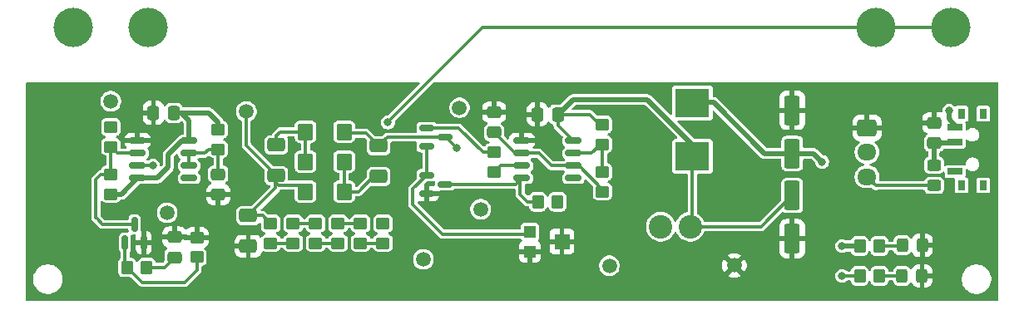
<source format=gbr>
%TF.GenerationSoftware,KiCad,Pcbnew,9.0.5*%
%TF.CreationDate,2025-12-22T18:40:51+01:00*%
%TF.ProjectId,Carte__lectronique,43617274-655f-4e96-9c65-6374726f6e69,rev?*%
%TF.SameCoordinates,Original*%
%TF.FileFunction,Copper,L1,Top*%
%TF.FilePolarity,Positive*%
%FSLAX46Y46*%
G04 Gerber Fmt 4.6, Leading zero omitted, Abs format (unit mm)*
G04 Created by KiCad (PCBNEW 9.0.5) date 2025-12-22 18:40:51*
%MOMM*%
%LPD*%
G01*
G04 APERTURE LIST*
G04 Aperture macros list*
%AMRoundRect*
0 Rectangle with rounded corners*
0 $1 Rounding radius*
0 $2 $3 $4 $5 $6 $7 $8 $9 X,Y pos of 4 corners*
0 Add a 4 corners polygon primitive as box body*
4,1,4,$2,$3,$4,$5,$6,$7,$8,$9,$2,$3,0*
0 Add four circle primitives for the rounded corners*
1,1,$1+$1,$2,$3*
1,1,$1+$1,$4,$5*
1,1,$1+$1,$6,$7*
1,1,$1+$1,$8,$9*
0 Add four rect primitives between the rounded corners*
20,1,$1+$1,$2,$3,$4,$5,0*
20,1,$1+$1,$4,$5,$6,$7,0*
20,1,$1+$1,$6,$7,$8,$9,0*
20,1,$1+$1,$8,$9,$2,$3,0*%
G04 Aperture macros list end*
%TA.AperFunction,ComponentPad*%
%ADD10C,1.500000*%
%TD*%
%TA.AperFunction,SMDPad,CuDef*%
%ADD11RoundRect,0.250000X0.450000X-0.350000X0.450000X0.350000X-0.450000X0.350000X-0.450000X-0.350000X0*%
%TD*%
%TA.AperFunction,ComponentPad*%
%ADD12C,4.000000*%
%TD*%
%TA.AperFunction,SMDPad,CuDef*%
%ADD13RoundRect,0.250000X0.350000X0.450000X-0.350000X0.450000X-0.350000X-0.450000X0.350000X-0.450000X0*%
%TD*%
%TA.AperFunction,SMDPad,CuDef*%
%ADD14RoundRect,0.250000X-0.650000X0.412500X-0.650000X-0.412500X0.650000X-0.412500X0.650000X0.412500X0*%
%TD*%
%TA.AperFunction,SMDPad,CuDef*%
%ADD15RoundRect,0.250000X-0.475000X0.337500X-0.475000X-0.337500X0.475000X-0.337500X0.475000X0.337500X0*%
%TD*%
%TA.AperFunction,SMDPad,CuDef*%
%ADD16RoundRect,0.250000X-0.550000X-0.600000X0.550000X-0.600000X0.550000X0.600000X-0.550000X0.600000X0*%
%TD*%
%TA.AperFunction,SMDPad,CuDef*%
%ADD17RoundRect,0.150000X0.150000X-0.590000X0.150000X0.590000X-0.150000X0.590000X-0.150000X-0.590000X0*%
%TD*%
%TA.AperFunction,SMDPad,CuDef*%
%ADD18RoundRect,0.250000X0.337500X0.475000X-0.337500X0.475000X-0.337500X-0.475000X0.337500X-0.475000X0*%
%TD*%
%TA.AperFunction,SMDPad,CuDef*%
%ADD19RoundRect,0.150000X-0.590000X-0.150000X0.590000X-0.150000X0.590000X0.150000X-0.590000X0.150000X0*%
%TD*%
%TA.AperFunction,SMDPad,CuDef*%
%ADD20RoundRect,0.250000X0.475000X-0.337500X0.475000X0.337500X-0.475000X0.337500X-0.475000X-0.337500X0*%
%TD*%
%TA.AperFunction,SMDPad,CuDef*%
%ADD21RoundRect,0.250000X0.325000X0.450000X-0.325000X0.450000X-0.325000X-0.450000X0.325000X-0.450000X0*%
%TD*%
%TA.AperFunction,SMDPad,CuDef*%
%ADD22R,1.200000X1.200000*%
%TD*%
%TA.AperFunction,SMDPad,CuDef*%
%ADD23R,1.500000X1.600000*%
%TD*%
%TA.AperFunction,SMDPad,CuDef*%
%ADD24RoundRect,0.250000X-0.450000X0.350000X-0.450000X-0.350000X0.450000X-0.350000X0.450000X0.350000X0*%
%TD*%
%TA.AperFunction,SMDPad,CuDef*%
%ADD25RoundRect,0.150000X-0.675000X-0.150000X0.675000X-0.150000X0.675000X0.150000X-0.675000X0.150000X0*%
%TD*%
%TA.AperFunction,SMDPad,CuDef*%
%ADD26RoundRect,0.250000X0.550000X-1.250000X0.550000X1.250000X-0.550000X1.250000X-0.550000X-1.250000X0*%
%TD*%
%TA.AperFunction,SMDPad,CuDef*%
%ADD27RoundRect,0.250000X-0.550000X1.250000X-0.550000X-1.250000X0.550000X-1.250000X0.550000X1.250000X0*%
%TD*%
%TA.AperFunction,ComponentPad*%
%ADD28RoundRect,0.250000X-0.725000X0.600000X-0.725000X-0.600000X0.725000X-0.600000X0.725000X0.600000X0*%
%TD*%
%TA.AperFunction,ComponentPad*%
%ADD29O,1.950000X1.700000*%
%TD*%
%TA.AperFunction,SMDPad,CuDef*%
%ADD30RoundRect,0.250000X-0.350000X-0.450000X0.350000X-0.450000X0.350000X0.450000X-0.350000X0.450000X0*%
%TD*%
%TA.AperFunction,SMDPad,CuDef*%
%ADD31RoundRect,0.250000X0.550000X0.600000X-0.550000X0.600000X-0.550000X-0.600000X0.550000X-0.600000X0*%
%TD*%
%TA.AperFunction,SMDPad,CuDef*%
%ADD32RoundRect,0.250000X0.650000X-0.412500X0.650000X0.412500X-0.650000X0.412500X-0.650000X-0.412500X0*%
%TD*%
%TA.AperFunction,ComponentPad*%
%ADD33C,2.400000*%
%TD*%
%TA.AperFunction,SMDPad,CuDef*%
%ADD34RoundRect,0.250000X0.450000X-0.325000X0.450000X0.325000X-0.450000X0.325000X-0.450000X-0.325000X0*%
%TD*%
%TA.AperFunction,SMDPad,CuDef*%
%ADD35R,0.800000X1.000000*%
%TD*%
%TA.AperFunction,SMDPad,CuDef*%
%ADD36R,1.500000X0.700000*%
%TD*%
%TA.AperFunction,SMDPad,CuDef*%
%ADD37R,3.500000X2.950000*%
%TD*%
%TA.AperFunction,ViaPad*%
%ADD38C,0.800000*%
%TD*%
%TA.AperFunction,Conductor*%
%ADD39C,0.500000*%
%TD*%
%TA.AperFunction,Conductor*%
%ADD40C,0.300000*%
%TD*%
G04 APERTURE END LIST*
D10*
%TO.P,TP5,1,1*%
%TO.N,/tripleur*%
X46571200Y-87206800D03*
%TD*%
D11*
%TO.P,R17,1*%
%TO.N,Net-(Q3-B)*%
X41532200Y-102031800D03*
%TO.P,R17,2*%
%TO.N,GND*%
X41532200Y-100031800D03*
%TD*%
D12*
%TO.P,V1,1,1*%
%TO.N,/400V_HV_TP*%
X118262200Y-78612800D03*
X110642200Y-78612800D03*
%TO.P,V1,2,2*%
%TO.N,Net-(C10-Pad1)*%
X36596200Y-78612800D03*
X28981200Y-78612800D03*
%TD*%
D13*
%TO.P,R15,1*%
%TO.N,Net-(C10-Pad1)*%
X36436200Y-103063800D03*
%TO.P,R15,2*%
%TO.N,Net-(Q3-B)*%
X34436200Y-103063800D03*
%TD*%
D14*
%TO.P,C2,1*%
%TO.N,Net-(D2-K)*%
X49621200Y-90606800D03*
%TO.P,C2,2*%
%TO.N,/tripleur*%
X49621200Y-93731800D03*
%TD*%
D10*
%TO.P,TP1,1,1*%
%TO.N,+5V*%
X83521200Y-102906800D03*
%TD*%
D15*
%TO.P,C11,1*%
%TO.N,Net-(U2-DISCH)*%
X43713200Y-93577300D03*
%TO.P,C11,2*%
%TO.N,GND*%
X43713200Y-95652300D03*
%TD*%
D16*
%TO.P,D3,1,K*%
%TO.N,Net-(D3-K)*%
X56519952Y-92306021D03*
%TO.P,D3,2,A*%
%TO.N,Net-(D2-K)*%
X52599952Y-92306021D03*
%TD*%
D17*
%TO.P,Q3,1,B*%
%TO.N,Net-(Q3-B)*%
X34232200Y-100569300D03*
%TO.P,Q3,2,E*%
%TO.N,GND*%
X36132200Y-100569300D03*
%TO.P,Q3,3,C*%
%TO.N,Net-(Q3-C)*%
X35182200Y-98689300D03*
%TD*%
D18*
%TO.P,C9,1*%
%TO.N,+5V*%
X39193935Y-87336319D03*
%TO.P,C9,2*%
%TO.N,GND*%
X37118935Y-87336319D03*
%TD*%
D19*
%TO.P,Q2,1,B*%
%TO.N,Net-(Q1-E)*%
X64947200Y-93664800D03*
%TO.P,Q2,2,E*%
%TO.N,GND*%
X64947200Y-95564800D03*
%TO.P,Q2,3,C*%
%TO.N,Net-(Q2-C)*%
X66827200Y-94614800D03*
%TD*%
D20*
%TO.P,C7,1*%
%TO.N,Net-(U1-THRES)*%
X71790377Y-89330132D03*
%TO.P,C7,2*%
%TO.N,GND*%
X71790377Y-87255132D03*
%TD*%
D13*
%TO.P,R14,1*%
%TO.N,Net-(D5-A)*%
X111005200Y-103946800D03*
%TO.P,R14,2*%
%TO.N,/out_NE-Mono*%
X109005200Y-103946800D03*
%TD*%
D11*
%TO.P,R3,1*%
%TO.N,Net-(R3-Pad1)*%
X53629200Y-100610800D03*
%TO.P,R3,2*%
%TO.N,Net-(R2-Pad1)*%
X53629200Y-98610800D03*
%TD*%
D21*
%TO.P,D1,1,K*%
%TO.N,GND*%
X115376200Y-100826800D03*
%TO.P,D1,2,A*%
%TO.N,Net-(D1-A)*%
X113326200Y-100826800D03*
%TD*%
D22*
%TO.P,RV1,1,1*%
%TO.N,Net-(Q1-E)*%
X75441200Y-99456800D03*
D23*
%TO.P,RV1,2,2*%
%TO.N,GND*%
X78691200Y-100456800D03*
D22*
%TO.P,RV1,3,3*%
X75441200Y-101456800D03*
%TD*%
D24*
%TO.P,R12,1*%
%TO.N,+5V*%
X43713200Y-89042800D03*
%TO.P,R12,2*%
%TO.N,Net-(U2-DISCH)*%
X43713200Y-91042800D03*
%TD*%
D10*
%TO.P,TP3,1,1*%
%TO.N,Net-(R4-Pad1)*%
X64596200Y-102256800D03*
%TD*%
D19*
%TO.P,Q1,1,B*%
%TO.N,Net-(Q1-B)*%
X64947200Y-88863829D03*
%TO.P,Q1,2,E*%
%TO.N,Net-(Q1-E)*%
X64947200Y-90763829D03*
%TO.P,Q1,3,C*%
%TO.N,/boost_dc*%
X66827200Y-89813829D03*
%TD*%
D24*
%TO.P,R11,1*%
%TO.N,/tripleur*%
X49057200Y-98610800D03*
%TO.P,R11,2*%
%TO.N,/400V_HV_TP*%
X49057200Y-100610800D03*
%TD*%
D25*
%TO.P,U1,1,GND*%
%TO.N,GND*%
X74621200Y-90164800D03*
%TO.P,U1,2,TRIG*%
%TO.N,Net-(U1-THRES)*%
X74621200Y-91434800D03*
%TO.P,U1,3,OUT*%
%TO.N,/out_NE-A*%
X74621200Y-92714800D03*
%TO.P,U1,4,RST*%
%TO.N,Net-(Q2-C)*%
X74621200Y-93984800D03*
%TO.P,U1,5,CONT*%
%TO.N,unconnected-(U1-CONT-Pad5)*%
X79861200Y-93984800D03*
%TO.P,U1,6,THRES*%
%TO.N,Net-(U1-THRES)*%
X79861200Y-92714800D03*
%TO.P,U1,7,DISCH*%
%TO.N,Net-(U1-DISCH)*%
X79861200Y-91434800D03*
%TO.P,U1,8,VCC*%
%TO.N,Net-(U1-VCC)*%
X79861200Y-90164800D03*
%TD*%
D24*
%TO.P,R9,1*%
%TO.N,Net-(U1-DISCH)*%
X82829200Y-93360800D03*
%TO.P,R9,2*%
%TO.N,Net-(U1-THRES)*%
X82829200Y-95360800D03*
%TD*%
%TO.P,R6,1*%
%TO.N,Net-(R5-Pad2)*%
X55915200Y-98610800D03*
%TO.P,R6,2*%
%TO.N,Net-(R3-Pad1)*%
X55915200Y-100610800D03*
%TD*%
D10*
%TO.P,TP8,1,1*%
%TO.N,/out_NE-Mono*%
X38521200Y-97506800D03*
%TD*%
D25*
%TO.P,U2,1,GND*%
%TO.N,GND*%
X35505200Y-90164800D03*
%TO.P,U2,2,TRIG*%
%TO.N,Net-(Q3-C)*%
X35505200Y-91434800D03*
%TO.P,U2,3,OUT*%
%TO.N,/out_NE-Mono*%
X35505200Y-92714800D03*
%TO.P,U2,4,RST*%
%TO.N,+5V*%
X35505200Y-93984800D03*
%TO.P,U2,5,CONT*%
%TO.N,unconnected-(U2-CONT-Pad5)*%
X40745200Y-93984800D03*
%TO.P,U2,6,THRES*%
%TO.N,Net-(U2-DISCH)*%
X40745200Y-92714800D03*
%TO.P,U2,7,DISCH*%
X40745200Y-91434800D03*
%TO.P,U2,8,VCC*%
%TO.N,+5V*%
X40745200Y-90164800D03*
%TD*%
D14*
%TO.P,C8,1*%
%TO.N,/tripleur*%
X46771200Y-97794300D03*
%TO.P,C8,2*%
%TO.N,GND*%
X46771200Y-100919300D03*
%TD*%
D10*
%TO.P,TP2,1,1*%
%TO.N,GND*%
X96239687Y-102885185D03*
%TD*%
D26*
%TO.P,C4,1*%
%TO.N,+5V*%
X102133200Y-91480800D03*
%TO.P,C4,2*%
%TO.N,GND*%
X102133200Y-87080800D03*
%TD*%
D24*
%TO.P,R2,1*%
%TO.N,Net-(R2-Pad1)*%
X51343200Y-98610800D03*
%TO.P,R2,2*%
%TO.N,/400V_HV_TP*%
X51343200Y-100610800D03*
%TD*%
D27*
%TO.P,C5,1*%
%TO.N,Net-(U1-VCC)*%
X102136146Y-95746721D03*
%TO.P,C5,2*%
%TO.N,GND*%
X102136146Y-100146721D03*
%TD*%
D28*
%TO.P,J1,1,Pin_1*%
%TO.N,GND*%
X109753200Y-88852800D03*
D29*
%TO.P,J1,2,Pin_2*%
%TO.N,INT*%
X109753200Y-91352800D03*
%TO.P,J1,3,Pin_3*%
%TO.N,Net-(J1-Pin_3)*%
X109753200Y-93852800D03*
%TD*%
D11*
%TO.P,R13,1*%
%TO.N,+5V*%
X32791200Y-95614800D03*
%TO.P,R13,2*%
%TO.N,Net-(Q3-C)*%
X32791200Y-93614800D03*
%TD*%
D30*
%TO.P,R10,1*%
%TO.N,Net-(Q2-C)*%
X76241200Y-96392800D03*
%TO.P,R10,2*%
%TO.N,+5V*%
X78241200Y-96392800D03*
%TD*%
D20*
%TO.P,C10,1*%
%TO.N,Net-(C10-Pad1)*%
X39246200Y-102069300D03*
%TO.P,C10,2*%
%TO.N,GND*%
X39246200Y-99994300D03*
%TD*%
D11*
%TO.P,R8,1*%
%TO.N,/out_NE-A*%
X71790377Y-93356632D03*
%TO.P,R8,2*%
%TO.N,Net-(Q1-B)*%
X71790377Y-91356632D03*
%TD*%
D20*
%TO.P,C1,1*%
%TO.N,5V_Supply*%
X116577200Y-90420300D03*
%TO.P,C1,2*%
%TO.N,GND*%
X116577200Y-88345300D03*
%TD*%
D10*
%TO.P,TP7,1,1*%
%TO.N,/out_NE-A*%
X68271200Y-86806800D03*
%TD*%
D31*
%TO.P,D2,1,K*%
%TO.N,Net-(D2-K)*%
X52599952Y-89258021D03*
%TO.P,D2,2,A*%
%TO.N,/boost_dc*%
X56519952Y-89258021D03*
%TD*%
D24*
%TO.P,R7,1*%
%TO.N,Net-(U1-VCC)*%
X82829200Y-88534800D03*
%TO.P,R7,2*%
%TO.N,Net-(U1-DISCH)*%
X82829200Y-90534800D03*
%TD*%
D18*
%TO.P,C6,1*%
%TO.N,Net-(U1-VCC)*%
X78278700Y-87502800D03*
%TO.P,C6,2*%
%TO.N,GND*%
X76203700Y-87502800D03*
%TD*%
D32*
%TO.P,C3,1*%
%TO.N,Net-(D3-K)*%
X60041200Y-93809300D03*
%TO.P,C3,2*%
%TO.N,/boost_dc*%
X60041200Y-90684300D03*
%TD*%
D33*
%TO.P,L2,1,1*%
%TO.N,/boost_dc*%
X88751200Y-98932800D03*
%TO.P,L2,2,2*%
%TO.N,Net-(U1-VCC)*%
X91751200Y-98932800D03*
%TD*%
D10*
%TO.P,TP4,1,1*%
%TO.N,/boost_dc*%
X70421200Y-97156800D03*
%TD*%
D34*
%TO.P,F1,1*%
%TO.N,Net-(J1-Pin_3)*%
X116577200Y-94725800D03*
%TO.P,F1,2*%
%TO.N,5V_Supply*%
X116577200Y-92675800D03*
%TD*%
D30*
%TO.P,R1,1*%
%TO.N,+5V*%
X109005200Y-100898800D03*
%TO.P,R1,2*%
%TO.N,Net-(D1-A)*%
X111005200Y-100898800D03*
%TD*%
D31*
%TO.P,D4,1,K*%
%TO.N,/tripleur*%
X52599952Y-95354021D03*
%TO.P,D4,2,A*%
%TO.N,Net-(D3-K)*%
X56519952Y-95354021D03*
%TD*%
D11*
%TO.P,R5,1*%
%TO.N,Net-(R4-Pad2)*%
X58201200Y-100610800D03*
%TO.P,R5,2*%
%TO.N,Net-(R5-Pad2)*%
X58201200Y-98610800D03*
%TD*%
%TO.P,R16,1*%
%TO.N,Net-(Q3-C)*%
X32791200Y-90788800D03*
%TO.P,R16,2*%
%TO.N,INT*%
X32791200Y-88788800D03*
%TD*%
D35*
%TO.P,SW1,*%
%TO.N,*%
X119371200Y-94716800D03*
X121581200Y-94716800D03*
X119371200Y-87416800D03*
X121581200Y-87416800D03*
D36*
%TO.P,SW1,1,C*%
%TO.N,unconnected-(SW1-C-Pad1)*%
X118721200Y-93316800D03*
%TO.P,SW1,2,B*%
%TO.N,5V_Supply*%
X118721200Y-90316800D03*
%TO.P,SW1,3,A*%
%TO.N,+5V*%
X118721200Y-88816800D03*
%TD*%
D10*
%TO.P,TP6,1,1*%
%TO.N,INT*%
X32771200Y-86156800D03*
%TD*%
D24*
%TO.P,R4,1*%
%TO.N,Net-(R4-Pad1)*%
X60487200Y-98610800D03*
%TO.P,R4,2*%
%TO.N,Net-(R4-Pad2)*%
X60487200Y-100610800D03*
%TD*%
D21*
%TO.P,D5,1,K*%
%TO.N,GND*%
X115348200Y-103946800D03*
%TO.P,D5,2,A*%
%TO.N,Net-(D5-A)*%
X113298200Y-103946800D03*
%TD*%
D37*
%TO.P,L1,1*%
%TO.N,+5V*%
X91973200Y-86301800D03*
%TO.P,L1,2*%
%TO.N,Net-(U1-VCC)*%
X91973200Y-91751800D03*
%TD*%
D38*
%TO.N,+5V*%
X107211200Y-100898800D03*
X39193935Y-87336319D03*
X78241200Y-96392800D03*
X105181200Y-92328800D03*
X118101200Y-87096800D03*
%TO.N,/boost_dc*%
X68003324Y-90878056D03*
%TO.N,INT*%
X32791200Y-88788800D03*
%TO.N,/400V_HV_TP*%
X60985200Y-88303300D03*
X49057200Y-100610800D03*
%TO.N,/out_NE-A*%
X71790377Y-93356632D03*
%TO.N,/out_NE-Mono*%
X37067448Y-92714800D03*
X107211200Y-103946800D03*
%TO.N,Net-(R4-Pad1)*%
X60495200Y-98602800D03*
%TO.N,Net-(C10-Pad1)*%
X39246200Y-102069300D03*
%TD*%
D39*
%TO.N,+5V*%
X39193935Y-87336319D02*
X42784719Y-87336319D01*
X35505200Y-93984800D02*
X37485200Y-93984800D01*
X42784719Y-87336319D02*
X43713200Y-88264800D01*
X91998200Y-86276800D02*
X94135200Y-86276800D01*
X38633200Y-92836800D02*
X38633200Y-91566800D01*
X43713200Y-88264800D02*
X43713200Y-89042800D01*
X32791200Y-95614800D02*
X33875200Y-95614800D01*
X38633200Y-91566800D02*
X40035200Y-90164800D01*
X37485200Y-93984800D02*
X38633200Y-92836800D01*
X91973200Y-86301800D02*
X91998200Y-86276800D01*
X39193935Y-87336319D02*
X39990719Y-87336319D01*
X109005200Y-100898800D02*
X107211200Y-100898800D01*
X118721200Y-88588400D02*
X118721200Y-88816800D01*
X40035200Y-90164800D02*
X40745200Y-90164800D01*
X118101200Y-87968400D02*
X118721200Y-88588400D01*
X40745200Y-88090800D02*
X40745200Y-90164800D01*
X39990719Y-87336319D02*
X40745200Y-88090800D01*
X33875200Y-95614800D02*
X35505200Y-93984800D01*
X118101200Y-87096800D02*
X118101200Y-87968400D01*
X105181200Y-92328800D02*
X104333200Y-91480800D01*
X102133200Y-91480800D02*
X104333200Y-91480800D01*
X99339200Y-91480800D02*
X102133200Y-91480800D01*
X94135200Y-86276800D02*
X99339200Y-91480800D01*
D40*
%TO.N,GND*%
X46921200Y-100631800D02*
X46979200Y-100573800D01*
%TO.N,Net-(U1-VCC)*%
X81527200Y-87502800D02*
X82559200Y-88534800D01*
D39*
X87401200Y-85978800D02*
X79802700Y-85978800D01*
D40*
X78278700Y-88582300D02*
X78278700Y-87502800D01*
X91751200Y-98932800D02*
X91973200Y-98710800D01*
X78278700Y-87502800D02*
X81527200Y-87502800D01*
D39*
X92401200Y-91226800D02*
X91973200Y-91654800D01*
X91973200Y-90550800D02*
X87401200Y-85978800D01*
D40*
X91973200Y-98710800D02*
X91973200Y-91776800D01*
D39*
X79802700Y-85978800D02*
X78278700Y-87502800D01*
D40*
X82559200Y-88534800D02*
X82829200Y-88534800D01*
D39*
X91973200Y-91776800D02*
X91973200Y-90550800D01*
D40*
X79861200Y-90164800D02*
X78278700Y-88582300D01*
X98950067Y-98932800D02*
X102136146Y-95746721D01*
X91751200Y-98932800D02*
X98950067Y-98932800D01*
%TO.N,Net-(D1-A)*%
X111005200Y-100898800D02*
X113254200Y-100898800D01*
X113254200Y-100898800D02*
X113326200Y-100826800D01*
%TO.N,/tripleur*%
X49551952Y-93801048D02*
X49551952Y-95013548D01*
X49551952Y-94376521D02*
X49864952Y-94689521D01*
X48240700Y-97794300D02*
X49057200Y-98610800D01*
X49864952Y-94689521D02*
X51935452Y-94689521D01*
X49551952Y-95013548D02*
X46771200Y-97794300D01*
X46571200Y-87206800D02*
X46571200Y-90633769D01*
X49621200Y-93731800D02*
X49551952Y-93801048D01*
X46571200Y-90633769D02*
X49621200Y-93683769D01*
X49621200Y-93683769D02*
X49621200Y-93731800D01*
X49551952Y-93614521D02*
X49551952Y-94376521D01*
X46771200Y-97794300D02*
X48240700Y-97794300D01*
X49221200Y-93945273D02*
X49551952Y-93614521D01*
%TO.N,Net-(D2-K)*%
X52599952Y-89258021D02*
X50021452Y-89258021D01*
X50021452Y-89258021D02*
X49621200Y-89658273D01*
X52599952Y-89258021D02*
X52599952Y-92306021D01*
X49621200Y-89658273D02*
X49621200Y-90606800D01*
%TO.N,Net-(D3-K)*%
X56519952Y-95354021D02*
X56519952Y-92306021D01*
X56519952Y-95354021D02*
X57972452Y-95354021D01*
X57972452Y-95354021D02*
X59517173Y-93809300D01*
X59517173Y-93809300D02*
X60041200Y-93809300D01*
%TO.N,/boost_dc*%
X66921324Y-89796056D02*
X68003324Y-90878056D01*
X66778824Y-89796056D02*
X66921324Y-89796056D01*
X60911671Y-89813829D02*
X60041200Y-90684300D01*
X56676452Y-89414521D02*
X58771421Y-89414521D01*
X66976324Y-89796056D02*
X66778824Y-89796056D01*
X58771421Y-89414521D02*
X60041200Y-90684300D01*
X66827200Y-89813829D02*
X60911671Y-89813829D01*
%TO.N,Net-(D5-A)*%
X111005200Y-103946800D02*
X113298200Y-103946800D01*
D39*
%TO.N,5V_Supply*%
X118617700Y-90420300D02*
X118721200Y-90316800D01*
X116577200Y-90420300D02*
X118617700Y-90420300D01*
X116577200Y-92675800D02*
X116577200Y-90420300D01*
D40*
%TO.N,/400V_HV_TP*%
X60985200Y-88303300D02*
X60985200Y-88264800D01*
X49057200Y-100610800D02*
X51343200Y-100610800D01*
X118262200Y-78612800D02*
X110642200Y-78612800D01*
X117928483Y-78866800D02*
X118405621Y-78389662D01*
X70637200Y-78612800D02*
X110642200Y-78612800D01*
X60985200Y-88264800D02*
X70637200Y-78612800D01*
%TO.N,Net-(J1-Pin_3)*%
X116577200Y-94725800D02*
X110626200Y-94725800D01*
X110654200Y-94753800D02*
X109753200Y-93852800D01*
%TO.N,Net-(Q1-E)*%
X64947200Y-90763829D02*
X64947200Y-93664800D01*
X63525200Y-96646800D02*
X66573200Y-99694800D01*
X75203200Y-99694800D02*
X75441200Y-99456800D01*
X66573200Y-99694800D02*
X75203200Y-99694800D01*
X63525200Y-95086800D02*
X63525200Y-96646800D01*
X64947200Y-93664800D02*
X63525200Y-95086800D01*
%TO.N,/out_NE-A*%
X71790377Y-93356632D02*
X72432209Y-92714800D01*
X72432209Y-92714800D02*
X74621200Y-92714800D01*
%TO.N,Net-(Q2-C)*%
X76241200Y-96392800D02*
X75209200Y-96392800D01*
X73991200Y-94614800D02*
X74621200Y-93984800D01*
X75209200Y-96392800D02*
X74447200Y-95630800D01*
X74447200Y-95630800D02*
X74447200Y-94158800D01*
X74447200Y-94158800D02*
X74621200Y-93984800D01*
X66854824Y-94688056D02*
X66987324Y-94688056D01*
X66827200Y-94614800D02*
X73991200Y-94614800D01*
%TO.N,Net-(Q3-B)*%
X41532200Y-103317800D02*
X41532200Y-102031800D01*
X34232200Y-100569300D02*
X34232200Y-102859800D01*
X34436200Y-103063800D02*
X35960200Y-104587800D01*
X40262200Y-104587800D02*
X41532200Y-103317800D01*
X35960200Y-104587800D02*
X40262200Y-104587800D01*
%TO.N,Net-(Q3-C)*%
X32791200Y-90788800D02*
X33437200Y-91434800D01*
X35182200Y-98689300D02*
X31941700Y-98689300D01*
X31267200Y-94106800D02*
X31759200Y-93614800D01*
X32791200Y-93614800D02*
X32791200Y-90788800D01*
X31759200Y-93614800D02*
X32791200Y-93614800D01*
X31941700Y-98689300D02*
X31378200Y-98125800D01*
X35182200Y-98689300D02*
X35125700Y-98745800D01*
X31267200Y-98014800D02*
X31267200Y-94106800D01*
X31378200Y-98125800D02*
X31267200Y-98014800D01*
X33437200Y-91434800D02*
X35505200Y-91434800D01*
%TO.N,Net-(U1-DISCH)*%
X82305200Y-93265988D02*
X82575200Y-93535988D01*
X79861200Y-91434800D02*
X81691200Y-91434800D01*
X81691200Y-91434800D02*
X82591200Y-90534800D01*
X82591200Y-90534800D02*
X82829200Y-90534800D01*
X82829200Y-90534800D02*
X82829200Y-93360800D01*
%TO.N,Net-(Q1-B)*%
X64701324Y-88846056D02*
X64898824Y-88846056D01*
X70681032Y-91356632D02*
X71790377Y-91356632D01*
X68271200Y-88946800D02*
X70681032Y-91356632D01*
X71692150Y-91258405D02*
X71790377Y-91356632D01*
X68188229Y-88863829D02*
X68271200Y-88946800D01*
X64947200Y-88863829D02*
X68188229Y-88863829D01*
%TO.N,Net-(U1-THRES)*%
X79861200Y-92714800D02*
X80421200Y-92714800D01*
X82813200Y-95376800D02*
X82575200Y-95376800D01*
X71811877Y-89308632D02*
X71790377Y-89330132D01*
X77627200Y-92714800D02*
X79861200Y-92714800D01*
X71790377Y-89330132D02*
X73895045Y-91434800D01*
X76347200Y-91434800D02*
X77627200Y-92714800D01*
X71325377Y-89330132D02*
X71303877Y-89308632D01*
X74621200Y-91434800D02*
X76347200Y-91434800D01*
X82829200Y-95360800D02*
X82813200Y-95376800D01*
X80421200Y-92714800D02*
X82829200Y-95122800D01*
X73895045Y-91434800D02*
X74621200Y-91434800D01*
X82829200Y-95122800D02*
X82829200Y-95360800D01*
%TO.N,Net-(R3-Pad1)*%
X55915200Y-100610800D02*
X53629200Y-100610800D01*
%TO.N,Net-(R2-Pad1)*%
X53629200Y-98610800D02*
X51343200Y-98610800D01*
%TO.N,Net-(U2-DISCH)*%
X43713200Y-93577300D02*
X43713200Y-91042800D01*
X40745200Y-91434800D02*
X42321200Y-91434800D01*
X40745200Y-91434800D02*
X40745200Y-92714800D01*
X42321200Y-91434800D02*
X42713200Y-91042800D01*
X42713200Y-91042800D02*
X43713200Y-91042800D01*
%TO.N,/out_NE-Mono*%
X109005200Y-103946800D02*
X107211200Y-103946800D01*
X37067448Y-92714800D02*
X35505200Y-92714800D01*
%TO.N,Net-(R4-Pad2)*%
X60487200Y-100610800D02*
X58201200Y-100610800D01*
%TO.N,Net-(R4-Pad1)*%
X60503200Y-98594800D02*
X60495200Y-98602800D01*
X60495200Y-98602800D02*
X60487200Y-98610800D01*
%TO.N,Net-(R5-Pad2)*%
X58201200Y-98610800D02*
X55915200Y-98610800D01*
%TO.N,Net-(C10-Pad1)*%
X38251700Y-103063800D02*
X36436200Y-103063800D01*
X38251700Y-103063800D02*
X39246200Y-102069300D01*
%TD*%
%TA.AperFunction,Conductor*%
%TO.N,GND*%
G36*
X64168574Y-84231685D02*
G01*
X64214329Y-84284489D01*
X64224273Y-84353647D01*
X64195248Y-84417203D01*
X64189216Y-84423681D01*
X61046416Y-87566481D01*
X60985093Y-87599966D01*
X60958735Y-87602800D01*
X60916205Y-87602800D01*
X60780877Y-87629718D01*
X60780867Y-87629721D01*
X60653395Y-87682521D01*
X60653382Y-87682528D01*
X60538658Y-87759185D01*
X60538654Y-87759188D01*
X60441088Y-87856754D01*
X60441085Y-87856758D01*
X60364428Y-87971482D01*
X60364421Y-87971495D01*
X60311621Y-88098967D01*
X60311618Y-88098977D01*
X60284700Y-88234304D01*
X60284700Y-88234307D01*
X60284700Y-88372293D01*
X60284700Y-88372295D01*
X60284699Y-88372295D01*
X60311618Y-88507622D01*
X60311621Y-88507632D01*
X60364421Y-88635104D01*
X60364428Y-88635117D01*
X60441085Y-88749841D01*
X60441088Y-88749845D01*
X60538654Y-88847411D01*
X60538658Y-88847414D01*
X60653382Y-88924071D01*
X60653395Y-88924078D01*
X60780867Y-88976878D01*
X60780872Y-88976880D01*
X60780876Y-88976880D01*
X60780877Y-88976881D01*
X60916204Y-89003800D01*
X60916207Y-89003800D01*
X61054195Y-89003800D01*
X61145241Y-88985689D01*
X61189528Y-88976880D01*
X61317011Y-88924075D01*
X61431742Y-88847414D01*
X61529314Y-88749842D01*
X61605975Y-88635111D01*
X61658780Y-88507628D01*
X61675824Y-88421943D01*
X61685700Y-88372295D01*
X61685700Y-88252764D01*
X61705385Y-88185725D01*
X61722019Y-88165083D01*
X63183772Y-86703330D01*
X67220700Y-86703330D01*
X67220700Y-86910269D01*
X67261068Y-87113212D01*
X67261070Y-87113220D01*
X67338904Y-87301128D01*
X67340259Y-87304398D01*
X67357900Y-87330800D01*
X67455224Y-87476457D01*
X67601542Y-87622775D01*
X67601545Y-87622777D01*
X67773602Y-87737741D01*
X67964780Y-87816930D01*
X68153261Y-87854421D01*
X68167730Y-87857299D01*
X68167734Y-87857300D01*
X68167735Y-87857300D01*
X68374666Y-87857300D01*
X68374667Y-87857299D01*
X68577620Y-87816930D01*
X68768798Y-87737741D01*
X68940855Y-87622777D01*
X69087177Y-87476455D01*
X69202141Y-87304398D01*
X69281330Y-87113220D01*
X69321700Y-86910265D01*
X69321700Y-86867645D01*
X70565377Y-86867645D01*
X70565377Y-87005132D01*
X71540377Y-87005132D01*
X72040377Y-87005132D01*
X73015376Y-87005132D01*
X73015376Y-86977813D01*
X75116200Y-86977813D01*
X75116200Y-87252800D01*
X75953700Y-87252800D01*
X75953700Y-86277800D01*
X75816227Y-86277800D01*
X75816212Y-86277801D01*
X75713502Y-86288294D01*
X75547080Y-86343441D01*
X75547075Y-86343443D01*
X75397854Y-86435484D01*
X75273884Y-86559454D01*
X75181843Y-86708675D01*
X75181841Y-86708680D01*
X75126694Y-86875102D01*
X75126693Y-86875109D01*
X75116200Y-86977813D01*
X73015376Y-86977813D01*
X73015376Y-86867660D01*
X73015375Y-86867645D01*
X73004882Y-86764934D01*
X72949735Y-86598512D01*
X72949733Y-86598507D01*
X72857692Y-86449286D01*
X72733722Y-86325316D01*
X72584501Y-86233275D01*
X72584496Y-86233273D01*
X72418074Y-86178126D01*
X72418067Y-86178125D01*
X72315363Y-86167632D01*
X72040377Y-86167632D01*
X72040377Y-87005132D01*
X71540377Y-87005132D01*
X71540377Y-86167632D01*
X71265406Y-86167632D01*
X71265389Y-86167633D01*
X71162679Y-86178126D01*
X70996257Y-86233273D01*
X70996252Y-86233275D01*
X70847031Y-86325316D01*
X70723061Y-86449286D01*
X70631020Y-86598507D01*
X70631018Y-86598512D01*
X70575871Y-86764934D01*
X70575870Y-86764941D01*
X70565377Y-86867645D01*
X69321700Y-86867645D01*
X69321700Y-86703335D01*
X69281330Y-86500380D01*
X69202141Y-86309202D01*
X69087177Y-86137145D01*
X69087175Y-86137142D01*
X68940857Y-85990824D01*
X68854826Y-85933341D01*
X68768798Y-85875859D01*
X68577620Y-85796670D01*
X68577612Y-85796668D01*
X68374669Y-85756300D01*
X68374665Y-85756300D01*
X68167735Y-85756300D01*
X68167730Y-85756300D01*
X67964787Y-85796668D01*
X67964779Y-85796670D01*
X67773603Y-85875858D01*
X67601542Y-85990824D01*
X67455224Y-86137142D01*
X67340258Y-86309203D01*
X67261070Y-86500379D01*
X67261068Y-86500387D01*
X67220700Y-86703330D01*
X63183772Y-86703330D01*
X65638783Y-84248319D01*
X65700106Y-84214834D01*
X65726464Y-84212000D01*
X123006700Y-84212000D01*
X123073739Y-84231685D01*
X123119494Y-84284489D01*
X123130700Y-84336000D01*
X123130700Y-106392300D01*
X123111015Y-106459339D01*
X123058211Y-106505094D01*
X123006700Y-106516300D01*
X24255700Y-106516300D01*
X24188661Y-106496615D01*
X24142906Y-106443811D01*
X24131700Y-106392300D01*
X24131700Y-104151334D01*
X24880700Y-104151334D01*
X24880700Y-104387529D01*
X24917646Y-104620800D01*
X24990633Y-104845428D01*
X25088907Y-105038299D01*
X25097857Y-105055865D01*
X25236683Y-105246942D01*
X25403690Y-105413949D01*
X25594767Y-105552775D01*
X25694191Y-105603434D01*
X25805203Y-105659998D01*
X25805205Y-105659998D01*
X25805208Y-105660000D01*
X25925612Y-105699121D01*
X26029831Y-105732985D01*
X26263103Y-105769932D01*
X26263108Y-105769932D01*
X26499297Y-105769932D01*
X26732568Y-105732985D01*
X26957192Y-105660000D01*
X27167633Y-105552775D01*
X27358710Y-105413949D01*
X27525717Y-105246942D01*
X27664543Y-105055865D01*
X27771768Y-104845424D01*
X27844753Y-104620800D01*
X27852243Y-104573508D01*
X27881700Y-104387529D01*
X27881700Y-104151334D01*
X27844753Y-103918063D01*
X27787701Y-103742477D01*
X27771768Y-103693440D01*
X27771766Y-103693437D01*
X27771766Y-103693435D01*
X27702195Y-103556896D01*
X27664543Y-103482999D01*
X27525717Y-103291922D01*
X27358710Y-103124915D01*
X27167633Y-102986089D01*
X27156423Y-102980377D01*
X26957196Y-102878865D01*
X26732568Y-102805878D01*
X26499297Y-102768932D01*
X26499292Y-102768932D01*
X26263108Y-102768932D01*
X26263103Y-102768932D01*
X26029831Y-102805878D01*
X25805203Y-102878865D01*
X25594766Y-102986089D01*
X25510358Y-103047416D01*
X25403690Y-103124915D01*
X25403688Y-103124917D01*
X25403687Y-103124917D01*
X25236685Y-103291919D01*
X25236685Y-103291920D01*
X25236683Y-103291922D01*
X25184410Y-103363870D01*
X25097857Y-103482998D01*
X24990633Y-103693435D01*
X24917646Y-103918063D01*
X24880700Y-104151334D01*
X24131700Y-104151334D01*
X24131700Y-94047491D01*
X30816700Y-94047491D01*
X30816700Y-98074109D01*
X30832293Y-98132303D01*
X30847399Y-98188684D01*
X30847401Y-98188687D01*
X30906711Y-98291414D01*
X30906713Y-98291416D01*
X31108651Y-98493355D01*
X31108657Y-98493360D01*
X31665086Y-99049789D01*
X31665087Y-99049790D01*
X31665089Y-99049791D01*
X31724393Y-99084029D01*
X31724396Y-99084032D01*
X31758637Y-99103800D01*
X31767814Y-99109099D01*
X31882391Y-99139800D01*
X34457700Y-99139800D01*
X34461934Y-99141043D01*
X34466243Y-99140095D01*
X34495159Y-99150799D01*
X34524739Y-99159485D01*
X34527627Y-99162818D01*
X34531767Y-99164351D01*
X34550308Y-99188993D01*
X34570494Y-99212289D01*
X34571869Y-99217648D01*
X34573775Y-99220182D01*
X34576823Y-99236960D01*
X34581362Y-99254651D01*
X34581700Y-99259219D01*
X34581700Y-99333566D01*
X34584554Y-99363999D01*
X34590764Y-99381748D01*
X34591974Y-99398093D01*
X34587934Y-99416882D01*
X34588913Y-99436074D01*
X34580743Y-99450333D01*
X34577289Y-99466402D01*
X34563733Y-99480024D01*
X34554180Y-99496699D01*
X34539597Y-99504278D01*
X34528005Y-99515928D01*
X34509237Y-99520058D01*
X34492185Y-99528922D01*
X34462112Y-99530431D01*
X34459769Y-99530947D01*
X34458821Y-99530596D01*
X34456737Y-99530701D01*
X34436466Y-99528800D01*
X34027934Y-99528800D01*
X34027930Y-99528800D01*
X33997500Y-99531653D01*
X33997498Y-99531653D01*
X33869319Y-99576506D01*
X33869317Y-99576507D01*
X33760050Y-99657150D01*
X33679407Y-99766417D01*
X33679406Y-99766419D01*
X33634553Y-99894598D01*
X33634553Y-99894600D01*
X33631700Y-99925030D01*
X33631700Y-101213569D01*
X33634553Y-101243999D01*
X33634553Y-101244001D01*
X33679406Y-101372180D01*
X33679409Y-101372186D01*
X33757470Y-101477955D01*
X33781441Y-101543584D01*
X33781700Y-101551588D01*
X33781700Y-102092235D01*
X33762015Y-102159274D01*
X33732626Y-102191038D01*
X33693278Y-102220876D01*
X33601839Y-102341456D01*
X33546322Y-102482238D01*
X33542585Y-102513361D01*
X33535700Y-102570698D01*
X33535700Y-103556902D01*
X33540205Y-103594413D01*
X33546322Y-103645361D01*
X33601839Y-103786143D01*
X33693277Y-103906722D01*
X33813856Y-103998160D01*
X33813857Y-103998160D01*
X33813858Y-103998161D01*
X33954636Y-104053677D01*
X34043098Y-104064300D01*
X34748235Y-104064300D01*
X34815274Y-104083985D01*
X34835916Y-104100619D01*
X35683586Y-104948289D01*
X35683587Y-104948290D01*
X35683589Y-104948291D01*
X35742893Y-104982529D01*
X35742896Y-104982532D01*
X35777137Y-105002300D01*
X35786314Y-105007599D01*
X35900891Y-105038300D01*
X35900894Y-105038300D01*
X40321508Y-105038300D01*
X40321509Y-105038300D01*
X40411873Y-105014086D01*
X40436087Y-105007599D01*
X40538814Y-104948289D01*
X41892689Y-103594414D01*
X41951999Y-103491687D01*
X41970058Y-103424289D01*
X41982700Y-103377109D01*
X41982700Y-103047416D01*
X42002385Y-102980377D01*
X42055189Y-102934622D01*
X42091915Y-102924300D01*
X42113764Y-102921677D01*
X42254542Y-102866161D01*
X42375122Y-102774722D01*
X42466561Y-102654142D01*
X42522077Y-102513364D01*
X42532700Y-102424902D01*
X42532700Y-102153330D01*
X63545700Y-102153330D01*
X63545700Y-102360269D01*
X63586068Y-102563212D01*
X63586070Y-102563220D01*
X63663474Y-102750090D01*
X63665259Y-102754398D01*
X63699657Y-102805878D01*
X63780224Y-102926457D01*
X63926542Y-103072775D01*
X63926545Y-103072777D01*
X64098602Y-103187741D01*
X64289780Y-103266930D01*
X64492730Y-103307299D01*
X64492734Y-103307300D01*
X64492735Y-103307300D01*
X64699666Y-103307300D01*
X64699667Y-103307299D01*
X64902620Y-103266930D01*
X65093798Y-103187741D01*
X65265855Y-103072777D01*
X65412177Y-102926455D01*
X65494446Y-102803330D01*
X82470700Y-102803330D01*
X82470700Y-103010269D01*
X82511068Y-103213212D01*
X82511070Y-103213220D01*
X82583657Y-103388461D01*
X82590259Y-103404398D01*
X82607571Y-103430307D01*
X82705224Y-103576457D01*
X82851542Y-103722775D01*
X82851545Y-103722777D01*
X83023602Y-103837741D01*
X83214780Y-103916930D01*
X83417730Y-103957299D01*
X83417734Y-103957300D01*
X83417735Y-103957300D01*
X83624666Y-103957300D01*
X83624667Y-103957299D01*
X83767633Y-103928862D01*
X95549560Y-103928862D01*
X95549560Y-103928863D01*
X95584545Y-103954281D01*
X95759851Y-104043603D01*
X95946981Y-104104406D01*
X96141305Y-104135185D01*
X96338069Y-104135185D01*
X96532392Y-104104406D01*
X96719522Y-104043603D01*
X96774099Y-104015795D01*
X106510699Y-104015795D01*
X106537618Y-104151122D01*
X106537621Y-104151132D01*
X106590421Y-104278604D01*
X106590428Y-104278617D01*
X106667085Y-104393341D01*
X106667088Y-104393345D01*
X106764654Y-104490911D01*
X106764658Y-104490914D01*
X106879382Y-104567571D01*
X106879395Y-104567578D01*
X107006867Y-104620378D01*
X107006872Y-104620380D01*
X107006876Y-104620380D01*
X107006877Y-104620381D01*
X107142204Y-104647300D01*
X107142207Y-104647300D01*
X107280195Y-104647300D01*
X107371241Y-104629189D01*
X107415528Y-104620380D01*
X107514124Y-104579540D01*
X107543004Y-104567578D01*
X107543004Y-104567577D01*
X107543011Y-104567575D01*
X107657742Y-104490914D01*
X107715038Y-104433617D01*
X107741969Y-104418911D01*
X107767783Y-104402323D01*
X107773982Y-104401431D01*
X107776359Y-104400134D01*
X107802718Y-104397300D01*
X107989584Y-104397300D01*
X108056623Y-104416985D01*
X108102378Y-104469789D01*
X108112700Y-104506518D01*
X108115322Y-104528361D01*
X108170839Y-104669143D01*
X108262277Y-104789722D01*
X108382856Y-104881160D01*
X108382857Y-104881160D01*
X108382858Y-104881161D01*
X108523636Y-104936677D01*
X108612098Y-104947300D01*
X108612103Y-104947300D01*
X109398297Y-104947300D01*
X109398302Y-104947300D01*
X109486764Y-104936677D01*
X109627542Y-104881161D01*
X109748122Y-104789722D01*
X109839561Y-104669142D01*
X109889846Y-104541626D01*
X109932751Y-104486485D01*
X109998659Y-104463292D01*
X110066643Y-104479412D01*
X110115120Y-104529729D01*
X110120548Y-104541614D01*
X110133126Y-104573508D01*
X110170839Y-104669143D01*
X110262277Y-104789722D01*
X110382856Y-104881160D01*
X110382857Y-104881160D01*
X110382858Y-104881161D01*
X110523636Y-104936677D01*
X110612098Y-104947300D01*
X110612103Y-104947300D01*
X111398297Y-104947300D01*
X111398302Y-104947300D01*
X111486764Y-104936677D01*
X111627542Y-104881161D01*
X111748122Y-104789722D01*
X111839561Y-104669142D01*
X111895077Y-104528364D01*
X111897700Y-104506516D01*
X111925236Y-104442303D01*
X111983118Y-104403169D01*
X112020816Y-104397300D01*
X112307584Y-104397300D01*
X112374623Y-104416985D01*
X112420378Y-104469789D01*
X112430700Y-104506518D01*
X112433322Y-104528361D01*
X112488839Y-104669143D01*
X112580277Y-104789722D01*
X112700856Y-104881160D01*
X112700857Y-104881160D01*
X112700858Y-104881161D01*
X112841636Y-104936677D01*
X112930098Y-104947300D01*
X112930103Y-104947300D01*
X113666297Y-104947300D01*
X113666302Y-104947300D01*
X113754764Y-104936677D01*
X113895542Y-104881161D01*
X114016122Y-104789722D01*
X114072092Y-104715915D01*
X114112686Y-104662384D01*
X114114517Y-104663772D01*
X114155807Y-104623489D01*
X114224258Y-104609482D01*
X114289416Y-104634705D01*
X114330594Y-104691151D01*
X114331591Y-104694041D01*
X114338840Y-104715915D01*
X114338843Y-104715924D01*
X114430884Y-104865145D01*
X114554854Y-104989115D01*
X114704075Y-105081156D01*
X114704080Y-105081158D01*
X114870502Y-105136305D01*
X114870509Y-105136306D01*
X114973219Y-105146799D01*
X115098199Y-105146799D01*
X115598200Y-105146799D01*
X115723172Y-105146799D01*
X115723186Y-105146798D01*
X115825897Y-105136305D01*
X115992319Y-105081158D01*
X115992324Y-105081156D01*
X116141545Y-104989115D01*
X116265515Y-104865145D01*
X116357556Y-104715924D01*
X116357558Y-104715919D01*
X116412705Y-104549497D01*
X116412706Y-104549490D01*
X116423199Y-104446786D01*
X116423200Y-104446773D01*
X116423200Y-104196800D01*
X115598200Y-104196800D01*
X115598200Y-105146799D01*
X115098199Y-105146799D01*
X115098200Y-105146798D01*
X115098200Y-104151334D01*
X119383694Y-104151334D01*
X119383694Y-104387529D01*
X119420640Y-104620800D01*
X119493627Y-104845428D01*
X119591901Y-105038299D01*
X119600851Y-105055865D01*
X119739677Y-105246942D01*
X119906684Y-105413949D01*
X120097761Y-105552775D01*
X120197185Y-105603434D01*
X120308197Y-105659998D01*
X120308199Y-105659998D01*
X120308202Y-105660000D01*
X120428606Y-105699121D01*
X120532825Y-105732985D01*
X120766097Y-105769932D01*
X120766102Y-105769932D01*
X121002291Y-105769932D01*
X121235562Y-105732985D01*
X121460186Y-105660000D01*
X121670627Y-105552775D01*
X121861704Y-105413949D01*
X122028711Y-105246942D01*
X122167537Y-105055865D01*
X122274762Y-104845424D01*
X122347747Y-104620800D01*
X122355237Y-104573508D01*
X122384694Y-104387529D01*
X122384694Y-104151334D01*
X122347747Y-103918063D01*
X122290695Y-103742477D01*
X122274762Y-103693440D01*
X122274760Y-103693437D01*
X122274760Y-103693435D01*
X122205189Y-103556896D01*
X122167537Y-103482999D01*
X122028711Y-103291922D01*
X121861704Y-103124915D01*
X121670627Y-102986089D01*
X121659417Y-102980377D01*
X121460190Y-102878865D01*
X121235562Y-102805878D01*
X121002291Y-102768932D01*
X121002286Y-102768932D01*
X120766102Y-102768932D01*
X120766097Y-102768932D01*
X120532825Y-102805878D01*
X120308197Y-102878865D01*
X120097760Y-102986089D01*
X120013352Y-103047416D01*
X119906684Y-103124915D01*
X119906682Y-103124917D01*
X119906681Y-103124917D01*
X119739679Y-103291919D01*
X119739679Y-103291920D01*
X119739677Y-103291922D01*
X119687404Y-103363870D01*
X119600851Y-103482998D01*
X119493627Y-103693435D01*
X119420640Y-103918063D01*
X119383694Y-104151334D01*
X115098200Y-104151334D01*
X115098200Y-103696800D01*
X115598200Y-103696800D01*
X116423199Y-103696800D01*
X116423199Y-103446828D01*
X116423198Y-103446813D01*
X116412705Y-103344102D01*
X116357558Y-103177680D01*
X116357556Y-103177675D01*
X116265515Y-103028454D01*
X116141545Y-102904484D01*
X115992324Y-102812443D01*
X115992319Y-102812441D01*
X115825897Y-102757294D01*
X115825890Y-102757293D01*
X115723186Y-102746800D01*
X115598200Y-102746800D01*
X115598200Y-103696800D01*
X115098200Y-103696800D01*
X115098200Y-102746800D01*
X114973227Y-102746800D01*
X114973212Y-102746801D01*
X114870502Y-102757294D01*
X114704080Y-102812441D01*
X114704075Y-102812443D01*
X114554854Y-102904484D01*
X114430884Y-103028454D01*
X114338843Y-103177675D01*
X114338840Y-103177684D01*
X114331591Y-103199559D01*
X114291818Y-103257003D01*
X114227302Y-103283825D01*
X114158526Y-103271509D01*
X114114034Y-103230193D01*
X114112686Y-103231216D01*
X114016122Y-103103877D01*
X113895543Y-103012439D01*
X113754761Y-102956922D01*
X113709126Y-102951442D01*
X113666302Y-102946300D01*
X112930098Y-102946300D01*
X112891053Y-102950988D01*
X112841638Y-102956922D01*
X112700856Y-103012439D01*
X112580277Y-103103877D01*
X112488839Y-103224456D01*
X112433322Y-103365238D01*
X112430700Y-103387082D01*
X112403164Y-103451297D01*
X112345282Y-103490431D01*
X112307584Y-103496300D01*
X112020816Y-103496300D01*
X111953777Y-103476615D01*
X111908022Y-103423811D01*
X111897700Y-103387082D01*
X111896502Y-103377109D01*
X111895077Y-103365236D01*
X111839561Y-103224458D01*
X111839560Y-103224457D01*
X111839560Y-103224456D01*
X111748122Y-103103877D01*
X111627543Y-103012439D01*
X111486761Y-102956922D01*
X111441126Y-102951442D01*
X111398302Y-102946300D01*
X110612098Y-102946300D01*
X110573053Y-102950988D01*
X110523638Y-102956922D01*
X110382856Y-103012439D01*
X110262277Y-103103877D01*
X110170839Y-103224456D01*
X110144236Y-103291919D01*
X110120553Y-103351971D01*
X110077649Y-103407114D01*
X110011741Y-103430307D01*
X109943756Y-103414186D01*
X109895280Y-103363870D01*
X109889848Y-103351978D01*
X109839561Y-103224458D01*
X109839560Y-103224457D01*
X109839560Y-103224456D01*
X109748122Y-103103877D01*
X109627543Y-103012439D01*
X109486761Y-102956922D01*
X109441126Y-102951442D01*
X109398302Y-102946300D01*
X108612098Y-102946300D01*
X108573053Y-102950988D01*
X108523638Y-102956922D01*
X108382856Y-103012439D01*
X108262277Y-103103877D01*
X108170839Y-103224456D01*
X108115322Y-103365238D01*
X108112700Y-103387082D01*
X108112108Y-103388461D01*
X108112322Y-103389947D01*
X108098387Y-103420460D01*
X108085164Y-103451297D01*
X108083920Y-103452137D01*
X108083297Y-103453503D01*
X108055079Y-103471637D01*
X108027282Y-103490431D01*
X108025372Y-103490728D01*
X108024519Y-103491277D01*
X107989584Y-103496300D01*
X107802718Y-103496300D01*
X107735679Y-103476615D01*
X107715041Y-103459985D01*
X107657742Y-103402686D01*
X107657741Y-103402685D01*
X107657740Y-103402684D01*
X107543017Y-103326028D01*
X107543004Y-103326021D01*
X107415532Y-103273221D01*
X107415522Y-103273218D01*
X107280195Y-103246300D01*
X107280193Y-103246300D01*
X107142207Y-103246300D01*
X107142205Y-103246300D01*
X107006877Y-103273218D01*
X107006867Y-103273221D01*
X106879395Y-103326021D01*
X106879382Y-103326028D01*
X106764658Y-103402685D01*
X106764654Y-103402688D01*
X106667088Y-103500254D01*
X106667085Y-103500258D01*
X106590428Y-103614982D01*
X106590421Y-103614995D01*
X106537621Y-103742467D01*
X106537618Y-103742477D01*
X106510700Y-103877804D01*
X106510700Y-103877807D01*
X106510700Y-104015793D01*
X106510700Y-104015795D01*
X106510699Y-104015795D01*
X96774099Y-104015795D01*
X96894830Y-103954280D01*
X96929812Y-103928863D01*
X96929813Y-103928863D01*
X96239688Y-103238738D01*
X96239687Y-103238738D01*
X95549560Y-103928862D01*
X83767633Y-103928862D01*
X83827620Y-103916930D01*
X84018798Y-103837741D01*
X84066059Y-103806162D01*
X84107452Y-103778505D01*
X84107454Y-103778503D01*
X84190855Y-103722777D01*
X84337177Y-103576455D01*
X84452141Y-103404398D01*
X84531330Y-103213220D01*
X84571700Y-103010265D01*
X84571700Y-102803335D01*
X84570981Y-102799722D01*
X84568411Y-102786802D01*
X94989687Y-102786802D01*
X94989687Y-102983567D01*
X95020465Y-103177890D01*
X95081268Y-103365020D01*
X95170592Y-103540330D01*
X95196006Y-103575310D01*
X95196007Y-103575310D01*
X95886133Y-102885185D01*
X95886133Y-102885184D01*
X95840056Y-102839107D01*
X95889687Y-102839107D01*
X95889687Y-102931263D01*
X95913539Y-103020280D01*
X95959617Y-103100090D01*
X96024782Y-103165255D01*
X96104592Y-103211333D01*
X96193609Y-103235185D01*
X96285765Y-103235185D01*
X96374782Y-103211333D01*
X96454592Y-103165255D01*
X96519757Y-103100090D01*
X96565835Y-103020280D01*
X96589687Y-102931263D01*
X96589687Y-102885184D01*
X96593240Y-102885184D01*
X96593240Y-102885186D01*
X97283365Y-103575311D01*
X97283365Y-103575310D01*
X97308782Y-103540328D01*
X97398105Y-103365020D01*
X97458908Y-103177890D01*
X97489687Y-102983567D01*
X97489687Y-102786802D01*
X97458908Y-102592479D01*
X97398105Y-102405349D01*
X97308783Y-102230043D01*
X97283365Y-102195058D01*
X97283364Y-102195058D01*
X96593240Y-102885184D01*
X96589687Y-102885184D01*
X96589687Y-102839107D01*
X96565835Y-102750090D01*
X96519757Y-102670280D01*
X96454592Y-102605115D01*
X96374782Y-102559037D01*
X96285765Y-102535185D01*
X96193609Y-102535185D01*
X96104592Y-102559037D01*
X96024782Y-102605115D01*
X95959617Y-102670280D01*
X95913539Y-102750090D01*
X95889687Y-102839107D01*
X95840056Y-102839107D01*
X95196007Y-102195057D01*
X95196007Y-102195058D01*
X95170589Y-102230044D01*
X95170586Y-102230048D01*
X95081269Y-102405346D01*
X95020465Y-102592479D01*
X94989687Y-102786802D01*
X84568411Y-102786802D01*
X84546997Y-102679143D01*
X84531330Y-102600380D01*
X84452141Y-102409202D01*
X84337177Y-102237145D01*
X84337175Y-102237142D01*
X84190857Y-102090824D01*
X84099133Y-102029537D01*
X84018798Y-101975859D01*
X84018799Y-101975859D01*
X84018797Y-101975858D01*
X83827620Y-101896670D01*
X83827612Y-101896668D01*
X83624669Y-101856300D01*
X83624665Y-101856300D01*
X83417735Y-101856300D01*
X83417730Y-101856300D01*
X83214787Y-101896668D01*
X83214779Y-101896670D01*
X83023603Y-101975858D01*
X82851542Y-102090824D01*
X82705224Y-102237142D01*
X82590258Y-102409203D01*
X82511070Y-102600379D01*
X82511068Y-102600387D01*
X82470700Y-102803330D01*
X65494446Y-102803330D01*
X65527141Y-102754398D01*
X65606330Y-102563220D01*
X65646700Y-102360265D01*
X65646700Y-102153335D01*
X65637015Y-102104644D01*
X74341200Y-102104644D01*
X74347601Y-102164172D01*
X74347603Y-102164179D01*
X74397845Y-102298886D01*
X74397849Y-102298893D01*
X74484009Y-102413987D01*
X74484012Y-102413990D01*
X74599106Y-102500150D01*
X74599113Y-102500154D01*
X74733820Y-102550396D01*
X74733827Y-102550398D01*
X74793355Y-102556799D01*
X74793372Y-102556800D01*
X75191200Y-102556800D01*
X75691200Y-102556800D01*
X76089028Y-102556800D01*
X76089044Y-102556799D01*
X76148572Y-102550398D01*
X76148579Y-102550396D01*
X76283286Y-102500154D01*
X76283293Y-102500150D01*
X76398387Y-102413990D01*
X76398390Y-102413987D01*
X76484550Y-102298893D01*
X76484554Y-102298886D01*
X76534796Y-102164179D01*
X76534798Y-102164172D01*
X76541199Y-102104644D01*
X76541200Y-102104627D01*
X76541200Y-101841505D01*
X95549559Y-101841505D01*
X96239687Y-102531631D01*
X96239688Y-102531631D01*
X96929812Y-101841505D01*
X96929812Y-101841504D01*
X96894832Y-101816090D01*
X96719522Y-101726766D01*
X96532392Y-101665963D01*
X96338069Y-101635185D01*
X96141305Y-101635185D01*
X95946981Y-101665963D01*
X95759848Y-101726767D01*
X95584550Y-101816084D01*
X95584546Y-101816087D01*
X95549560Y-101841505D01*
X95549559Y-101841505D01*
X76541200Y-101841505D01*
X76541200Y-101706800D01*
X75691200Y-101706800D01*
X75691200Y-102556800D01*
X75191200Y-102556800D01*
X75191200Y-101706800D01*
X74341200Y-101706800D01*
X74341200Y-102104644D01*
X65637015Y-102104644D01*
X65606330Y-101950380D01*
X65527141Y-101759202D01*
X65503838Y-101724327D01*
X65503838Y-101724325D01*
X65412180Y-101587149D01*
X65412174Y-101587141D01*
X65265857Y-101440824D01*
X65122961Y-101345345D01*
X65093798Y-101325859D01*
X65042581Y-101304644D01*
X77441200Y-101304644D01*
X77447601Y-101364172D01*
X77447603Y-101364179D01*
X77497845Y-101498886D01*
X77497849Y-101498893D01*
X77584009Y-101613987D01*
X77584012Y-101613990D01*
X77699106Y-101700150D01*
X77699113Y-101700154D01*
X77833820Y-101750396D01*
X77833827Y-101750398D01*
X77893355Y-101756799D01*
X77893372Y-101756800D01*
X78441200Y-101756800D01*
X78941200Y-101756800D01*
X79489028Y-101756800D01*
X79489044Y-101756799D01*
X79548572Y-101750398D01*
X79548579Y-101750396D01*
X79683286Y-101700154D01*
X79683293Y-101700150D01*
X79798387Y-101613990D01*
X79798390Y-101613987D01*
X79884550Y-101498893D01*
X79884554Y-101498886D01*
X79904015Y-101446707D01*
X100836147Y-101446707D01*
X100846640Y-101549418D01*
X100901787Y-101715840D01*
X100901789Y-101715845D01*
X100993830Y-101865066D01*
X101117800Y-101989036D01*
X101267021Y-102081077D01*
X101267026Y-102081079D01*
X101433448Y-102136226D01*
X101433455Y-102136227D01*
X101536165Y-102146720D01*
X101886145Y-102146720D01*
X102386146Y-102146720D01*
X102736118Y-102146720D01*
X102736132Y-102146719D01*
X102838843Y-102136226D01*
X103005265Y-102081079D01*
X103005270Y-102081077D01*
X103154491Y-101989036D01*
X103278461Y-101865066D01*
X103370502Y-101715845D01*
X103370504Y-101715840D01*
X103425651Y-101549418D01*
X103425652Y-101549411D01*
X103436145Y-101446707D01*
X103436146Y-101446694D01*
X103436146Y-100967795D01*
X106510699Y-100967795D01*
X106537618Y-101103122D01*
X106537621Y-101103132D01*
X106590421Y-101230604D01*
X106590428Y-101230617D01*
X106667085Y-101345341D01*
X106667088Y-101345345D01*
X106764654Y-101442911D01*
X106764658Y-101442914D01*
X106879382Y-101519571D01*
X106879395Y-101519578D01*
X107003905Y-101571151D01*
X107006872Y-101572380D01*
X107006876Y-101572380D01*
X107006877Y-101572381D01*
X107142204Y-101599300D01*
X107142207Y-101599300D01*
X107280195Y-101599300D01*
X107371241Y-101581189D01*
X107415528Y-101572380D01*
X107543011Y-101519575D01*
X107616909Y-101470198D01*
X107683586Y-101449320D01*
X107685800Y-101449300D01*
X108018679Y-101449300D01*
X108085718Y-101468985D01*
X108131473Y-101521789D01*
X108134025Y-101527790D01*
X108147064Y-101560852D01*
X108170839Y-101621143D01*
X108262277Y-101741722D01*
X108382856Y-101833160D01*
X108382857Y-101833160D01*
X108382858Y-101833161D01*
X108523636Y-101888677D01*
X108612098Y-101899300D01*
X108612103Y-101899300D01*
X109398297Y-101899300D01*
X109398302Y-101899300D01*
X109486764Y-101888677D01*
X109627542Y-101833161D01*
X109748122Y-101741722D01*
X109839561Y-101621142D01*
X109889846Y-101493626D01*
X109932751Y-101438485D01*
X109998659Y-101415292D01*
X110066643Y-101431412D01*
X110115120Y-101481729D01*
X110120548Y-101493614D01*
X110147064Y-101560852D01*
X110170839Y-101621143D01*
X110262277Y-101741722D01*
X110382856Y-101833160D01*
X110382857Y-101833160D01*
X110382858Y-101833161D01*
X110523636Y-101888677D01*
X110612098Y-101899300D01*
X110612103Y-101899300D01*
X111398297Y-101899300D01*
X111398302Y-101899300D01*
X111486764Y-101888677D01*
X111627542Y-101833161D01*
X111748122Y-101741722D01*
X111839561Y-101621142D01*
X111895077Y-101480364D01*
X111897700Y-101458516D01*
X111925236Y-101394303D01*
X111983118Y-101355169D01*
X112020816Y-101349300D01*
X112353637Y-101349300D01*
X112420676Y-101368985D01*
X112466431Y-101421789D01*
X112468985Y-101427795D01*
X112481471Y-101459456D01*
X112516839Y-101549143D01*
X112608277Y-101669722D01*
X112728856Y-101761160D01*
X112728857Y-101761160D01*
X112728858Y-101761161D01*
X112869636Y-101816677D01*
X112958098Y-101827300D01*
X112958103Y-101827300D01*
X113694297Y-101827300D01*
X113694302Y-101827300D01*
X113782764Y-101816677D01*
X113923542Y-101761161D01*
X114044122Y-101669722D01*
X114080961Y-101621143D01*
X114140686Y-101542384D01*
X114142517Y-101543772D01*
X114183807Y-101503489D01*
X114252258Y-101489482D01*
X114317416Y-101514705D01*
X114358594Y-101571151D01*
X114359591Y-101574041D01*
X114366840Y-101595915D01*
X114366843Y-101595924D01*
X114458884Y-101745145D01*
X114582854Y-101869115D01*
X114732075Y-101961156D01*
X114732080Y-101961158D01*
X114898502Y-102016305D01*
X114898509Y-102016306D01*
X115001219Y-102026799D01*
X115126199Y-102026799D01*
X115626200Y-102026799D01*
X115751172Y-102026799D01*
X115751186Y-102026798D01*
X115853897Y-102016305D01*
X116020319Y-101961158D01*
X116020324Y-101961156D01*
X116169545Y-101869115D01*
X116293515Y-101745145D01*
X116385556Y-101595924D01*
X116385558Y-101595919D01*
X116440705Y-101429497D01*
X116440706Y-101429490D01*
X116451199Y-101326786D01*
X116451200Y-101326773D01*
X116451200Y-101076800D01*
X115626200Y-101076800D01*
X115626200Y-102026799D01*
X115126199Y-102026799D01*
X115126200Y-102026798D01*
X115126200Y-100576800D01*
X115626200Y-100576800D01*
X116451199Y-100576800D01*
X116451199Y-100326828D01*
X116451198Y-100326813D01*
X116440705Y-100224102D01*
X116385558Y-100057680D01*
X116385556Y-100057675D01*
X116293515Y-99908454D01*
X116169545Y-99784484D01*
X116020324Y-99692443D01*
X116020319Y-99692441D01*
X115853897Y-99637294D01*
X115853890Y-99637293D01*
X115751186Y-99626800D01*
X115626200Y-99626800D01*
X115626200Y-100576800D01*
X115126200Y-100576800D01*
X115126200Y-99626800D01*
X115001227Y-99626800D01*
X115001212Y-99626801D01*
X114898502Y-99637294D01*
X114732080Y-99692441D01*
X114732075Y-99692443D01*
X114582854Y-99784484D01*
X114458884Y-99908454D01*
X114366843Y-100057675D01*
X114366840Y-100057684D01*
X114359591Y-100079559D01*
X114319818Y-100137003D01*
X114255302Y-100163825D01*
X114186526Y-100151509D01*
X114142034Y-100110193D01*
X114140686Y-100111216D01*
X114044122Y-99983877D01*
X113923543Y-99892439D01*
X113782761Y-99836922D01*
X113737126Y-99831442D01*
X113694302Y-99826300D01*
X112958098Y-99826300D01*
X112919053Y-99830988D01*
X112869638Y-99836922D01*
X112728856Y-99892439D01*
X112608277Y-99983877D01*
X112516839Y-100104456D01*
X112461322Y-100245238D01*
X112457385Y-100278028D01*
X112450700Y-100333698D01*
X112450700Y-100333703D01*
X112450259Y-100337376D01*
X112448838Y-100337205D01*
X112427172Y-100397442D01*
X112371733Y-100439966D01*
X112327041Y-100448300D01*
X112020816Y-100448300D01*
X111953777Y-100428615D01*
X111908022Y-100375811D01*
X111897700Y-100339082D01*
X111897495Y-100337376D01*
X111895077Y-100317236D01*
X111839561Y-100176458D01*
X111839560Y-100176457D01*
X111839560Y-100176456D01*
X111748122Y-100055877D01*
X111627543Y-99964439D01*
X111527608Y-99925030D01*
X111486764Y-99908923D01*
X111486763Y-99908922D01*
X111486761Y-99908922D01*
X111441126Y-99903442D01*
X111398302Y-99898300D01*
X110612098Y-99898300D01*
X110573053Y-99902988D01*
X110523638Y-99908922D01*
X110382856Y-99964439D01*
X110262277Y-100055877D01*
X110170839Y-100176456D01*
X110143620Y-100245481D01*
X110120553Y-100303971D01*
X110077649Y-100359114D01*
X110011741Y-100382307D01*
X109943756Y-100366186D01*
X109895280Y-100315870D01*
X109889848Y-100303978D01*
X109839561Y-100176458D01*
X109839560Y-100176457D01*
X109839560Y-100176456D01*
X109748122Y-100055877D01*
X109627543Y-99964439D01*
X109527608Y-99925030D01*
X109486764Y-99908923D01*
X109486763Y-99908922D01*
X109486761Y-99908922D01*
X109441126Y-99903442D01*
X109398302Y-99898300D01*
X108612098Y-99898300D01*
X108573053Y-99902988D01*
X108523638Y-99908922D01*
X108382856Y-99964439D01*
X108262277Y-100055877D01*
X108170839Y-100176456D01*
X108151610Y-100225218D01*
X108134032Y-100269791D01*
X108091128Y-100324934D01*
X108025220Y-100348127D01*
X108018679Y-100348300D01*
X107685800Y-100348300D01*
X107618761Y-100328615D01*
X107616909Y-100327402D01*
X107543016Y-100278028D01*
X107543004Y-100278021D01*
X107415532Y-100225221D01*
X107415522Y-100225218D01*
X107280195Y-100198300D01*
X107280193Y-100198300D01*
X107142207Y-100198300D01*
X107142205Y-100198300D01*
X107006877Y-100225218D01*
X107006867Y-100225221D01*
X106879395Y-100278021D01*
X106879382Y-100278028D01*
X106764658Y-100354685D01*
X106764654Y-100354688D01*
X106667088Y-100452254D01*
X106667085Y-100452258D01*
X106590428Y-100566982D01*
X106590421Y-100566995D01*
X106537621Y-100694467D01*
X106537618Y-100694477D01*
X106510700Y-100829804D01*
X106510700Y-100829807D01*
X106510700Y-100967793D01*
X106510700Y-100967795D01*
X106510699Y-100967795D01*
X103436146Y-100967795D01*
X103436146Y-100396721D01*
X102386146Y-100396721D01*
X102386146Y-102146720D01*
X101886145Y-102146720D01*
X101886146Y-102146719D01*
X101886146Y-100396721D01*
X100836147Y-100396721D01*
X100836147Y-101446707D01*
X79904015Y-101446707D01*
X79934796Y-101364179D01*
X79934798Y-101364172D01*
X79941199Y-101304644D01*
X79941200Y-101304627D01*
X79941200Y-100706800D01*
X78941200Y-100706800D01*
X78941200Y-101756800D01*
X78441200Y-101756800D01*
X78441200Y-100706800D01*
X77441200Y-100706800D01*
X77441200Y-101304644D01*
X65042581Y-101304644D01*
X64902620Y-101246670D01*
X64902612Y-101246668D01*
X64699669Y-101206300D01*
X64699665Y-101206300D01*
X64492735Y-101206300D01*
X64492730Y-101206300D01*
X64289787Y-101246668D01*
X64289779Y-101246670D01*
X64098603Y-101325858D01*
X63926542Y-101440824D01*
X63780224Y-101587142D01*
X63665258Y-101759203D01*
X63586070Y-101950379D01*
X63586068Y-101950387D01*
X63545700Y-102153330D01*
X42532700Y-102153330D01*
X42532700Y-101638698D01*
X42522077Y-101550236D01*
X42466561Y-101409458D01*
X42466560Y-101409457D01*
X42466560Y-101409456D01*
X42445577Y-101381786D01*
X45371201Y-101381786D01*
X45381694Y-101484497D01*
X45436841Y-101650919D01*
X45436843Y-101650924D01*
X45528884Y-101800145D01*
X45652854Y-101924115D01*
X45802075Y-102016156D01*
X45802080Y-102016158D01*
X45968502Y-102071305D01*
X45968509Y-102071306D01*
X46071219Y-102081799D01*
X46521199Y-102081799D01*
X46521200Y-102081798D01*
X46521200Y-101169300D01*
X45371201Y-101169300D01*
X45371201Y-101381786D01*
X42445577Y-101381786D01*
X42375122Y-101288877D01*
X42324247Y-101250298D01*
X42305574Y-101225028D01*
X42285443Y-101200908D01*
X42284973Y-101197150D01*
X42282724Y-101194106D01*
X42280677Y-101162761D01*
X42276782Y-101131578D01*
X42278418Y-101128162D01*
X42278172Y-101124384D01*
X42293397Y-101096907D01*
X42306978Y-101068570D01*
X42310925Y-101065275D01*
X42312037Y-101063270D01*
X42334075Y-101045955D01*
X42388478Y-101012399D01*
X42450545Y-100974115D01*
X42574515Y-100850145D01*
X42666556Y-100700924D01*
X42666558Y-100700919D01*
X42721705Y-100534497D01*
X42721706Y-100534490D01*
X42729643Y-100456813D01*
X45371200Y-100456813D01*
X45371200Y-100669300D01*
X46521200Y-100669300D01*
X46521200Y-99756800D01*
X46071228Y-99756800D01*
X46071212Y-99756801D01*
X45968502Y-99767294D01*
X45802080Y-99822441D01*
X45802075Y-99822443D01*
X45652854Y-99914484D01*
X45528884Y-100038454D01*
X45436843Y-100187675D01*
X45436841Y-100187680D01*
X45381694Y-100354102D01*
X45381693Y-100354109D01*
X45371200Y-100456813D01*
X42729643Y-100456813D01*
X42731252Y-100441061D01*
X42731252Y-100441060D01*
X42732199Y-100431791D01*
X42732200Y-100431773D01*
X42732200Y-100281800D01*
X40291062Y-100281800D01*
X40224023Y-100262115D01*
X40203381Y-100245481D01*
X40202200Y-100244300D01*
X38021201Y-100244300D01*
X38021201Y-100381786D01*
X38031694Y-100484497D01*
X38086841Y-100650919D01*
X38086843Y-100650924D01*
X38178884Y-100800145D01*
X38302854Y-100924115D01*
X38452076Y-101016156D01*
X38473955Y-101023406D01*
X38531401Y-101063178D01*
X38558225Y-101127693D01*
X38545911Y-101196469D01*
X38504593Y-101240966D01*
X38505616Y-101242314D01*
X38378277Y-101338877D01*
X38286839Y-101459456D01*
X38231322Y-101600238D01*
X38229671Y-101613990D01*
X38220700Y-101688698D01*
X38220700Y-101688703D01*
X38220700Y-102406333D01*
X38212056Y-102435769D01*
X38205533Y-102465759D01*
X38201777Y-102470776D01*
X38201015Y-102473372D01*
X38184382Y-102494014D01*
X38101416Y-102576981D01*
X38040093Y-102610466D01*
X38013734Y-102613300D01*
X37451816Y-102613300D01*
X37384777Y-102593615D01*
X37339022Y-102540811D01*
X37328700Y-102504082D01*
X37328228Y-102500154D01*
X37326077Y-102482236D01*
X37270561Y-102341458D01*
X37270560Y-102341457D01*
X37270560Y-102341456D01*
X37179122Y-102220877D01*
X37058543Y-102129439D01*
X36917761Y-102073922D01*
X36872126Y-102068442D01*
X36829302Y-102063300D01*
X36043098Y-102063300D01*
X36004053Y-102067988D01*
X35954638Y-102073922D01*
X35813856Y-102129439D01*
X35693277Y-102220877D01*
X35601839Y-102341456D01*
X35576645Y-102405346D01*
X35551553Y-102468971D01*
X35508649Y-102524114D01*
X35442741Y-102547307D01*
X35374756Y-102531186D01*
X35326280Y-102480870D01*
X35320848Y-102468978D01*
X35270561Y-102341458D01*
X35270560Y-102341457D01*
X35270560Y-102341456D01*
X35179122Y-102220877D01*
X35058543Y-102129439D01*
X34917761Y-102073922D01*
X34872126Y-102068442D01*
X34829302Y-102063300D01*
X34829297Y-102063300D01*
X34806700Y-102063300D01*
X34739661Y-102043615D01*
X34693906Y-101990811D01*
X34682700Y-101939300D01*
X34682700Y-101551588D01*
X34702385Y-101484549D01*
X34706930Y-101477955D01*
X34784990Y-101372186D01*
X34784989Y-101372186D01*
X34784993Y-101372182D01*
X34807419Y-101308090D01*
X34829846Y-101244001D01*
X34829846Y-101243999D01*
X34831633Y-101224949D01*
X35332200Y-101224949D01*
X35335099Y-101261789D01*
X35335100Y-101261795D01*
X35380916Y-101419493D01*
X35380917Y-101419496D01*
X35464514Y-101560852D01*
X35464521Y-101560861D01*
X35580638Y-101676978D01*
X35580647Y-101676985D01*
X35722001Y-101760581D01*
X35879714Y-101806400D01*
X35879711Y-101806400D01*
X35882198Y-101806595D01*
X35882200Y-101806595D01*
X36382200Y-101806595D01*
X36382201Y-101806595D01*
X36384686Y-101806400D01*
X36542398Y-101760581D01*
X36683752Y-101676985D01*
X36683761Y-101676978D01*
X36799878Y-101560861D01*
X36799885Y-101560852D01*
X36883482Y-101419496D01*
X36883483Y-101419493D01*
X36929299Y-101261795D01*
X36929300Y-101261789D01*
X36932199Y-101224949D01*
X36932200Y-101224934D01*
X36932200Y-100819300D01*
X36382200Y-100819300D01*
X36382200Y-101806595D01*
X35882200Y-101806595D01*
X35882200Y-100819300D01*
X35332200Y-100819300D01*
X35332200Y-101224949D01*
X34831633Y-101224949D01*
X34832700Y-101213569D01*
X34832700Y-99925030D01*
X34829846Y-99894601D01*
X34829045Y-99892311D01*
X34828953Y-99890510D01*
X34828236Y-99887227D01*
X34828779Y-99887108D01*
X34825484Y-99822532D01*
X34860213Y-99761905D01*
X34922207Y-99729678D01*
X34957664Y-99727899D01*
X34977934Y-99729800D01*
X35213251Y-99729800D01*
X35280290Y-99749485D01*
X35326045Y-99802289D01*
X35335989Y-99871447D01*
X35335233Y-99876080D01*
X35335099Y-99876808D01*
X35332200Y-99913650D01*
X35332200Y-100319300D01*
X35882200Y-100319300D01*
X36382200Y-100319300D01*
X36932200Y-100319300D01*
X36932200Y-99913665D01*
X36932199Y-99913650D01*
X36929300Y-99876810D01*
X36929299Y-99876804D01*
X36883483Y-99719106D01*
X36883482Y-99719103D01*
X36852542Y-99666785D01*
X36817075Y-99606813D01*
X38021200Y-99606813D01*
X38021200Y-99744300D01*
X38996200Y-99744300D01*
X39496200Y-99744300D01*
X40512338Y-99744300D01*
X40579377Y-99763985D01*
X40600019Y-99780619D01*
X40601200Y-99781800D01*
X41282200Y-99781800D01*
X41782200Y-99781800D01*
X42732199Y-99781800D01*
X42732199Y-99631828D01*
X42732198Y-99631813D01*
X42721705Y-99529102D01*
X42666558Y-99362680D01*
X42666556Y-99362675D01*
X42574515Y-99213454D01*
X42450545Y-99089484D01*
X42301324Y-98997443D01*
X42301319Y-98997441D01*
X42134897Y-98942294D01*
X42134890Y-98942293D01*
X42032186Y-98931800D01*
X41782200Y-98931800D01*
X41782200Y-99781800D01*
X41282200Y-99781800D01*
X41282200Y-98931800D01*
X41032229Y-98931800D01*
X41032212Y-98931801D01*
X40929502Y-98942294D01*
X40763080Y-98997441D01*
X40763075Y-98997443D01*
X40613857Y-99089482D01*
X40500958Y-99202381D01*
X40439635Y-99235865D01*
X40369943Y-99230881D01*
X40318652Y-99193534D01*
X40318624Y-99193563D01*
X40318439Y-99193378D01*
X40316012Y-99191611D01*
X40313517Y-99188456D01*
X40189545Y-99064484D01*
X40040324Y-98972443D01*
X40040319Y-98972441D01*
X39873897Y-98917294D01*
X39873890Y-98917293D01*
X39771186Y-98906800D01*
X39496200Y-98906800D01*
X39496200Y-99744300D01*
X38996200Y-99744300D01*
X38996200Y-98906800D01*
X38721229Y-98906800D01*
X38721212Y-98906801D01*
X38618502Y-98917294D01*
X38452080Y-98972441D01*
X38452075Y-98972443D01*
X38302854Y-99064484D01*
X38178884Y-99188454D01*
X38086843Y-99337675D01*
X38086841Y-99337680D01*
X38031694Y-99504102D01*
X38031693Y-99504109D01*
X38021200Y-99606813D01*
X36817075Y-99606813D01*
X36799885Y-99577747D01*
X36799878Y-99577738D01*
X36683761Y-99461621D01*
X36683752Y-99461614D01*
X36542396Y-99378017D01*
X36542393Y-99378016D01*
X36384694Y-99332200D01*
X36384697Y-99332200D01*
X36382200Y-99332003D01*
X36382200Y-100319300D01*
X35882200Y-100319300D01*
X35882200Y-99341043D01*
X35833959Y-99306101D01*
X35817492Y-99284810D01*
X35798316Y-99265919D01*
X35796014Y-99257039D01*
X35791214Y-99250833D01*
X35789592Y-99232265D01*
X35782700Y-99205678D01*
X35782700Y-98045030D01*
X35779846Y-98014600D01*
X35779846Y-98014598D01*
X35734993Y-97886419D01*
X35734992Y-97886417D01*
X35721309Y-97867877D01*
X35654350Y-97777150D01*
X35545082Y-97696507D01*
X35545080Y-97696506D01*
X35416900Y-97651653D01*
X35386470Y-97648800D01*
X35386466Y-97648800D01*
X34977934Y-97648800D01*
X34977930Y-97648800D01*
X34947500Y-97651653D01*
X34947498Y-97651653D01*
X34819319Y-97696506D01*
X34819317Y-97696507D01*
X34710050Y-97777150D01*
X34629407Y-97886417D01*
X34629406Y-97886419D01*
X34584553Y-98014598D01*
X34584553Y-98014600D01*
X34581700Y-98045030D01*
X34581700Y-98114800D01*
X34562015Y-98181839D01*
X34509211Y-98227594D01*
X34457700Y-98238800D01*
X32179665Y-98238800D01*
X32112626Y-98219115D01*
X32091984Y-98202481D01*
X31754019Y-97864516D01*
X31720534Y-97803193D01*
X31717700Y-97776835D01*
X31717700Y-97403330D01*
X37470700Y-97403330D01*
X37470700Y-97610269D01*
X37511068Y-97813212D01*
X37511070Y-97813220D01*
X37583655Y-97988456D01*
X37590259Y-98004398D01*
X37617408Y-98045030D01*
X37705224Y-98176457D01*
X37851542Y-98322775D01*
X37851545Y-98322777D01*
X38023602Y-98437741D01*
X38214780Y-98516930D01*
X38412708Y-98556300D01*
X38417730Y-98557299D01*
X38417734Y-98557300D01*
X38417735Y-98557300D01*
X38624666Y-98557300D01*
X38624667Y-98557299D01*
X38827620Y-98516930D01*
X39018798Y-98437741D01*
X39190855Y-98322777D01*
X39337177Y-98176455D01*
X39452141Y-98004398D01*
X39531330Y-97813220D01*
X39571700Y-97610265D01*
X39571700Y-97403335D01*
X39531330Y-97200380D01*
X39452141Y-97009202D01*
X39337177Y-96837145D01*
X39337175Y-96837142D01*
X39190857Y-96690824D01*
X39104826Y-96633341D01*
X39018798Y-96575859D01*
X38953689Y-96548890D01*
X38827620Y-96496670D01*
X38827612Y-96496668D01*
X38624669Y-96456300D01*
X38624665Y-96456300D01*
X38417735Y-96456300D01*
X38417730Y-96456300D01*
X38214787Y-96496668D01*
X38214779Y-96496670D01*
X38023603Y-96575858D01*
X37851542Y-96690824D01*
X37705224Y-96837142D01*
X37590258Y-97009203D01*
X37511070Y-97200379D01*
X37511068Y-97200387D01*
X37470700Y-97403330D01*
X31717700Y-97403330D01*
X31717700Y-96422396D01*
X31737385Y-96355357D01*
X31790189Y-96309602D01*
X31859347Y-96299658D01*
X31922903Y-96328683D01*
X31940504Y-96347471D01*
X31948277Y-96357722D01*
X32068856Y-96449160D01*
X32068857Y-96449160D01*
X32068858Y-96449161D01*
X32209636Y-96504677D01*
X32298098Y-96515300D01*
X32298103Y-96515300D01*
X33284297Y-96515300D01*
X33284302Y-96515300D01*
X33372764Y-96504677D01*
X33513542Y-96449161D01*
X33634122Y-96357722D01*
X33725561Y-96237142D01*
X33725562Y-96237138D01*
X33729719Y-96229748D01*
X33732612Y-96231374D01*
X33765817Y-96188681D01*
X33831720Y-96165474D01*
X33838286Y-96165300D01*
X33947672Y-96165300D01*
X33947674Y-96165300D01*
X33947675Y-96165300D01*
X34087685Y-96127784D01*
X34098628Y-96121465D01*
X34107773Y-96116187D01*
X34176423Y-96076551D01*
X34213215Y-96055310D01*
X34228739Y-96039786D01*
X42488201Y-96039786D01*
X42498694Y-96142497D01*
X42553841Y-96308919D01*
X42553843Y-96308924D01*
X42645884Y-96458145D01*
X42769854Y-96582115D01*
X42919075Y-96674156D01*
X42919080Y-96674158D01*
X43085502Y-96729305D01*
X43085509Y-96729306D01*
X43188219Y-96739799D01*
X43463199Y-96739799D01*
X43963200Y-96739799D01*
X44238172Y-96739799D01*
X44238186Y-96739798D01*
X44340897Y-96729305D01*
X44507319Y-96674158D01*
X44507324Y-96674156D01*
X44656545Y-96582115D01*
X44780515Y-96458145D01*
X44872556Y-96308924D01*
X44872558Y-96308919D01*
X44927705Y-96142497D01*
X44927706Y-96142490D01*
X44938199Y-96039786D01*
X44938200Y-96039773D01*
X44938200Y-95902300D01*
X43963200Y-95902300D01*
X43963200Y-96739799D01*
X43463199Y-96739799D01*
X43463200Y-96739798D01*
X43463200Y-95902300D01*
X42488201Y-95902300D01*
X42488201Y-96039786D01*
X34228739Y-96039786D01*
X35646906Y-94621619D01*
X35708229Y-94588134D01*
X35734587Y-94585300D01*
X36234470Y-94585300D01*
X36264899Y-94582446D01*
X36303225Y-94569035D01*
X36379749Y-94542259D01*
X36420704Y-94535300D01*
X37557672Y-94535300D01*
X37557674Y-94535300D01*
X37557675Y-94535300D01*
X37697685Y-94497784D01*
X37733362Y-94477186D01*
X37823215Y-94425310D01*
X39073710Y-93174815D01*
X39146184Y-93049285D01*
X39146808Y-93046958D01*
X39183700Y-92909275D01*
X39183700Y-91846187D01*
X39203385Y-91779148D01*
X39220019Y-91758506D01*
X39313383Y-91665142D01*
X39409162Y-91569362D01*
X39470483Y-91535879D01*
X39540174Y-91540863D01*
X39596108Y-91582734D01*
X39620299Y-91645464D01*
X39622553Y-91669500D01*
X39622553Y-91669501D01*
X39666570Y-91795290D01*
X39667407Y-91797682D01*
X39748050Y-91906950D01*
X39840296Y-91975030D01*
X39882546Y-92030677D01*
X39888005Y-92100333D01*
X39854938Y-92161883D01*
X39840298Y-92174568D01*
X39778359Y-92220281D01*
X39748050Y-92242650D01*
X39667407Y-92351917D01*
X39667406Y-92351919D01*
X39622553Y-92480098D01*
X39622553Y-92480100D01*
X39619700Y-92510530D01*
X39619700Y-92919069D01*
X39622553Y-92949499D01*
X39622553Y-92949501D01*
X39667406Y-93077680D01*
X39667407Y-93077682D01*
X39748050Y-93186950D01*
X39833521Y-93250030D01*
X39875771Y-93305677D01*
X39881230Y-93375334D01*
X39848162Y-93436883D01*
X39833521Y-93449569D01*
X39785248Y-93485197D01*
X39748050Y-93512650D01*
X39667407Y-93621917D01*
X39667406Y-93621919D01*
X39622553Y-93750098D01*
X39622553Y-93750100D01*
X39619700Y-93780530D01*
X39619700Y-94189069D01*
X39622553Y-94219499D01*
X39622553Y-94219501D01*
X39667333Y-94347471D01*
X39667407Y-94347682D01*
X39748050Y-94456950D01*
X39857318Y-94537593D01*
X39870653Y-94542259D01*
X39985499Y-94582446D01*
X40015930Y-94585300D01*
X40015934Y-94585300D01*
X41474470Y-94585300D01*
X41504899Y-94582446D01*
X41504901Y-94582446D01*
X41568990Y-94560019D01*
X41633082Y-94537593D01*
X41742350Y-94456950D01*
X41822993Y-94347682D01*
X41848124Y-94275861D01*
X41867846Y-94219501D01*
X41867846Y-94219499D01*
X41870700Y-94189069D01*
X41870700Y-93780530D01*
X41867846Y-93750100D01*
X41867846Y-93750098D01*
X41822993Y-93621919D01*
X41822992Y-93621917D01*
X41806659Y-93599787D01*
X41742350Y-93512650D01*
X41656877Y-93449568D01*
X41614628Y-93393923D01*
X41609169Y-93324267D01*
X41642236Y-93262717D01*
X41656870Y-93250036D01*
X41742350Y-93186950D01*
X41822993Y-93077682D01*
X41852815Y-92992456D01*
X41867846Y-92949501D01*
X41867846Y-92949499D01*
X41870700Y-92919069D01*
X41870700Y-92510530D01*
X41867846Y-92480100D01*
X41867846Y-92480098D01*
X41822993Y-92351919D01*
X41822992Y-92351917D01*
X41742350Y-92242650D01*
X41650102Y-92174568D01*
X41633632Y-92152875D01*
X41614504Y-92133485D01*
X41612814Y-92125456D01*
X41607854Y-92118923D01*
X41605725Y-92091768D01*
X41600117Y-92065113D01*
X41603036Y-92057446D01*
X41602395Y-92049267D01*
X41615287Y-92025268D01*
X41624979Y-91999816D01*
X41633452Y-91991456D01*
X41635462Y-91987717D01*
X41650105Y-91975030D01*
X41738855Y-91909530D01*
X41804484Y-91885559D01*
X41812488Y-91885300D01*
X42380508Y-91885300D01*
X42380509Y-91885300D01*
X42470873Y-91861086D01*
X42495087Y-91854599D01*
X42597814Y-91795289D01*
X42656340Y-91736762D01*
X42717660Y-91703278D01*
X42787352Y-91708262D01*
X42842824Y-91749519D01*
X42870277Y-91785722D01*
X42990856Y-91877160D01*
X42990857Y-91877160D01*
X42990858Y-91877161D01*
X43131636Y-91932677D01*
X43153483Y-91935300D01*
X43217697Y-91962836D01*
X43256831Y-92020718D01*
X43262700Y-92058416D01*
X43262700Y-92571181D01*
X43243015Y-92638220D01*
X43190211Y-92683975D01*
X43153485Y-92694296D01*
X43106641Y-92699921D01*
X42965856Y-92755439D01*
X42845277Y-92846877D01*
X42753839Y-92967456D01*
X42698322Y-93108238D01*
X42695157Y-93134597D01*
X42687700Y-93196698D01*
X42687700Y-93957902D01*
X42690731Y-93983142D01*
X42698322Y-94046361D01*
X42698322Y-94046363D01*
X42698323Y-94046364D01*
X42704492Y-94062007D01*
X42753839Y-94187143D01*
X42845277Y-94307722D01*
X42972616Y-94404286D01*
X42971228Y-94406115D01*
X43011515Y-94447418D01*
X43025516Y-94515871D01*
X43000287Y-94581026D01*
X42943836Y-94622198D01*
X42940959Y-94623191D01*
X42919082Y-94630440D01*
X42919075Y-94630443D01*
X42769854Y-94722484D01*
X42645884Y-94846454D01*
X42553843Y-94995675D01*
X42553841Y-94995680D01*
X42498694Y-95162102D01*
X42498693Y-95162109D01*
X42488200Y-95264813D01*
X42488200Y-95402300D01*
X44938199Y-95402300D01*
X44938199Y-95264828D01*
X44938198Y-95264813D01*
X44927705Y-95162102D01*
X44872558Y-94995680D01*
X44872556Y-94995675D01*
X44780515Y-94846454D01*
X44656545Y-94722484D01*
X44507324Y-94630443D01*
X44507321Y-94630442D01*
X44485441Y-94623192D01*
X44427997Y-94583419D01*
X44401174Y-94518903D01*
X44413489Y-94450127D01*
X44454805Y-94405632D01*
X44453784Y-94404286D01*
X44581122Y-94307722D01*
X44613292Y-94265300D01*
X44672561Y-94187142D01*
X44728077Y-94046364D01*
X44738700Y-93957902D01*
X44738700Y-93196698D01*
X44728077Y-93108236D01*
X44672561Y-92967458D01*
X44672560Y-92967457D01*
X44672560Y-92967456D01*
X44581122Y-92846877D01*
X44460543Y-92755439D01*
X44376503Y-92722298D01*
X44319764Y-92699923D01*
X44319762Y-92699922D01*
X44319758Y-92699921D01*
X44272915Y-92694296D01*
X44208701Y-92666759D01*
X44169568Y-92608876D01*
X44163700Y-92571181D01*
X44163700Y-92058416D01*
X44183385Y-91991377D01*
X44236189Y-91945622D01*
X44272915Y-91935300D01*
X44294764Y-91932677D01*
X44435542Y-91877161D01*
X44556122Y-91785722D01*
X44647561Y-91665142D01*
X44703077Y-91524364D01*
X44713700Y-91435902D01*
X44713700Y-90649698D01*
X44703077Y-90561236D01*
X44647561Y-90420458D01*
X44647560Y-90420457D01*
X44647560Y-90420456D01*
X44556122Y-90299877D01*
X44435543Y-90208439D01*
X44382959Y-90187703D01*
X44308026Y-90158153D01*
X44252885Y-90115249D01*
X44229692Y-90049341D01*
X44245812Y-89981357D01*
X44296129Y-89932880D01*
X44308014Y-89927451D01*
X44435542Y-89877161D01*
X44556122Y-89785722D01*
X44647561Y-89665142D01*
X44703077Y-89524364D01*
X44713700Y-89435902D01*
X44713700Y-88649698D01*
X44703077Y-88561236D01*
X44647561Y-88420458D01*
X44647560Y-88420457D01*
X44647560Y-88420456D01*
X44556122Y-88299877D01*
X44435541Y-88208438D01*
X44435539Y-88208437D01*
X44306339Y-88157487D01*
X44251195Y-88114582D01*
X44232055Y-88074228D01*
X44226184Y-88052315D01*
X44219579Y-88040874D01*
X44219579Y-88040873D01*
X44153714Y-87926791D01*
X44153708Y-87926783D01*
X43330255Y-87103330D01*
X45520700Y-87103330D01*
X45520700Y-87310269D01*
X45561068Y-87513212D01*
X45561070Y-87513220D01*
X45640258Y-87704396D01*
X45755224Y-87876457D01*
X45901542Y-88022775D01*
X45901545Y-88022777D01*
X46065591Y-88132388D01*
X46110396Y-88185999D01*
X46120700Y-88235490D01*
X46120700Y-90693078D01*
X46140290Y-90766187D01*
X46140289Y-90766187D01*
X46140290Y-90766189D01*
X46151399Y-90807652D01*
X46151400Y-90807654D01*
X46151401Y-90807656D01*
X46210711Y-90910383D01*
X46210713Y-90910385D01*
X48394785Y-93094457D01*
X48428270Y-93155780D01*
X48430220Y-93196921D01*
X48420700Y-93276198D01*
X48420700Y-94187402D01*
X48425457Y-94227015D01*
X48431322Y-94275861D01*
X48431322Y-94275863D01*
X48431323Y-94275864D01*
X48440706Y-94299658D01*
X48486839Y-94416643D01*
X48578277Y-94537222D01*
X48698856Y-94628660D01*
X48698857Y-94628660D01*
X48698858Y-94628661D01*
X48839636Y-94684177D01*
X48928098Y-94694800D01*
X48934235Y-94694800D01*
X49001274Y-94714485D01*
X49047029Y-94767289D01*
X49056973Y-94836447D01*
X49027948Y-94900003D01*
X49021916Y-94906481D01*
X47133416Y-96794981D01*
X47072093Y-96828466D01*
X47045735Y-96831300D01*
X46078098Y-96831300D01*
X46039053Y-96835988D01*
X45989638Y-96841922D01*
X45848856Y-96897439D01*
X45728277Y-96988877D01*
X45636839Y-97109456D01*
X45581322Y-97250238D01*
X45580118Y-97260269D01*
X45570700Y-97338698D01*
X45570700Y-98249902D01*
X45575685Y-98291413D01*
X45581322Y-98338361D01*
X45581322Y-98338363D01*
X45581323Y-98338364D01*
X45598922Y-98382992D01*
X45636839Y-98479143D01*
X45728277Y-98599722D01*
X45848856Y-98691160D01*
X45848857Y-98691160D01*
X45848858Y-98691161D01*
X45989636Y-98746677D01*
X46078098Y-98757300D01*
X46078103Y-98757300D01*
X47464297Y-98757300D01*
X47464302Y-98757300D01*
X47552764Y-98746677D01*
X47693542Y-98691161D01*
X47814122Y-98599722D01*
X47833895Y-98573646D01*
X47890087Y-98532123D01*
X47959809Y-98527570D01*
X48020923Y-98561435D01*
X48054027Y-98622964D01*
X48056700Y-98648571D01*
X48056700Y-99003902D01*
X48062210Y-99049787D01*
X48067322Y-99092361D01*
X48067322Y-99092363D01*
X48067323Y-99092364D01*
X48078340Y-99120300D01*
X48122839Y-99233143D01*
X48214277Y-99353722D01*
X48334856Y-99445160D01*
X48334857Y-99445160D01*
X48334858Y-99445161D01*
X48462371Y-99495446D01*
X48517514Y-99538351D01*
X48540707Y-99604259D01*
X48524586Y-99672244D01*
X48474270Y-99720720D01*
X48462378Y-99726151D01*
X48410863Y-99746465D01*
X48334856Y-99776439D01*
X48214276Y-99867878D01*
X48140054Y-99965754D01*
X48083861Y-100007277D01*
X48014140Y-100011828D01*
X47953570Y-99978509D01*
X47889545Y-99914484D01*
X47740324Y-99822443D01*
X47740319Y-99822441D01*
X47573897Y-99767294D01*
X47573890Y-99767293D01*
X47471186Y-99756800D01*
X47021200Y-99756800D01*
X47021200Y-102081799D01*
X47471172Y-102081799D01*
X47471186Y-102081798D01*
X47573897Y-102071305D01*
X47699946Y-102029537D01*
X47740319Y-102016158D01*
X47740324Y-102016156D01*
X47889545Y-101924115D01*
X48013515Y-101800145D01*
X48105556Y-101650924D01*
X48105559Y-101650917D01*
X48151716Y-101511623D01*
X48191488Y-101454178D01*
X48256004Y-101427354D01*
X48324780Y-101439669D01*
X48330194Y-101442539D01*
X48334854Y-101445159D01*
X48334856Y-101445160D01*
X48334858Y-101445161D01*
X48475636Y-101500677D01*
X48564098Y-101511300D01*
X48564103Y-101511300D01*
X49550297Y-101511300D01*
X49550302Y-101511300D01*
X49638764Y-101500677D01*
X49779542Y-101445161D01*
X49900122Y-101353722D01*
X49991561Y-101233142D01*
X50028367Y-101139808D01*
X50041275Y-101123218D01*
X50050008Y-101104097D01*
X50062299Y-101096197D01*
X50071272Y-101084666D01*
X50091101Y-101077687D01*
X50108786Y-101066323D01*
X50133492Y-101062770D01*
X50137180Y-101061473D01*
X50143721Y-101061300D01*
X50256679Y-101061300D01*
X50323718Y-101080985D01*
X50369473Y-101133789D01*
X50372025Y-101139790D01*
X50382703Y-101166866D01*
X50408839Y-101233143D01*
X50500277Y-101353722D01*
X50620856Y-101445160D01*
X50620857Y-101445160D01*
X50620858Y-101445161D01*
X50761636Y-101500677D01*
X50850098Y-101511300D01*
X50850103Y-101511300D01*
X51836297Y-101511300D01*
X51836302Y-101511300D01*
X51924764Y-101500677D01*
X52065542Y-101445161D01*
X52186122Y-101353722D01*
X52277561Y-101233142D01*
X52333077Y-101092364D01*
X52343700Y-101003902D01*
X52343700Y-100217698D01*
X52333077Y-100129236D01*
X52277561Y-99988458D01*
X52277560Y-99988457D01*
X52277560Y-99988456D01*
X52186122Y-99867877D01*
X52065543Y-99776439D01*
X52027539Y-99761452D01*
X51938026Y-99726153D01*
X51882885Y-99683249D01*
X51859692Y-99617341D01*
X51875812Y-99549357D01*
X51926129Y-99500880D01*
X51938014Y-99495451D01*
X52065542Y-99445161D01*
X52186122Y-99353722D01*
X52277561Y-99233142D01*
X52314367Y-99139808D01*
X52327275Y-99123218D01*
X52336008Y-99104097D01*
X52348299Y-99096197D01*
X52357272Y-99084666D01*
X52377101Y-99077687D01*
X52394786Y-99066323D01*
X52419492Y-99062770D01*
X52423180Y-99061473D01*
X52429721Y-99061300D01*
X52542679Y-99061300D01*
X52609718Y-99080985D01*
X52655473Y-99133789D01*
X52658025Y-99139790D01*
X52676777Y-99187339D01*
X52694839Y-99233143D01*
X52786277Y-99353722D01*
X52906856Y-99445160D01*
X52906857Y-99445160D01*
X52906858Y-99445161D01*
X53034371Y-99495446D01*
X53089514Y-99538351D01*
X53112707Y-99604259D01*
X53096586Y-99672244D01*
X53046270Y-99720720D01*
X53034378Y-99726151D01*
X52982863Y-99746465D01*
X52906856Y-99776439D01*
X52786277Y-99867877D01*
X52694839Y-99988456D01*
X52639322Y-100129238D01*
X52635169Y-100163825D01*
X52628700Y-100217698D01*
X52628700Y-101003902D01*
X52633750Y-101045955D01*
X52639322Y-101092361D01*
X52639322Y-101092363D01*
X52639323Y-101092364D01*
X52643950Y-101104097D01*
X52694839Y-101233143D01*
X52786277Y-101353722D01*
X52906856Y-101445160D01*
X52906857Y-101445160D01*
X52906858Y-101445161D01*
X53047636Y-101500677D01*
X53136098Y-101511300D01*
X53136103Y-101511300D01*
X54122297Y-101511300D01*
X54122302Y-101511300D01*
X54210764Y-101500677D01*
X54351542Y-101445161D01*
X54472122Y-101353722D01*
X54563561Y-101233142D01*
X54600367Y-101139808D01*
X54613275Y-101123218D01*
X54622008Y-101104097D01*
X54634299Y-101096197D01*
X54643272Y-101084666D01*
X54663101Y-101077687D01*
X54680786Y-101066323D01*
X54705492Y-101062770D01*
X54709180Y-101061473D01*
X54715721Y-101061300D01*
X54828679Y-101061300D01*
X54895718Y-101080985D01*
X54941473Y-101133789D01*
X54944025Y-101139790D01*
X54954703Y-101166866D01*
X54980839Y-101233143D01*
X55072277Y-101353722D01*
X55192856Y-101445160D01*
X55192857Y-101445160D01*
X55192858Y-101445161D01*
X55333636Y-101500677D01*
X55422098Y-101511300D01*
X55422103Y-101511300D01*
X56408297Y-101511300D01*
X56408302Y-101511300D01*
X56496764Y-101500677D01*
X56637542Y-101445161D01*
X56758122Y-101353722D01*
X56849561Y-101233142D01*
X56905077Y-101092364D01*
X56915700Y-101003902D01*
X56915700Y-100217698D01*
X56905077Y-100129236D01*
X56849561Y-99988458D01*
X56849560Y-99988457D01*
X56849560Y-99988456D01*
X56758122Y-99867877D01*
X56637543Y-99776439D01*
X56599539Y-99761452D01*
X56510026Y-99726153D01*
X56454885Y-99683249D01*
X56431692Y-99617341D01*
X56447812Y-99549357D01*
X56498129Y-99500880D01*
X56510014Y-99495451D01*
X56637542Y-99445161D01*
X56758122Y-99353722D01*
X56849561Y-99233142D01*
X56886367Y-99139808D01*
X56899275Y-99123218D01*
X56908008Y-99104097D01*
X56920299Y-99096197D01*
X56929272Y-99084666D01*
X56949101Y-99077687D01*
X56966786Y-99066323D01*
X56991492Y-99062770D01*
X56995180Y-99061473D01*
X57001721Y-99061300D01*
X57114679Y-99061300D01*
X57181718Y-99080985D01*
X57227473Y-99133789D01*
X57230025Y-99139790D01*
X57248777Y-99187339D01*
X57266839Y-99233143D01*
X57358277Y-99353722D01*
X57478856Y-99445160D01*
X57478857Y-99445160D01*
X57478858Y-99445161D01*
X57606371Y-99495446D01*
X57661514Y-99538351D01*
X57684707Y-99604259D01*
X57668586Y-99672244D01*
X57618270Y-99720720D01*
X57606378Y-99726151D01*
X57554863Y-99746465D01*
X57478856Y-99776439D01*
X57358277Y-99867877D01*
X57266839Y-99988456D01*
X57211322Y-100129238D01*
X57207169Y-100163825D01*
X57200700Y-100217698D01*
X57200700Y-101003902D01*
X57205750Y-101045955D01*
X57211322Y-101092361D01*
X57211322Y-101092363D01*
X57211323Y-101092364D01*
X57215950Y-101104097D01*
X57266839Y-101233143D01*
X57358277Y-101353722D01*
X57478856Y-101445160D01*
X57478857Y-101445160D01*
X57478858Y-101445161D01*
X57619636Y-101500677D01*
X57708098Y-101511300D01*
X57708103Y-101511300D01*
X58694297Y-101511300D01*
X58694302Y-101511300D01*
X58782764Y-101500677D01*
X58923542Y-101445161D01*
X59044122Y-101353722D01*
X59135561Y-101233142D01*
X59172367Y-101139808D01*
X59185275Y-101123218D01*
X59194008Y-101104097D01*
X59206299Y-101096197D01*
X59215272Y-101084666D01*
X59235101Y-101077687D01*
X59252786Y-101066323D01*
X59277492Y-101062770D01*
X59281180Y-101061473D01*
X59287721Y-101061300D01*
X59400679Y-101061300D01*
X59467718Y-101080985D01*
X59513473Y-101133789D01*
X59516025Y-101139790D01*
X59526703Y-101166866D01*
X59552839Y-101233143D01*
X59644277Y-101353722D01*
X59764856Y-101445160D01*
X59764857Y-101445160D01*
X59764858Y-101445161D01*
X59905636Y-101500677D01*
X59994098Y-101511300D01*
X59994103Y-101511300D01*
X60980297Y-101511300D01*
X60980302Y-101511300D01*
X61068764Y-101500677D01*
X61209542Y-101445161D01*
X61330122Y-101353722D01*
X61421561Y-101233142D01*
X61477077Y-101092364D01*
X61487700Y-101003902D01*
X61487700Y-100217698D01*
X61477077Y-100129236D01*
X61421561Y-99988458D01*
X61421560Y-99988457D01*
X61421560Y-99988456D01*
X61330122Y-99867877D01*
X61209543Y-99776439D01*
X61171539Y-99761452D01*
X61082026Y-99726153D01*
X61026885Y-99683249D01*
X61003692Y-99617341D01*
X61019812Y-99549357D01*
X61070129Y-99500880D01*
X61082014Y-99495451D01*
X61209542Y-99445161D01*
X61330122Y-99353722D01*
X61421561Y-99233142D01*
X61477077Y-99092364D01*
X61487700Y-99003902D01*
X61487700Y-98217698D01*
X61477077Y-98129236D01*
X61421561Y-97988458D01*
X61421560Y-97988457D01*
X61421560Y-97988456D01*
X61330122Y-97867877D01*
X61209543Y-97776439D01*
X61068761Y-97720922D01*
X61023126Y-97715442D01*
X60980302Y-97710300D01*
X59994098Y-97710300D01*
X59955053Y-97714988D01*
X59905638Y-97720922D01*
X59764856Y-97776439D01*
X59644277Y-97867877D01*
X59552839Y-97988456D01*
X59497322Y-98129238D01*
X59492796Y-98166930D01*
X59486700Y-98217698D01*
X59486700Y-99003902D01*
X59492210Y-99049787D01*
X59497322Y-99092361D01*
X59497322Y-99092363D01*
X59497323Y-99092364D01*
X59508340Y-99120300D01*
X59552839Y-99233143D01*
X59644277Y-99353722D01*
X59764856Y-99445160D01*
X59764857Y-99445160D01*
X59764858Y-99445161D01*
X59892371Y-99495446D01*
X59947514Y-99538351D01*
X59970707Y-99604259D01*
X59954586Y-99672244D01*
X59904270Y-99720720D01*
X59892378Y-99726151D01*
X59840863Y-99746465D01*
X59764856Y-99776439D01*
X59644277Y-99867877D01*
X59552839Y-99988456D01*
X59543623Y-100011828D01*
X59516032Y-100081791D01*
X59503124Y-100098381D01*
X59494392Y-100117503D01*
X59482100Y-100125402D01*
X59473128Y-100136934D01*
X59453298Y-100143912D01*
X59435614Y-100155277D01*
X59410907Y-100158829D01*
X59407220Y-100160127D01*
X59400679Y-100160300D01*
X59287721Y-100160300D01*
X59220682Y-100140615D01*
X59174927Y-100087811D01*
X59172374Y-100081809D01*
X59135561Y-99988458D01*
X59135560Y-99988457D01*
X59135560Y-99988456D01*
X59044122Y-99867877D01*
X58923543Y-99776439D01*
X58885539Y-99761452D01*
X58796026Y-99726153D01*
X58740885Y-99683249D01*
X58717692Y-99617341D01*
X58733812Y-99549357D01*
X58784129Y-99500880D01*
X58796014Y-99495451D01*
X58923542Y-99445161D01*
X59044122Y-99353722D01*
X59135561Y-99233142D01*
X59191077Y-99092364D01*
X59201700Y-99003902D01*
X59201700Y-98217698D01*
X59191077Y-98129236D01*
X59135561Y-97988458D01*
X59135560Y-97988457D01*
X59135560Y-97988456D01*
X59044122Y-97867877D01*
X58923543Y-97776439D01*
X58782761Y-97720922D01*
X58737126Y-97715442D01*
X58694302Y-97710300D01*
X57708098Y-97710300D01*
X57669053Y-97714988D01*
X57619638Y-97720922D01*
X57478856Y-97776439D01*
X57358277Y-97867877D01*
X57266839Y-97988456D01*
X57256529Y-98014601D01*
X57230032Y-98081791D01*
X57217124Y-98098381D01*
X57208392Y-98117503D01*
X57196100Y-98125402D01*
X57187128Y-98136934D01*
X57167298Y-98143912D01*
X57149614Y-98155277D01*
X57124907Y-98158829D01*
X57121220Y-98160127D01*
X57114679Y-98160300D01*
X57001721Y-98160300D01*
X56934682Y-98140615D01*
X56888927Y-98087811D01*
X56886374Y-98081809D01*
X56849561Y-97988458D01*
X56849560Y-97988457D01*
X56849560Y-97988456D01*
X56758122Y-97867877D01*
X56637543Y-97776439D01*
X56496761Y-97720922D01*
X56451126Y-97715442D01*
X56408302Y-97710300D01*
X55422098Y-97710300D01*
X55383053Y-97714988D01*
X55333638Y-97720922D01*
X55192856Y-97776439D01*
X55072277Y-97867877D01*
X54980839Y-97988456D01*
X54925322Y-98129238D01*
X54920796Y-98166930D01*
X54914700Y-98217698D01*
X54914700Y-99003902D01*
X54920210Y-99049787D01*
X54925322Y-99092361D01*
X54925322Y-99092363D01*
X54925323Y-99092364D01*
X54936340Y-99120300D01*
X54980839Y-99233143D01*
X55072277Y-99353722D01*
X55192856Y-99445160D01*
X55192857Y-99445160D01*
X55192858Y-99445161D01*
X55320371Y-99495446D01*
X55375514Y-99538351D01*
X55398707Y-99604259D01*
X55382586Y-99672244D01*
X55332270Y-99720720D01*
X55320378Y-99726151D01*
X55268863Y-99746465D01*
X55192856Y-99776439D01*
X55072277Y-99867877D01*
X54980839Y-99988456D01*
X54971623Y-100011828D01*
X54944032Y-100081791D01*
X54931124Y-100098381D01*
X54922392Y-100117503D01*
X54910100Y-100125402D01*
X54901128Y-100136934D01*
X54881298Y-100143912D01*
X54863614Y-100155277D01*
X54838907Y-100158829D01*
X54835220Y-100160127D01*
X54828679Y-100160300D01*
X54715721Y-100160300D01*
X54648682Y-100140615D01*
X54602927Y-100087811D01*
X54600374Y-100081809D01*
X54563561Y-99988458D01*
X54563560Y-99988457D01*
X54563560Y-99988456D01*
X54472122Y-99867877D01*
X54351543Y-99776439D01*
X54313539Y-99761452D01*
X54224026Y-99726153D01*
X54168885Y-99683249D01*
X54145692Y-99617341D01*
X54161812Y-99549357D01*
X54212129Y-99500880D01*
X54224014Y-99495451D01*
X54351542Y-99445161D01*
X54472122Y-99353722D01*
X54563561Y-99233142D01*
X54619077Y-99092364D01*
X54629700Y-99003902D01*
X54629700Y-98217698D01*
X54619077Y-98129236D01*
X54563561Y-97988458D01*
X54563560Y-97988457D01*
X54563560Y-97988456D01*
X54472122Y-97867877D01*
X54351543Y-97776439D01*
X54210761Y-97720922D01*
X54165126Y-97715442D01*
X54122302Y-97710300D01*
X53136098Y-97710300D01*
X53097053Y-97714988D01*
X53047638Y-97720922D01*
X52906856Y-97776439D01*
X52786277Y-97867877D01*
X52694839Y-97988456D01*
X52684529Y-98014601D01*
X52658032Y-98081791D01*
X52645124Y-98098381D01*
X52636392Y-98117503D01*
X52624100Y-98125402D01*
X52615128Y-98136934D01*
X52595298Y-98143912D01*
X52577614Y-98155277D01*
X52552907Y-98158829D01*
X52549220Y-98160127D01*
X52542679Y-98160300D01*
X52429721Y-98160300D01*
X52362682Y-98140615D01*
X52316927Y-98087811D01*
X52314374Y-98081809D01*
X52277561Y-97988458D01*
X52277560Y-97988457D01*
X52277560Y-97988456D01*
X52186122Y-97867877D01*
X52065543Y-97776439D01*
X51924761Y-97720922D01*
X51879126Y-97715442D01*
X51836302Y-97710300D01*
X50850098Y-97710300D01*
X50811053Y-97714988D01*
X50761638Y-97720922D01*
X50620856Y-97776439D01*
X50500277Y-97867877D01*
X50408839Y-97988456D01*
X50353322Y-98129238D01*
X50348796Y-98166930D01*
X50342700Y-98217698D01*
X50342700Y-99003902D01*
X50348210Y-99049787D01*
X50353322Y-99092361D01*
X50353322Y-99092363D01*
X50353323Y-99092364D01*
X50364340Y-99120300D01*
X50408839Y-99233143D01*
X50500277Y-99353722D01*
X50620856Y-99445160D01*
X50620857Y-99445160D01*
X50620858Y-99445161D01*
X50748371Y-99495446D01*
X50803514Y-99538351D01*
X50826707Y-99604259D01*
X50810586Y-99672244D01*
X50760270Y-99720720D01*
X50748378Y-99726151D01*
X50696863Y-99746465D01*
X50620856Y-99776439D01*
X50500277Y-99867877D01*
X50408839Y-99988456D01*
X50399623Y-100011828D01*
X50372032Y-100081791D01*
X50359124Y-100098381D01*
X50350392Y-100117503D01*
X50338100Y-100125402D01*
X50329128Y-100136934D01*
X50309298Y-100143912D01*
X50291614Y-100155277D01*
X50266907Y-100158829D01*
X50263220Y-100160127D01*
X50256679Y-100160300D01*
X50143721Y-100160300D01*
X50076682Y-100140615D01*
X50030927Y-100087811D01*
X50028374Y-100081809D01*
X49991561Y-99988458D01*
X49991560Y-99988457D01*
X49991560Y-99988456D01*
X49900122Y-99867877D01*
X49779543Y-99776439D01*
X49741539Y-99761452D01*
X49652026Y-99726153D01*
X49596885Y-99683249D01*
X49573692Y-99617341D01*
X49589812Y-99549357D01*
X49640129Y-99500880D01*
X49652014Y-99495451D01*
X49779542Y-99445161D01*
X49900122Y-99353722D01*
X49991561Y-99233142D01*
X50047077Y-99092364D01*
X50057700Y-99003902D01*
X50057700Y-98217698D01*
X50047077Y-98129236D01*
X49991561Y-97988458D01*
X49991560Y-97988457D01*
X49991560Y-97988456D01*
X49900122Y-97867877D01*
X49779543Y-97776439D01*
X49638761Y-97720922D01*
X49593126Y-97715442D01*
X49550302Y-97710300D01*
X49550297Y-97710300D01*
X48845165Y-97710300D01*
X48778126Y-97690615D01*
X48757484Y-97673981D01*
X48517316Y-97433813D01*
X48517314Y-97433811D01*
X48465950Y-97404156D01*
X48414588Y-97374501D01*
X48402480Y-97371257D01*
X48390373Y-97368013D01*
X48390370Y-97368012D01*
X48337598Y-97353872D01*
X48300009Y-97343800D01*
X48300008Y-97343800D01*
X48158164Y-97343800D01*
X48091125Y-97324115D01*
X48045370Y-97271311D01*
X48035426Y-97202153D01*
X48064451Y-97138597D01*
X48070483Y-97132119D01*
X48902944Y-96299658D01*
X49912441Y-95290162D01*
X49963330Y-95202019D01*
X50013898Y-95153805D01*
X50070717Y-95140021D01*
X51375452Y-95140021D01*
X51442491Y-95159706D01*
X51488246Y-95212510D01*
X51499452Y-95264021D01*
X51499452Y-95997123D01*
X51504574Y-96039773D01*
X51510074Y-96085582D01*
X51565591Y-96226364D01*
X51657029Y-96346943D01*
X51777608Y-96438381D01*
X51777609Y-96438381D01*
X51777610Y-96438382D01*
X51918388Y-96493898D01*
X52006850Y-96504521D01*
X52006855Y-96504521D01*
X53193049Y-96504521D01*
X53193054Y-96504521D01*
X53281516Y-96493898D01*
X53422294Y-96438382D01*
X53542874Y-96346943D01*
X53634313Y-96226363D01*
X53689829Y-96085585D01*
X53700452Y-95997123D01*
X53700452Y-94710919D01*
X53689829Y-94622457D01*
X53634313Y-94481679D01*
X53634312Y-94481678D01*
X53634312Y-94481677D01*
X53542874Y-94361098D01*
X53422295Y-94269660D01*
X53295095Y-94219499D01*
X53281516Y-94214144D01*
X53281515Y-94214143D01*
X53281513Y-94214143D01*
X53235878Y-94208663D01*
X53193054Y-94203521D01*
X52006850Y-94203521D01*
X51973665Y-94207506D01*
X51918388Y-94214143D01*
X51892439Y-94224377D01*
X51877229Y-94230375D01*
X51831739Y-94239021D01*
X50945700Y-94239021D01*
X50878661Y-94219336D01*
X50832906Y-94166532D01*
X50821700Y-94115021D01*
X50821700Y-93276203D01*
X50821700Y-93276198D01*
X50811077Y-93187736D01*
X50755561Y-93046958D01*
X50755560Y-93046957D01*
X50755560Y-93046956D01*
X50664122Y-92926377D01*
X50543543Y-92834939D01*
X50439817Y-92794035D01*
X50402764Y-92779423D01*
X50402763Y-92779422D01*
X50402761Y-92779422D01*
X50356738Y-92773896D01*
X50314302Y-92768800D01*
X50314297Y-92768800D01*
X49394696Y-92768800D01*
X49327657Y-92749115D01*
X49307015Y-92732481D01*
X47058019Y-90483485D01*
X47043315Y-90456557D01*
X47026723Y-90430739D01*
X47025831Y-90424538D01*
X47024534Y-90422162D01*
X47021700Y-90395804D01*
X47021700Y-90151198D01*
X48420700Y-90151198D01*
X48420700Y-91062402D01*
X48425042Y-91098560D01*
X48431322Y-91150861D01*
X48431322Y-91150863D01*
X48431323Y-91150864D01*
X48433799Y-91157142D01*
X48486839Y-91291643D01*
X48578277Y-91412222D01*
X48698856Y-91503660D01*
X48698857Y-91503660D01*
X48698858Y-91503661D01*
X48839636Y-91559177D01*
X48928098Y-91569800D01*
X48928103Y-91569800D01*
X50314297Y-91569800D01*
X50314302Y-91569800D01*
X50402764Y-91559177D01*
X50543542Y-91503661D01*
X50664122Y-91412222D01*
X50755561Y-91291642D01*
X50811077Y-91150864D01*
X50821700Y-91062402D01*
X50821700Y-90151198D01*
X50811077Y-90062736D01*
X50755561Y-89921958D01*
X50744556Y-89907446D01*
X50719733Y-89842136D01*
X50734160Y-89773772D01*
X50783257Y-89724061D01*
X50843360Y-89708521D01*
X51375452Y-89708521D01*
X51442491Y-89728206D01*
X51488246Y-89781010D01*
X51499452Y-89832521D01*
X51499452Y-89901123D01*
X51504118Y-89939975D01*
X51510074Y-89989582D01*
X51510074Y-89989584D01*
X51510075Y-89989585D01*
X51519443Y-90013341D01*
X51565591Y-90130364D01*
X51657029Y-90250943D01*
X51777608Y-90342381D01*
X51777609Y-90342381D01*
X51777610Y-90342382D01*
X51918388Y-90397898D01*
X52006850Y-90408521D01*
X52025452Y-90408521D01*
X52092491Y-90428206D01*
X52138246Y-90481010D01*
X52149452Y-90532521D01*
X52149452Y-91031521D01*
X52129767Y-91098560D01*
X52076963Y-91144315D01*
X52025452Y-91155521D01*
X52006850Y-91155521D01*
X51967805Y-91160209D01*
X51918390Y-91166143D01*
X51777608Y-91221660D01*
X51657029Y-91313098D01*
X51565591Y-91433677D01*
X51510074Y-91574459D01*
X51507478Y-91596083D01*
X51499452Y-91662919D01*
X51499452Y-92949123D01*
X51502589Y-92975245D01*
X51510074Y-93037582D01*
X51510074Y-93037584D01*
X51510075Y-93037585D01*
X51513771Y-93046958D01*
X51565591Y-93178364D01*
X51657029Y-93298943D01*
X51777608Y-93390381D01*
X51777609Y-93390381D01*
X51777610Y-93390382D01*
X51918388Y-93445898D01*
X52006850Y-93456521D01*
X52006855Y-93456521D01*
X53193049Y-93456521D01*
X53193054Y-93456521D01*
X53281516Y-93445898D01*
X53422294Y-93390382D01*
X53542874Y-93298943D01*
X53634313Y-93178363D01*
X53689829Y-93037585D01*
X53700452Y-92949123D01*
X53700452Y-91662919D01*
X55419452Y-91662919D01*
X55419452Y-92949123D01*
X55422589Y-92975245D01*
X55430074Y-93037582D01*
X55430074Y-93037584D01*
X55430075Y-93037585D01*
X55433771Y-93046958D01*
X55485591Y-93178364D01*
X55577029Y-93298943D01*
X55697608Y-93390381D01*
X55697609Y-93390381D01*
X55697610Y-93390382D01*
X55838388Y-93445898D01*
X55926850Y-93456521D01*
X55945452Y-93456521D01*
X56012491Y-93476206D01*
X56058246Y-93529010D01*
X56069452Y-93580521D01*
X56069452Y-94079521D01*
X56049767Y-94146560D01*
X55996963Y-94192315D01*
X55945452Y-94203521D01*
X55926850Y-94203521D01*
X55887805Y-94208209D01*
X55838390Y-94214143D01*
X55697608Y-94269660D01*
X55577029Y-94361098D01*
X55485591Y-94481677D01*
X55430074Y-94622459D01*
X55424140Y-94671874D01*
X55419452Y-94710919D01*
X55419452Y-95997123D01*
X55424574Y-96039773D01*
X55430074Y-96085582D01*
X55485591Y-96226364D01*
X55577029Y-96346943D01*
X55697608Y-96438381D01*
X55697609Y-96438381D01*
X55697610Y-96438382D01*
X55838388Y-96493898D01*
X55926850Y-96504521D01*
X55926855Y-96504521D01*
X57113049Y-96504521D01*
X57113054Y-96504521D01*
X57201516Y-96493898D01*
X57342294Y-96438382D01*
X57462874Y-96346943D01*
X57554313Y-96226363D01*
X57609829Y-96085585D01*
X57620452Y-95997123D01*
X57620452Y-95928521D01*
X57640137Y-95861482D01*
X57692941Y-95815727D01*
X57744452Y-95804521D01*
X58031760Y-95804521D01*
X58031761Y-95804521D01*
X58121506Y-95780473D01*
X58122118Y-95780309D01*
X58122119Y-95780308D01*
X58122125Y-95780307D01*
X58146339Y-95773820D01*
X58249066Y-95714510D01*
X59165468Y-94798106D01*
X59226789Y-94764623D01*
X59267930Y-94762673D01*
X59348098Y-94772300D01*
X59348103Y-94772300D01*
X60734297Y-94772300D01*
X60734302Y-94772300D01*
X60822764Y-94761677D01*
X60963542Y-94706161D01*
X61084122Y-94614722D01*
X61175561Y-94494142D01*
X61231077Y-94353364D01*
X61241700Y-94264902D01*
X61241700Y-93353698D01*
X61231077Y-93265236D01*
X61175561Y-93124458D01*
X61175560Y-93124457D01*
X61175560Y-93124456D01*
X61084122Y-93003877D01*
X60963543Y-92912439D01*
X60863314Y-92872914D01*
X60822764Y-92856923D01*
X60822763Y-92856922D01*
X60822761Y-92856922D01*
X60777126Y-92851442D01*
X60734302Y-92846300D01*
X59348098Y-92846300D01*
X59309053Y-92850988D01*
X59259638Y-92856922D01*
X59118856Y-92912439D01*
X58998277Y-93003877D01*
X58906839Y-93124456D01*
X58851322Y-93265238D01*
X58846119Y-93308573D01*
X58840700Y-93353698D01*
X58840700Y-93353703D01*
X58840700Y-93797308D01*
X58821015Y-93864347D01*
X58804381Y-93884989D01*
X57832133Y-94857237D01*
X57770810Y-94890722D01*
X57701118Y-94885738D01*
X57645185Y-94843866D01*
X57620768Y-94778402D01*
X57620452Y-94769556D01*
X57620452Y-94710924D01*
X57620452Y-94710919D01*
X57609829Y-94622457D01*
X57554313Y-94481679D01*
X57554312Y-94481678D01*
X57554312Y-94481677D01*
X57462874Y-94361098D01*
X57342295Y-94269660D01*
X57215095Y-94219499D01*
X57201516Y-94214144D01*
X57201515Y-94214143D01*
X57201513Y-94214143D01*
X57155878Y-94208663D01*
X57113054Y-94203521D01*
X57113049Y-94203521D01*
X57094452Y-94203521D01*
X57027413Y-94183836D01*
X56981658Y-94131032D01*
X56970452Y-94079521D01*
X56970452Y-93580521D01*
X56990137Y-93513482D01*
X57042941Y-93467727D01*
X57094452Y-93456521D01*
X57113049Y-93456521D01*
X57113054Y-93456521D01*
X57201516Y-93445898D01*
X57342294Y-93390382D01*
X57462874Y-93298943D01*
X57554313Y-93178363D01*
X57609829Y-93037585D01*
X57620452Y-92949123D01*
X57620452Y-91662919D01*
X57609829Y-91574457D01*
X57554313Y-91433679D01*
X57554312Y-91433678D01*
X57554312Y-91433677D01*
X57462874Y-91313098D01*
X57342295Y-91221660D01*
X57201513Y-91166143D01*
X57155878Y-91160663D01*
X57113054Y-91155521D01*
X55926850Y-91155521D01*
X55887805Y-91160209D01*
X55838390Y-91166143D01*
X55697608Y-91221660D01*
X55577029Y-91313098D01*
X55485591Y-91433677D01*
X55430074Y-91574459D01*
X55427478Y-91596083D01*
X55419452Y-91662919D01*
X53700452Y-91662919D01*
X53689829Y-91574457D01*
X53634313Y-91433679D01*
X53634312Y-91433678D01*
X53634312Y-91433677D01*
X53542874Y-91313098D01*
X53422295Y-91221660D01*
X53281513Y-91166143D01*
X53235878Y-91160663D01*
X53193054Y-91155521D01*
X53193049Y-91155521D01*
X53174452Y-91155521D01*
X53107413Y-91135836D01*
X53061658Y-91083032D01*
X53050452Y-91031521D01*
X53050452Y-90532521D01*
X53070137Y-90465482D01*
X53122941Y-90419727D01*
X53174452Y-90408521D01*
X53193049Y-90408521D01*
X53193054Y-90408521D01*
X53281516Y-90397898D01*
X53422294Y-90342382D01*
X53542874Y-90250943D01*
X53634313Y-90130363D01*
X53689829Y-89989585D01*
X53700452Y-89901123D01*
X53700452Y-88614919D01*
X55419452Y-88614919D01*
X55419452Y-89901123D01*
X55424118Y-89939975D01*
X55430074Y-89989582D01*
X55430074Y-89989584D01*
X55430075Y-89989585D01*
X55439443Y-90013341D01*
X55485591Y-90130364D01*
X55577029Y-90250943D01*
X55697608Y-90342381D01*
X55697609Y-90342381D01*
X55697610Y-90342382D01*
X55838388Y-90397898D01*
X55926850Y-90408521D01*
X55926855Y-90408521D01*
X57113049Y-90408521D01*
X57113054Y-90408521D01*
X57201516Y-90397898D01*
X57342294Y-90342382D01*
X57462874Y-90250943D01*
X57554313Y-90130363D01*
X57609829Y-89989585D01*
X57609830Y-89989579D01*
X57611673Y-89974237D01*
X57639210Y-89910022D01*
X57697092Y-89870890D01*
X57734788Y-89865021D01*
X58533456Y-89865021D01*
X58600495Y-89884706D01*
X58621137Y-89901340D01*
X58809635Y-90089838D01*
X58843120Y-90151161D01*
X58845070Y-90192299D01*
X58842283Y-90215516D01*
X58840700Y-90228698D01*
X58840700Y-91139902D01*
X58844721Y-91173384D01*
X58851322Y-91228361D01*
X58851322Y-91228363D01*
X58851323Y-91228364D01*
X58852177Y-91230530D01*
X58906839Y-91369143D01*
X58998277Y-91489722D01*
X59118856Y-91581160D01*
X59118857Y-91581160D01*
X59118858Y-91581161D01*
X59259636Y-91636677D01*
X59348098Y-91647300D01*
X59348103Y-91647300D01*
X60734297Y-91647300D01*
X60734302Y-91647300D01*
X60822764Y-91636677D01*
X60963542Y-91581161D01*
X61084122Y-91489722D01*
X61175561Y-91369142D01*
X61231077Y-91228364D01*
X61241700Y-91139902D01*
X61241700Y-90388329D01*
X61261385Y-90321290D01*
X61314189Y-90275535D01*
X61365700Y-90264329D01*
X63827450Y-90264329D01*
X63894489Y-90284014D01*
X63940244Y-90336818D01*
X63950188Y-90405976D01*
X63944491Y-90429284D01*
X63909554Y-90529127D01*
X63909553Y-90529129D01*
X63906700Y-90559559D01*
X63906700Y-90968098D01*
X63909553Y-90998528D01*
X63909553Y-90998530D01*
X63954406Y-91126709D01*
X63954407Y-91126711D01*
X64035050Y-91235979D01*
X64144318Y-91316622D01*
X64167121Y-91324601D01*
X64272499Y-91361475D01*
X64302930Y-91364329D01*
X64302934Y-91364329D01*
X64372700Y-91364329D01*
X64439739Y-91384014D01*
X64485494Y-91436818D01*
X64496700Y-91488329D01*
X64496700Y-92940300D01*
X64477015Y-93007339D01*
X64424211Y-93053094D01*
X64372700Y-93064300D01*
X64302930Y-93064300D01*
X64272500Y-93067153D01*
X64272498Y-93067153D01*
X64144319Y-93112006D01*
X64144317Y-93112007D01*
X64035050Y-93192650D01*
X63954407Y-93301917D01*
X63954406Y-93301919D01*
X63909553Y-93430098D01*
X63909553Y-93430100D01*
X63906700Y-93460530D01*
X63906700Y-93869069D01*
X63909553Y-93899497D01*
X63926809Y-93948812D01*
X63930370Y-94018590D01*
X63897448Y-94077447D01*
X63164713Y-94810183D01*
X63164711Y-94810186D01*
X63105400Y-94912913D01*
X63105399Y-94912916D01*
X63098912Y-94937124D01*
X63098913Y-94937125D01*
X63088500Y-94975987D01*
X63074700Y-95027491D01*
X63074700Y-96706109D01*
X63080916Y-96729306D01*
X63098063Y-96793301D01*
X63098063Y-96793302D01*
X63105399Y-96820684D01*
X63105401Y-96820687D01*
X63164711Y-96923414D01*
X66296586Y-100055289D01*
X66368795Y-100096979D01*
X66399314Y-100114600D01*
X66414985Y-100118798D01*
X66414990Y-100118801D01*
X66414991Y-100118800D01*
X66435891Y-100124399D01*
X66513891Y-100145300D01*
X74470989Y-100145300D01*
X74538028Y-100164985D01*
X74573208Y-100199106D01*
X74579753Y-100208638D01*
X74588994Y-100229565D01*
X74605369Y-100245940D01*
X74611833Y-100255353D01*
X74619288Y-100278143D01*
X74630780Y-100299189D01*
X74629953Y-100310746D01*
X74633556Y-100321760D01*
X74627506Y-100344961D01*
X74625796Y-100368881D01*
X74618850Y-100378158D01*
X74615928Y-100389369D01*
X74598297Y-100405614D01*
X74583926Y-100424813D01*
X74484009Y-100499612D01*
X74397849Y-100614706D01*
X74397845Y-100614713D01*
X74347603Y-100749420D01*
X74347601Y-100749427D01*
X74341200Y-100808955D01*
X74341200Y-101206800D01*
X76541200Y-101206800D01*
X76541200Y-100808972D01*
X76541199Y-100808955D01*
X76534798Y-100749427D01*
X76534796Y-100749419D01*
X76515906Y-100698771D01*
X76484554Y-100614713D01*
X76484550Y-100614706D01*
X76398390Y-100499612D01*
X76298473Y-100424813D01*
X76256603Y-100368879D01*
X76251619Y-100299187D01*
X76285103Y-100237867D01*
X76293406Y-100229565D01*
X76338785Y-100126791D01*
X76341700Y-100101665D01*
X76341699Y-99608955D01*
X77441200Y-99608955D01*
X77441200Y-100206800D01*
X78441200Y-100206800D01*
X78941200Y-100206800D01*
X79941200Y-100206800D01*
X79941200Y-99608972D01*
X79941199Y-99608955D01*
X79934798Y-99549427D01*
X79934796Y-99549420D01*
X79884554Y-99414713D01*
X79884550Y-99414706D01*
X79798390Y-99299612D01*
X79798387Y-99299609D01*
X79683293Y-99213449D01*
X79683286Y-99213445D01*
X79548579Y-99163203D01*
X79548572Y-99163201D01*
X79489044Y-99156800D01*
X78941200Y-99156800D01*
X78941200Y-100206800D01*
X78441200Y-100206800D01*
X78441200Y-99156800D01*
X77893355Y-99156800D01*
X77833827Y-99163201D01*
X77833820Y-99163203D01*
X77699113Y-99213445D01*
X77699106Y-99213449D01*
X77584012Y-99299609D01*
X77584009Y-99299612D01*
X77497849Y-99414706D01*
X77497845Y-99414713D01*
X77447603Y-99549420D01*
X77447601Y-99549427D01*
X77441200Y-99608955D01*
X76341699Y-99608955D01*
X76341699Y-99450333D01*
X76341699Y-98811943D01*
X76341699Y-98811936D01*
X76341697Y-98811917D01*
X76338786Y-98786812D01*
X76338785Y-98786810D01*
X76338785Y-98786809D01*
X76293406Y-98684035D01*
X76213965Y-98604594D01*
X76161506Y-98581431D01*
X76111192Y-98559215D01*
X76086065Y-98556300D01*
X74796343Y-98556300D01*
X74796317Y-98556302D01*
X74771212Y-98559213D01*
X74771208Y-98559215D01*
X74668435Y-98604593D01*
X74588994Y-98684034D01*
X74543615Y-98786806D01*
X74543615Y-98786808D01*
X74540700Y-98811931D01*
X74540700Y-99120300D01*
X74521015Y-99187339D01*
X74468211Y-99233094D01*
X74416700Y-99244300D01*
X66811165Y-99244300D01*
X66744126Y-99224615D01*
X66723484Y-99207981D01*
X64568833Y-97053330D01*
X69370700Y-97053330D01*
X69370700Y-97260269D01*
X69411068Y-97463212D01*
X69411070Y-97463220D01*
X69488211Y-97649455D01*
X69490259Y-97654398D01*
X69518395Y-97696507D01*
X69605224Y-97826457D01*
X69751542Y-97972775D01*
X69751545Y-97972777D01*
X69923602Y-98087741D01*
X70114780Y-98166930D01*
X70224161Y-98188687D01*
X70317730Y-98207299D01*
X70317734Y-98207300D01*
X70317735Y-98207300D01*
X70524666Y-98207300D01*
X70524667Y-98207299D01*
X70727620Y-98166930D01*
X70918798Y-98087741D01*
X71090855Y-97972777D01*
X71237177Y-97826455D01*
X71352141Y-97654398D01*
X71431330Y-97463220D01*
X71471700Y-97260265D01*
X71471700Y-97053335D01*
X71431330Y-96850380D01*
X71352141Y-96659202D01*
X71237177Y-96487145D01*
X71237175Y-96487142D01*
X71090857Y-96340824D01*
X71004826Y-96283341D01*
X70918798Y-96225859D01*
X70918643Y-96225795D01*
X70727620Y-96146670D01*
X70727612Y-96146668D01*
X70524669Y-96106300D01*
X70524665Y-96106300D01*
X70317735Y-96106300D01*
X70317730Y-96106300D01*
X70114787Y-96146668D01*
X70114779Y-96146670D01*
X69923603Y-96225858D01*
X69751542Y-96340824D01*
X69605224Y-96487142D01*
X69490258Y-96659203D01*
X69411070Y-96850379D01*
X69411068Y-96850387D01*
X69370700Y-97053330D01*
X64568833Y-97053330D01*
X64064393Y-96548890D01*
X64030908Y-96487567D01*
X64035892Y-96417875D01*
X64077764Y-96361942D01*
X64143228Y-96337525D01*
X64186669Y-96342133D01*
X64254704Y-96361899D01*
X64254710Y-96361900D01*
X64291550Y-96364799D01*
X64291566Y-96364800D01*
X64697200Y-96364800D01*
X65197200Y-96364800D01*
X65602834Y-96364800D01*
X65602849Y-96364799D01*
X65639689Y-96361900D01*
X65639695Y-96361899D01*
X65797393Y-96316083D01*
X65797396Y-96316082D01*
X65938752Y-96232485D01*
X65938761Y-96232478D01*
X66054878Y-96116361D01*
X66054885Y-96116352D01*
X66138481Y-95974998D01*
X66184300Y-95817286D01*
X66184495Y-95814801D01*
X66184495Y-95814800D01*
X65197200Y-95814800D01*
X65197200Y-96364800D01*
X64697200Y-96364800D01*
X64697200Y-94764800D01*
X64678433Y-94746033D01*
X64644948Y-94684710D01*
X64649932Y-94615018D01*
X64678433Y-94570671D01*
X64947485Y-94301619D01*
X65008808Y-94268134D01*
X65035166Y-94265300D01*
X65591470Y-94265300D01*
X65621899Y-94262446D01*
X65624184Y-94261647D01*
X65625979Y-94261555D01*
X65629273Y-94260836D01*
X65629392Y-94261380D01*
X65693963Y-94258083D01*
X65754591Y-94292810D01*
X65786820Y-94354803D01*
X65788601Y-94390262D01*
X65787115Y-94406115D01*
X65786700Y-94410538D01*
X65786700Y-94645851D01*
X65767015Y-94712890D01*
X65714211Y-94758645D01*
X65645053Y-94768589D01*
X65640420Y-94767833D01*
X65639691Y-94767699D01*
X65602849Y-94764800D01*
X65197200Y-94764800D01*
X65197200Y-95314800D01*
X66184495Y-95314800D01*
X66197287Y-95300961D01*
X66201555Y-95280648D01*
X66250609Y-95230893D01*
X66310807Y-95215300D01*
X67471470Y-95215300D01*
X67501899Y-95212446D01*
X67501901Y-95212446D01*
X67568047Y-95189300D01*
X67630082Y-95167593D01*
X67670465Y-95137789D01*
X67735855Y-95089530D01*
X67801484Y-95065559D01*
X67809488Y-95065300D01*
X73872700Y-95065300D01*
X73939739Y-95084985D01*
X73985494Y-95137789D01*
X73996700Y-95189300D01*
X73996700Y-95690108D01*
X74020912Y-95780472D01*
X74027400Y-95804685D01*
X74027400Y-95804686D01*
X74033240Y-95814801D01*
X74086711Y-95907414D01*
X74932586Y-96753290D01*
X75035313Y-96812599D01*
X75059526Y-96819086D01*
X75149891Y-96843300D01*
X75234436Y-96843300D01*
X75243201Y-96844558D01*
X75267256Y-96855536D01*
X75292623Y-96862985D01*
X75298540Y-96869813D01*
X75306764Y-96873567D01*
X75321066Y-96895810D01*
X75338378Y-96915789D01*
X75341845Y-96928126D01*
X75344552Y-96932336D01*
X75344553Y-96937763D01*
X75348700Y-96952518D01*
X75351322Y-96974361D01*
X75406839Y-97115143D01*
X75498277Y-97235722D01*
X75618856Y-97327160D01*
X75618857Y-97327160D01*
X75618858Y-97327161D01*
X75759636Y-97382677D01*
X75848098Y-97393300D01*
X75848103Y-97393300D01*
X76634297Y-97393300D01*
X76634302Y-97393300D01*
X76722764Y-97382677D01*
X76863542Y-97327161D01*
X76984122Y-97235722D01*
X77075561Y-97115142D01*
X77125846Y-96987626D01*
X77168751Y-96932485D01*
X77234659Y-96909292D01*
X77302643Y-96925412D01*
X77351120Y-96975729D01*
X77356548Y-96987614D01*
X77391852Y-97077139D01*
X77406839Y-97115143D01*
X77498277Y-97235722D01*
X77618856Y-97327160D01*
X77618857Y-97327160D01*
X77618858Y-97327161D01*
X77759636Y-97382677D01*
X77848098Y-97393300D01*
X77848103Y-97393300D01*
X78634297Y-97393300D01*
X78634302Y-97393300D01*
X78722764Y-97382677D01*
X78863542Y-97327161D01*
X78984122Y-97235722D01*
X79075561Y-97115142D01*
X79131077Y-96974364D01*
X79141700Y-96885902D01*
X79141700Y-95899698D01*
X79131077Y-95811236D01*
X79075561Y-95670458D01*
X79075560Y-95670457D01*
X79075560Y-95670456D01*
X78984122Y-95549877D01*
X78863543Y-95458439D01*
X78722761Y-95402922D01*
X78677126Y-95397442D01*
X78634302Y-95392300D01*
X77848098Y-95392300D01*
X77809053Y-95396988D01*
X77759638Y-95402922D01*
X77618856Y-95458439D01*
X77498277Y-95549877D01*
X77406839Y-95670456D01*
X77379553Y-95739650D01*
X77356553Y-95797971D01*
X77313649Y-95853114D01*
X77247741Y-95876307D01*
X77179756Y-95860186D01*
X77131280Y-95809870D01*
X77125848Y-95797978D01*
X77075561Y-95670458D01*
X77075560Y-95670457D01*
X77075560Y-95670456D01*
X76984122Y-95549877D01*
X76863543Y-95458439D01*
X76722761Y-95402922D01*
X76677126Y-95397442D01*
X76634302Y-95392300D01*
X75848098Y-95392300D01*
X75809053Y-95396988D01*
X75759638Y-95402922D01*
X75618856Y-95458439D01*
X75498277Y-95549877D01*
X75406838Y-95670458D01*
X75396188Y-95697463D01*
X75353280Y-95752605D01*
X75287372Y-95775797D01*
X75219388Y-95759673D01*
X75193154Y-95739650D01*
X74934019Y-95480515D01*
X74900534Y-95419192D01*
X74897700Y-95392834D01*
X74897700Y-94709300D01*
X74917385Y-94642261D01*
X74970189Y-94596506D01*
X75021700Y-94585300D01*
X75350470Y-94585300D01*
X75380899Y-94582446D01*
X75380901Y-94582446D01*
X75444990Y-94560019D01*
X75509082Y-94537593D01*
X75618350Y-94456950D01*
X75698993Y-94347682D01*
X75724124Y-94275861D01*
X75743846Y-94219501D01*
X75743846Y-94219499D01*
X75746700Y-94189069D01*
X75746700Y-93780530D01*
X75743846Y-93750100D01*
X75743846Y-93750098D01*
X75698993Y-93621919D01*
X75698992Y-93621917D01*
X75682659Y-93599787D01*
X75618350Y-93512650D01*
X75532877Y-93449568D01*
X75490628Y-93393923D01*
X75485169Y-93324267D01*
X75518236Y-93262717D01*
X75532870Y-93250036D01*
X75618350Y-93186950D01*
X75698993Y-93077682D01*
X75728815Y-92992456D01*
X75743846Y-92949501D01*
X75743846Y-92949499D01*
X75746700Y-92919069D01*
X75746700Y-92510530D01*
X75743846Y-92480100D01*
X75743846Y-92480098D01*
X75698993Y-92351919D01*
X75698992Y-92351917D01*
X75618350Y-92242650D01*
X75526102Y-92174568D01*
X75509632Y-92152875D01*
X75490504Y-92133485D01*
X75488814Y-92125456D01*
X75483854Y-92118923D01*
X75481725Y-92091768D01*
X75476117Y-92065113D01*
X75479036Y-92057446D01*
X75478395Y-92049267D01*
X75491287Y-92025268D01*
X75500979Y-91999816D01*
X75509452Y-91991456D01*
X75511462Y-91987717D01*
X75526105Y-91975030D01*
X75614855Y-91909530D01*
X75680484Y-91885559D01*
X75688488Y-91885300D01*
X76109235Y-91885300D01*
X76176274Y-91904985D01*
X76196916Y-91921619D01*
X77350586Y-93075289D01*
X77399101Y-93103299D01*
X77453314Y-93134599D01*
X77567891Y-93165300D01*
X78793912Y-93165300D01*
X78814764Y-93171423D01*
X78836454Y-93172826D01*
X78856836Y-93183776D01*
X78860951Y-93184985D01*
X78867545Y-93189530D01*
X78949520Y-93250030D01*
X78991771Y-93305677D01*
X78997230Y-93375333D01*
X78964163Y-93436883D01*
X78949521Y-93449569D01*
X78901248Y-93485197D01*
X78864050Y-93512650D01*
X78783407Y-93621917D01*
X78783406Y-93621919D01*
X78738553Y-93750098D01*
X78738553Y-93750100D01*
X78735700Y-93780530D01*
X78735700Y-94189069D01*
X78738553Y-94219499D01*
X78738553Y-94219501D01*
X78783333Y-94347471D01*
X78783407Y-94347682D01*
X78864050Y-94456950D01*
X78973318Y-94537593D01*
X78986653Y-94542259D01*
X79101499Y-94582446D01*
X79131930Y-94585300D01*
X79131934Y-94585300D01*
X80590470Y-94585300D01*
X80620899Y-94582446D01*
X80620901Y-94582446D01*
X80684990Y-94560019D01*
X80749082Y-94537593D01*
X80858350Y-94456950D01*
X80938993Y-94347682D01*
X80972865Y-94250880D01*
X80983845Y-94219503D01*
X80983845Y-94219501D01*
X80983846Y-94219499D01*
X80985364Y-94203309D01*
X81011219Y-94138404D01*
X81068063Y-94097777D01*
X81137848Y-94094332D01*
X81196503Y-94127206D01*
X81812699Y-94743402D01*
X81846184Y-94804725D01*
X81841200Y-94874417D01*
X81840377Y-94876562D01*
X81839323Y-94879233D01*
X81839322Y-94879237D01*
X81834546Y-94919012D01*
X81828700Y-94967698D01*
X81828700Y-95753902D01*
X81831871Y-95780306D01*
X81839322Y-95842361D01*
X81839322Y-95842363D01*
X81839323Y-95842364D01*
X81856922Y-95886992D01*
X81894839Y-95983143D01*
X81986277Y-96103722D01*
X82106856Y-96195160D01*
X82106857Y-96195160D01*
X82106858Y-96195161D01*
X82247636Y-96250677D01*
X82336098Y-96261300D01*
X82336103Y-96261300D01*
X83322297Y-96261300D01*
X83322302Y-96261300D01*
X83410764Y-96250677D01*
X83551542Y-96195161D01*
X83672122Y-96103722D01*
X83763561Y-95983142D01*
X83819077Y-95842364D01*
X83829700Y-95753902D01*
X83829700Y-94967698D01*
X83819077Y-94879236D01*
X83763561Y-94738458D01*
X83763560Y-94738457D01*
X83763560Y-94738456D01*
X83672122Y-94617877D01*
X83551543Y-94526439D01*
X83496872Y-94504880D01*
X83424026Y-94476153D01*
X83368885Y-94433249D01*
X83345692Y-94367341D01*
X83361812Y-94299357D01*
X83412129Y-94250880D01*
X83424014Y-94245451D01*
X83551542Y-94195161D01*
X83672122Y-94103722D01*
X83763561Y-93983142D01*
X83819077Y-93842364D01*
X83829700Y-93753902D01*
X83829700Y-92967698D01*
X83819077Y-92879236D01*
X83763561Y-92738458D01*
X83763560Y-92738457D01*
X83763560Y-92738456D01*
X83672122Y-92617877D01*
X83551543Y-92526439D01*
X83478536Y-92497649D01*
X83410764Y-92470923D01*
X83410762Y-92470922D01*
X83410758Y-92470921D01*
X83388914Y-92468298D01*
X83324700Y-92440760D01*
X83285568Y-92382877D01*
X83279700Y-92345183D01*
X83279700Y-91550416D01*
X83299385Y-91483377D01*
X83352189Y-91437622D01*
X83388915Y-91427300D01*
X83410764Y-91424677D01*
X83551542Y-91369161D01*
X83672122Y-91277722D01*
X83763561Y-91157142D01*
X83819077Y-91016364D01*
X83829700Y-90927902D01*
X83829700Y-90141698D01*
X83819077Y-90053236D01*
X83763561Y-89912458D01*
X83763560Y-89912457D01*
X83763560Y-89912456D01*
X83672122Y-89791877D01*
X83551543Y-89700439D01*
X83496872Y-89678880D01*
X83424026Y-89650153D01*
X83368885Y-89607249D01*
X83345692Y-89541341D01*
X83361812Y-89473357D01*
X83412129Y-89424880D01*
X83424014Y-89419451D01*
X83551542Y-89369161D01*
X83672122Y-89277722D01*
X83763561Y-89157142D01*
X83819077Y-89016364D01*
X83829700Y-88927902D01*
X83829700Y-88141698D01*
X83819077Y-88053236D01*
X83763561Y-87912458D01*
X83763560Y-87912457D01*
X83763560Y-87912456D01*
X83672122Y-87791877D01*
X83551543Y-87700439D01*
X83410761Y-87644922D01*
X83358276Y-87638620D01*
X83322302Y-87634300D01*
X82347165Y-87634300D01*
X82280126Y-87614615D01*
X82259484Y-87597981D01*
X81803816Y-87142313D01*
X81803814Y-87142311D01*
X81752450Y-87112656D01*
X81701088Y-87083001D01*
X81688980Y-87079757D01*
X81676873Y-87076513D01*
X81676870Y-87076512D01*
X81638678Y-87066278D01*
X81586509Y-87052300D01*
X81586508Y-87052300D01*
X79807087Y-87052300D01*
X79740048Y-87032615D01*
X79694293Y-86979811D01*
X79684349Y-86910653D01*
X79713374Y-86847097D01*
X79719406Y-86840619D01*
X79994406Y-86565619D01*
X80055729Y-86532134D01*
X80082087Y-86529300D01*
X87121813Y-86529300D01*
X87188852Y-86548985D01*
X87209494Y-86565619D01*
X90408494Y-89764619D01*
X90441979Y-89825942D01*
X90436995Y-89895634D01*
X90395123Y-89951567D01*
X90329659Y-89975984D01*
X90320814Y-89976300D01*
X90178344Y-89976300D01*
X90178317Y-89976302D01*
X90153212Y-89979213D01*
X90153208Y-89979215D01*
X90050435Y-90024593D01*
X89970994Y-90104034D01*
X89925615Y-90206806D01*
X89925615Y-90206808D01*
X89922700Y-90231931D01*
X89922700Y-93271656D01*
X89922702Y-93271682D01*
X89925613Y-93296787D01*
X89925615Y-93296791D01*
X89970993Y-93399564D01*
X89970994Y-93399565D01*
X90050435Y-93479006D01*
X90153209Y-93524385D01*
X90178335Y-93527300D01*
X91398700Y-93527299D01*
X91465739Y-93546984D01*
X91511494Y-93599787D01*
X91522700Y-93651299D01*
X91522700Y-97343880D01*
X91503015Y-97410919D01*
X91450211Y-97456674D01*
X91418102Y-97466353D01*
X91399832Y-97469247D01*
X91175205Y-97542233D01*
X90964766Y-97649457D01*
X90900008Y-97696507D01*
X90773690Y-97788283D01*
X90773688Y-97788285D01*
X90773687Y-97788285D01*
X90606685Y-97955287D01*
X90606685Y-97955288D01*
X90606683Y-97955290D01*
X90571004Y-98004398D01*
X90467857Y-98146366D01*
X90361685Y-98354741D01*
X90313710Y-98405537D01*
X90245889Y-98422332D01*
X90179754Y-98399795D01*
X90140715Y-98354741D01*
X90087297Y-98249902D01*
X90034543Y-98146367D01*
X89895717Y-97955290D01*
X89728710Y-97788283D01*
X89537633Y-97649457D01*
X89491402Y-97625901D01*
X89327196Y-97542233D01*
X89102568Y-97469246D01*
X88869297Y-97432300D01*
X88869292Y-97432300D01*
X88633108Y-97432300D01*
X88633103Y-97432300D01*
X88399831Y-97469246D01*
X88175203Y-97542233D01*
X87964766Y-97649457D01*
X87900008Y-97696507D01*
X87773690Y-97788283D01*
X87773688Y-97788285D01*
X87773687Y-97788285D01*
X87606685Y-97955287D01*
X87606685Y-97955288D01*
X87606683Y-97955290D01*
X87571004Y-98004398D01*
X87467857Y-98146366D01*
X87360633Y-98356803D01*
X87287646Y-98581431D01*
X87250700Y-98814702D01*
X87250700Y-99050897D01*
X87287646Y-99284168D01*
X87360633Y-99508796D01*
X87426107Y-99637294D01*
X87467857Y-99719233D01*
X87606683Y-99910310D01*
X87773690Y-100077317D01*
X87964767Y-100216143D01*
X88022346Y-100245481D01*
X88175203Y-100323366D01*
X88175205Y-100323366D01*
X88175208Y-100323368D01*
X88251941Y-100348300D01*
X88399831Y-100396353D01*
X88633103Y-100433300D01*
X88633108Y-100433300D01*
X88869297Y-100433300D01*
X89102568Y-100396353D01*
X89158566Y-100378158D01*
X89327192Y-100323368D01*
X89537633Y-100216143D01*
X89728710Y-100077317D01*
X89895717Y-99910310D01*
X90034543Y-99719233D01*
X90140715Y-99510857D01*
X90188689Y-99460062D01*
X90256510Y-99443267D01*
X90322645Y-99465804D01*
X90361684Y-99510857D01*
X90467857Y-99719233D01*
X90606683Y-99910310D01*
X90773690Y-100077317D01*
X90964767Y-100216143D01*
X91022346Y-100245481D01*
X91175203Y-100323366D01*
X91175205Y-100323366D01*
X91175208Y-100323368D01*
X91251941Y-100348300D01*
X91399831Y-100396353D01*
X91633103Y-100433300D01*
X91633108Y-100433300D01*
X91869297Y-100433300D01*
X92102568Y-100396353D01*
X92158566Y-100378158D01*
X92327192Y-100323368D01*
X92537633Y-100216143D01*
X92728710Y-100077317D01*
X92895717Y-99910310D01*
X93034543Y-99719233D01*
X93141768Y-99508792D01*
X93154703Y-99468979D01*
X93194141Y-99411306D01*
X93258500Y-99384108D01*
X93272634Y-99383300D01*
X99009375Y-99383300D01*
X99009376Y-99383300D01*
X99099740Y-99359086D01*
X99123954Y-99352599D01*
X99226681Y-99293289D01*
X99673236Y-98846734D01*
X100836146Y-98846734D01*
X100836146Y-99896721D01*
X101886146Y-99896721D01*
X102386146Y-99896721D01*
X103436145Y-99896721D01*
X103436145Y-98846749D01*
X103436144Y-98846734D01*
X103425651Y-98744023D01*
X103370504Y-98577601D01*
X103370502Y-98577596D01*
X103278461Y-98428375D01*
X103154491Y-98304405D01*
X103005270Y-98212364D01*
X103005265Y-98212362D01*
X102838843Y-98157215D01*
X102838836Y-98157214D01*
X102736132Y-98146721D01*
X102386146Y-98146721D01*
X102386146Y-99896721D01*
X101886146Y-99896721D01*
X101886146Y-98146721D01*
X101536174Y-98146721D01*
X101536158Y-98146722D01*
X101433448Y-98157215D01*
X101267026Y-98212362D01*
X101267021Y-98212364D01*
X101117800Y-98304405D01*
X100993830Y-98428375D01*
X100901789Y-98577596D01*
X100901787Y-98577601D01*
X100846640Y-98744023D01*
X100846639Y-98744030D01*
X100836146Y-98846734D01*
X99673236Y-98846734D01*
X101081000Y-97438968D01*
X101142321Y-97405485D01*
X101212013Y-97410469D01*
X101243605Y-97427848D01*
X101313802Y-97481081D01*
X101313803Y-97481081D01*
X101313804Y-97481082D01*
X101454582Y-97536598D01*
X101543044Y-97547221D01*
X101543049Y-97547221D01*
X102729243Y-97547221D01*
X102729248Y-97547221D01*
X102817710Y-97536598D01*
X102958488Y-97481082D01*
X103079068Y-97389643D01*
X103170507Y-97269063D01*
X103226023Y-97128285D01*
X103236646Y-97039823D01*
X103236646Y-94453619D01*
X103226023Y-94365157D01*
X103170507Y-94224379D01*
X103170506Y-94224378D01*
X103170506Y-94224377D01*
X103079068Y-94103798D01*
X102958489Y-94012360D01*
X102844222Y-93967299D01*
X102817710Y-93956844D01*
X102817709Y-93956843D01*
X102817707Y-93956843D01*
X102772072Y-93951363D01*
X102729248Y-93946221D01*
X101543044Y-93946221D01*
X101503999Y-93950909D01*
X101454584Y-93956843D01*
X101313802Y-94012360D01*
X101193223Y-94103798D01*
X101101785Y-94224377D01*
X101046268Y-94365159D01*
X101040820Y-94410534D01*
X101035646Y-94453619D01*
X101035646Y-94453624D01*
X101035646Y-96158756D01*
X101015961Y-96225795D01*
X100999327Y-96246437D01*
X98799783Y-98445981D01*
X98738460Y-98479466D01*
X98712102Y-98482300D01*
X93272634Y-98482300D01*
X93205595Y-98462615D01*
X93159840Y-98409811D01*
X93154703Y-98396619D01*
X93141766Y-98356803D01*
X93056106Y-98188687D01*
X93034543Y-98146367D01*
X92895717Y-97955290D01*
X92728710Y-97788283D01*
X92537633Y-97649457D01*
X92537632Y-97649456D01*
X92537630Y-97649455D01*
X92491404Y-97625901D01*
X92440608Y-97577926D01*
X92423700Y-97515417D01*
X92423700Y-93651299D01*
X92443385Y-93584260D01*
X92496189Y-93538505D01*
X92547700Y-93527299D01*
X93768056Y-93527299D01*
X93768064Y-93527299D01*
X93768079Y-93527297D01*
X93768082Y-93527297D01*
X93793187Y-93524386D01*
X93793188Y-93524385D01*
X93793191Y-93524385D01*
X93895965Y-93479006D01*
X93975406Y-93399565D01*
X94020785Y-93296791D01*
X94023700Y-93271665D01*
X94023699Y-90231936D01*
X94023641Y-90231436D01*
X94020786Y-90206812D01*
X94020785Y-90206810D01*
X94020785Y-90206809D01*
X93975406Y-90104035D01*
X93895965Y-90024594D01*
X93894004Y-90023728D01*
X93793192Y-89979215D01*
X93768068Y-89976300D01*
X93768065Y-89976300D01*
X92228587Y-89976300D01*
X92161548Y-89956615D01*
X92140906Y-89939981D01*
X90489905Y-88288980D01*
X90456420Y-88227657D01*
X90461404Y-88157965D01*
X90503276Y-88102032D01*
X90568740Y-88077615D01*
X90577586Y-88077299D01*
X93768056Y-88077299D01*
X93768064Y-88077299D01*
X93768079Y-88077297D01*
X93768082Y-88077297D01*
X93793187Y-88074386D01*
X93793188Y-88074385D01*
X93793191Y-88074385D01*
X93895965Y-88029006D01*
X93975406Y-87949565D01*
X94020785Y-87846791D01*
X94023700Y-87821665D01*
X94023699Y-87243184D01*
X94043383Y-87176147D01*
X94096187Y-87130392D01*
X94165346Y-87120448D01*
X94228902Y-87149473D01*
X94235380Y-87155505D01*
X99001185Y-91921310D01*
X99121521Y-91990785D01*
X99126715Y-91993784D01*
X99266725Y-92031300D01*
X100908700Y-92031300D01*
X100975739Y-92050985D01*
X101021494Y-92103789D01*
X101032700Y-92155300D01*
X101032700Y-92773902D01*
X101034224Y-92786589D01*
X101043322Y-92862361D01*
X101043322Y-92862363D01*
X101043323Y-92862364D01*
X101049977Y-92879238D01*
X101098839Y-93003143D01*
X101190277Y-93123722D01*
X101310856Y-93215160D01*
X101310857Y-93215160D01*
X101310858Y-93215161D01*
X101451636Y-93270677D01*
X101540098Y-93281300D01*
X101540103Y-93281300D01*
X102726297Y-93281300D01*
X102726302Y-93281300D01*
X102814764Y-93270677D01*
X102955542Y-93215161D01*
X103076122Y-93123722D01*
X103167561Y-93003142D01*
X103223077Y-92862364D01*
X103233700Y-92773902D01*
X103233700Y-92155300D01*
X103253385Y-92088261D01*
X103306189Y-92042506D01*
X103357700Y-92031300D01*
X104053813Y-92031300D01*
X104120852Y-92050985D01*
X104141494Y-92067619D01*
X104456344Y-92382469D01*
X104489829Y-92443792D01*
X104490280Y-92445958D01*
X104507618Y-92533122D01*
X104507621Y-92533132D01*
X104560421Y-92660604D01*
X104560428Y-92660617D01*
X104637085Y-92775341D01*
X104637088Y-92775345D01*
X104734654Y-92872911D01*
X104734658Y-92872914D01*
X104849382Y-92949571D01*
X104849395Y-92949578D01*
X104951356Y-92991811D01*
X104976872Y-93002380D01*
X104976876Y-93002380D01*
X104976877Y-93002381D01*
X105112204Y-93029300D01*
X105112207Y-93029300D01*
X105250195Y-93029300D01*
X105341241Y-93011189D01*
X105385528Y-93002380D01*
X105513011Y-92949575D01*
X105627742Y-92872914D01*
X105725314Y-92775342D01*
X105801975Y-92660611D01*
X105854780Y-92533128D01*
X105866942Y-92471987D01*
X105881700Y-92397795D01*
X105881700Y-92259804D01*
X105854781Y-92124477D01*
X105854780Y-92124476D01*
X105854780Y-92124472D01*
X105842170Y-92094028D01*
X105801978Y-91996995D01*
X105801971Y-91996982D01*
X105725314Y-91882258D01*
X105725311Y-91882254D01*
X105627745Y-91784688D01*
X105627741Y-91784685D01*
X105513017Y-91708028D01*
X105513004Y-91708021D01*
X105385532Y-91655221D01*
X105385522Y-91655218D01*
X105298358Y-91637880D01*
X105236447Y-91605495D01*
X105234869Y-91603944D01*
X104671216Y-91040291D01*
X104671215Y-91040290D01*
X104545685Y-90967816D01*
X104545680Y-90967814D01*
X104529691Y-90963529D01*
X104529691Y-90963530D01*
X104467682Y-90946915D01*
X104405675Y-90930300D01*
X104405674Y-90930300D01*
X103357700Y-90930300D01*
X103290661Y-90910615D01*
X103244906Y-90857811D01*
X103233700Y-90806300D01*
X103233700Y-90187703D01*
X103233700Y-90187698D01*
X103223077Y-90099236D01*
X103167561Y-89958458D01*
X103167560Y-89958457D01*
X103167560Y-89958456D01*
X103076122Y-89837877D01*
X102955543Y-89746439D01*
X102831181Y-89697397D01*
X102814764Y-89690923D01*
X102814763Y-89690922D01*
X102814761Y-89690922D01*
X102769126Y-89685442D01*
X102726302Y-89680300D01*
X101540098Y-89680300D01*
X101501117Y-89684981D01*
X101451638Y-89690922D01*
X101310856Y-89746439D01*
X101190277Y-89837877D01*
X101098839Y-89958456D01*
X101043322Y-90099238D01*
X101038399Y-90140236D01*
X101032700Y-90187698D01*
X101032700Y-90187703D01*
X101032700Y-90806300D01*
X101013015Y-90873339D01*
X100960211Y-90919094D01*
X100908700Y-90930300D01*
X99618587Y-90930300D01*
X99551548Y-90910615D01*
X99530906Y-90893981D01*
X97017711Y-88380786D01*
X100833201Y-88380786D01*
X100843694Y-88483497D01*
X100898841Y-88649919D01*
X100898843Y-88649924D01*
X100990884Y-88799145D01*
X101114854Y-88923115D01*
X101264075Y-89015156D01*
X101264080Y-89015158D01*
X101430502Y-89070305D01*
X101430509Y-89070306D01*
X101533219Y-89080799D01*
X101883199Y-89080799D01*
X102383200Y-89080799D01*
X102733172Y-89080799D01*
X102733186Y-89080798D01*
X102835897Y-89070305D01*
X103002319Y-89015158D01*
X103002324Y-89015156D01*
X103114608Y-88945899D01*
X103114611Y-88945898D01*
X103151540Y-88923119D01*
X103151544Y-88923116D01*
X103275515Y-88799145D01*
X103367556Y-88649924D01*
X103367558Y-88649919D01*
X103422705Y-88483497D01*
X103422706Y-88483490D01*
X103433199Y-88380786D01*
X103433200Y-88380773D01*
X103433200Y-88202813D01*
X108278200Y-88202813D01*
X108278200Y-88602800D01*
X109349054Y-88602800D01*
X109310570Y-88669457D01*
X109278200Y-88790265D01*
X109278200Y-88915335D01*
X109310570Y-89036143D01*
X109349054Y-89102800D01*
X108278201Y-89102800D01*
X108278201Y-89502786D01*
X108288694Y-89605497D01*
X108343841Y-89771919D01*
X108343843Y-89771924D01*
X108435884Y-89921145D01*
X108559854Y-90045115D01*
X108709075Y-90137156D01*
X108709080Y-90137158D01*
X108875502Y-90192305D01*
X108875509Y-90192306D01*
X108896969Y-90194499D01*
X108961660Y-90220895D01*
X109001812Y-90278076D01*
X109004675Y-90347887D01*
X108969341Y-90408164D01*
X108957251Y-90418175D01*
X108878705Y-90475241D01*
X108878700Y-90475245D01*
X108750645Y-90603300D01*
X108750641Y-90603305D01*
X108644206Y-90749802D01*
X108561988Y-90911160D01*
X108561987Y-90911163D01*
X108506029Y-91083389D01*
X108477700Y-91262248D01*
X108477700Y-91443351D01*
X108506029Y-91622210D01*
X108561987Y-91794436D01*
X108561988Y-91794439D01*
X108611405Y-91891422D01*
X108639226Y-91946025D01*
X108644206Y-91955797D01*
X108750641Y-92102294D01*
X108750645Y-92102299D01*
X108878700Y-92230354D01*
X108878705Y-92230358D01*
X108930871Y-92268258D01*
X109025206Y-92336796D01*
X109115876Y-92382995D01*
X109186560Y-92419011D01*
X109186563Y-92419012D01*
X109262830Y-92443792D01*
X109358791Y-92474971D01*
X109383491Y-92478883D01*
X109392606Y-92480327D01*
X109455740Y-92510257D01*
X109492671Y-92569568D01*
X109491673Y-92639431D01*
X109453063Y-92697663D01*
X109392606Y-92725273D01*
X109358789Y-92730629D01*
X109186563Y-92786587D01*
X109186560Y-92786588D01*
X109025202Y-92868806D01*
X108878705Y-92975241D01*
X108878700Y-92975245D01*
X108750648Y-93103298D01*
X108750641Y-93103305D01*
X108644206Y-93249802D01*
X108561988Y-93411160D01*
X108561987Y-93411163D01*
X108506029Y-93583389D01*
X108477700Y-93762248D01*
X108477700Y-93943351D01*
X108506029Y-94122210D01*
X108561987Y-94294436D01*
X108561988Y-94294439D01*
X108615348Y-94399161D01*
X108643098Y-94453624D01*
X108644206Y-94455797D01*
X108750641Y-94602294D01*
X108750645Y-94602299D01*
X108878700Y-94730354D01*
X108878705Y-94730358D01*
X108988576Y-94810183D01*
X109025206Y-94836796D01*
X109126048Y-94888178D01*
X109186560Y-94919011D01*
X109186563Y-94919012D01*
X109242308Y-94937124D01*
X109358791Y-94974971D01*
X109441629Y-94988091D01*
X109537649Y-95003300D01*
X109537654Y-95003300D01*
X109968751Y-95003300D01*
X110060700Y-94988736D01*
X110147609Y-94974971D01*
X110147617Y-94974968D01*
X110152356Y-94973832D01*
X110152873Y-94975987D01*
X110213473Y-94974188D01*
X110269766Y-95006469D01*
X110377586Y-95114289D01*
X110377588Y-95114290D01*
X110377592Y-95114293D01*
X110422155Y-95140021D01*
X110480313Y-95173598D01*
X110594890Y-95204299D01*
X110594893Y-95204299D01*
X110713507Y-95204299D01*
X110713509Y-95204299D01*
X110795371Y-95182364D01*
X110802235Y-95180525D01*
X110834328Y-95176300D01*
X115500538Y-95176300D01*
X115567577Y-95195985D01*
X115613332Y-95248789D01*
X115615887Y-95254797D01*
X115618602Y-95261682D01*
X115642838Y-95323142D01*
X115734277Y-95443722D01*
X115854856Y-95535160D01*
X115854857Y-95535160D01*
X115854858Y-95535161D01*
X115995636Y-95590677D01*
X116084098Y-95601300D01*
X116084103Y-95601300D01*
X117070297Y-95601300D01*
X117070302Y-95601300D01*
X117158764Y-95590677D01*
X117299542Y-95535161D01*
X117420122Y-95443722D01*
X117511561Y-95323142D01*
X117567077Y-95182364D01*
X117577700Y-95093902D01*
X117577700Y-94357698D01*
X117567077Y-94269236D01*
X117511561Y-94128458D01*
X117511560Y-94128457D01*
X117511560Y-94128456D01*
X117420122Y-94007877D01*
X117299543Y-93916439D01*
X117203392Y-93878522D01*
X117158764Y-93860923D01*
X117158763Y-93860922D01*
X117158761Y-93860922D01*
X117113126Y-93855442D01*
X117070302Y-93850300D01*
X116084098Y-93850300D01*
X116045053Y-93854988D01*
X115995638Y-93860922D01*
X115854856Y-93916439D01*
X115734277Y-94007877D01*
X115642838Y-94128457D01*
X115623419Y-94177703D01*
X115619595Y-94187402D01*
X115615893Y-94196789D01*
X115572987Y-94251934D01*
X115507080Y-94275127D01*
X115500538Y-94275300D01*
X111120910Y-94275300D01*
X111053871Y-94255615D01*
X111008116Y-94202811D01*
X110998172Y-94133653D01*
X111000337Y-94122349D01*
X111000368Y-94122216D01*
X111000371Y-94122209D01*
X111012384Y-94046361D01*
X111028700Y-93943351D01*
X111028700Y-93762248D01*
X111012219Y-93658197D01*
X111000371Y-93583391D01*
X110966455Y-93479006D01*
X110944412Y-93411163D01*
X110944411Y-93411160D01*
X110915940Y-93355284D01*
X110862196Y-93249806D01*
X110848596Y-93231087D01*
X110755758Y-93103305D01*
X110755752Y-93103298D01*
X110627699Y-92975245D01*
X110627694Y-92975241D01*
X110481197Y-92868806D01*
X110481196Y-92868805D01*
X110481194Y-92868804D01*
X110414731Y-92834939D01*
X110319839Y-92786588D01*
X110319836Y-92786587D01*
X110147610Y-92730629D01*
X110113794Y-92725273D01*
X110050659Y-92695344D01*
X110013728Y-92636032D01*
X110014726Y-92566170D01*
X110053336Y-92507937D01*
X110113794Y-92480327D01*
X110121588Y-92479092D01*
X110147609Y-92474971D01*
X110319839Y-92419011D01*
X110481194Y-92336796D01*
X110627701Y-92230353D01*
X110755753Y-92102301D01*
X110862196Y-91955794D01*
X110944411Y-91794439D01*
X111000371Y-91622209D01*
X111019913Y-91498827D01*
X111028700Y-91443351D01*
X111028700Y-91262248D01*
X111007232Y-91126709D01*
X111000371Y-91083391D01*
X110963789Y-90970800D01*
X110944412Y-90911163D01*
X110944411Y-90911160D01*
X110904320Y-90832478D01*
X110862196Y-90749806D01*
X110826032Y-90700030D01*
X110755758Y-90603305D01*
X110755754Y-90603300D01*
X110627699Y-90475245D01*
X110627694Y-90475241D01*
X110549148Y-90418174D01*
X110506482Y-90362844D01*
X110500503Y-90293231D01*
X110533109Y-90231436D01*
X110593947Y-90197079D01*
X110609435Y-90194498D01*
X110630896Y-90192306D01*
X110797319Y-90137158D01*
X110797324Y-90137156D01*
X110946545Y-90045115D01*
X111070515Y-89921145D01*
X111162556Y-89771924D01*
X111162558Y-89771919D01*
X111217705Y-89605497D01*
X111217706Y-89605490D01*
X111228199Y-89502786D01*
X111228200Y-89502773D01*
X111228200Y-89102800D01*
X110157346Y-89102800D01*
X110195830Y-89036143D01*
X110228200Y-88915335D01*
X110228200Y-88790265D01*
X110195830Y-88669457D01*
X110157346Y-88602800D01*
X111228199Y-88602800D01*
X111228199Y-88595300D01*
X115352201Y-88595300D01*
X115352201Y-88732786D01*
X115362694Y-88835497D01*
X115417841Y-89001919D01*
X115417843Y-89001924D01*
X115509884Y-89151145D01*
X115633854Y-89275115D01*
X115783076Y-89367156D01*
X115804955Y-89374406D01*
X115862401Y-89414178D01*
X115889225Y-89478693D01*
X115876911Y-89547469D01*
X115835593Y-89591966D01*
X115836616Y-89593314D01*
X115709277Y-89689877D01*
X115617839Y-89810456D01*
X115562322Y-89951238D01*
X115557718Y-89989582D01*
X115551700Y-90039698D01*
X115551700Y-90800902D01*
X115556343Y-90839565D01*
X115562322Y-90889361D01*
X115562322Y-90889363D01*
X115562323Y-90889364D01*
X115571175Y-90911811D01*
X115617839Y-91030143D01*
X115709277Y-91150722D01*
X115829857Y-91242161D01*
X115863460Y-91255411D01*
X115948191Y-91288826D01*
X116003333Y-91331730D01*
X116026527Y-91397637D01*
X116026700Y-91404179D01*
X116026700Y-91714278D01*
X116007015Y-91781317D01*
X115954211Y-91827072D01*
X115948191Y-91829632D01*
X115854858Y-91866438D01*
X115734277Y-91957877D01*
X115642839Y-92078456D01*
X115587322Y-92219238D01*
X115584821Y-92240069D01*
X115576700Y-92307698D01*
X115576700Y-93043902D01*
X115581730Y-93085790D01*
X115587322Y-93132361D01*
X115587322Y-93132363D01*
X115587323Y-93132364D01*
X115590703Y-93140934D01*
X115642839Y-93273143D01*
X115734277Y-93393722D01*
X115854856Y-93485160D01*
X115854857Y-93485160D01*
X115854858Y-93485161D01*
X115995636Y-93540677D01*
X116084098Y-93551300D01*
X116084103Y-93551300D01*
X117070297Y-93551300D01*
X117070302Y-93551300D01*
X117158764Y-93540677D01*
X117299542Y-93485161D01*
X117420122Y-93393722D01*
X117447896Y-93357095D01*
X117504087Y-93315573D01*
X117573808Y-93311020D01*
X117634923Y-93344885D01*
X117668027Y-93406414D01*
X117670700Y-93432021D01*
X117670700Y-93711656D01*
X117670702Y-93711682D01*
X117673613Y-93736787D01*
X117673615Y-93736791D01*
X117718993Y-93839564D01*
X117718994Y-93839565D01*
X117798435Y-93919006D01*
X117901209Y-93964385D01*
X117926335Y-93967300D01*
X118562575Y-93967299D01*
X118629614Y-93986983D01*
X118675369Y-94039787D01*
X118685313Y-94108946D01*
X118676010Y-94141384D01*
X118673615Y-94146806D01*
X118673615Y-94146808D01*
X118670700Y-94171931D01*
X118670700Y-95261656D01*
X118670702Y-95261682D01*
X118673613Y-95286787D01*
X118673615Y-95286791D01*
X118718993Y-95389564D01*
X118718994Y-95389565D01*
X118798435Y-95469006D01*
X118901209Y-95514385D01*
X118926335Y-95517300D01*
X119816064Y-95517299D01*
X119816079Y-95517297D01*
X119816082Y-95517297D01*
X119841187Y-95514386D01*
X119841188Y-95514385D01*
X119841191Y-95514385D01*
X119943965Y-95469006D01*
X120023406Y-95389565D01*
X120068785Y-95286791D01*
X120071700Y-95261665D01*
X120071699Y-94171936D01*
X120071699Y-94171935D01*
X120071699Y-94171931D01*
X120880700Y-94171931D01*
X120880700Y-95261656D01*
X120880702Y-95261682D01*
X120883613Y-95286787D01*
X120883615Y-95286791D01*
X120928993Y-95389564D01*
X120928994Y-95389565D01*
X121008435Y-95469006D01*
X121111209Y-95514385D01*
X121136335Y-95517300D01*
X122026064Y-95517299D01*
X122026079Y-95517297D01*
X122026082Y-95517297D01*
X122051187Y-95514386D01*
X122051188Y-95514385D01*
X122051191Y-95514385D01*
X122153965Y-95469006D01*
X122233406Y-95389565D01*
X122278785Y-95286791D01*
X122281700Y-95261665D01*
X122281699Y-94171936D01*
X122281697Y-94171917D01*
X122278786Y-94146812D01*
X122278785Y-94146810D01*
X122278785Y-94146809D01*
X122233406Y-94044035D01*
X122153965Y-93964594D01*
X122138809Y-93957902D01*
X122051192Y-93919215D01*
X122026065Y-93916300D01*
X121136343Y-93916300D01*
X121136317Y-93916302D01*
X121111212Y-93919213D01*
X121111208Y-93919215D01*
X121008435Y-93964593D01*
X120928994Y-94044034D01*
X120883615Y-94146806D01*
X120883615Y-94146808D01*
X120880700Y-94171931D01*
X120071699Y-94171931D01*
X120071699Y-94171930D01*
X120068786Y-94146812D01*
X120068785Y-94146810D01*
X120068785Y-94146809D01*
X120023406Y-94044035D01*
X119943965Y-93964594D01*
X119928809Y-93957902D01*
X119832658Y-93915447D01*
X119833476Y-93913593D01*
X119784236Y-93883319D01*
X119753948Y-93820356D01*
X119762509Y-93751013D01*
X119762876Y-93750173D01*
X119762908Y-93750101D01*
X119768785Y-93736791D01*
X119771700Y-93711665D01*
X119771699Y-93147317D01*
X119791383Y-93080279D01*
X119844187Y-93034524D01*
X119913346Y-93024580D01*
X119976902Y-93053605D01*
X119983380Y-93059637D01*
X120034654Y-93110911D01*
X120034658Y-93110914D01*
X120149382Y-93187571D01*
X120149395Y-93187578D01*
X120276867Y-93240378D01*
X120276872Y-93240380D01*
X120276876Y-93240380D01*
X120276877Y-93240381D01*
X120412204Y-93267300D01*
X120412207Y-93267300D01*
X120550195Y-93267300D01*
X120641241Y-93249189D01*
X120685528Y-93240380D01*
X120808291Y-93189530D01*
X120813004Y-93187578D01*
X120813004Y-93187577D01*
X120813011Y-93187575D01*
X120927742Y-93110914D01*
X121025314Y-93013342D01*
X121101975Y-92898611D01*
X121102722Y-92896809D01*
X121128349Y-92834939D01*
X121154780Y-92771128D01*
X121169393Y-92697663D01*
X121181700Y-92635795D01*
X121181700Y-92497804D01*
X121154781Y-92362477D01*
X121154780Y-92362476D01*
X121154780Y-92362472D01*
X121150409Y-92351919D01*
X121101978Y-92234995D01*
X121101971Y-92234982D01*
X121025314Y-92120258D01*
X121025311Y-92120254D01*
X120927745Y-92022688D01*
X120927741Y-92022685D01*
X120813017Y-91946028D01*
X120813004Y-91946021D01*
X120685532Y-91893221D01*
X120685522Y-91893218D01*
X120550195Y-91866300D01*
X120550193Y-91866300D01*
X120412207Y-91866300D01*
X120412205Y-91866300D01*
X120276877Y-91893218D01*
X120276867Y-91893221D01*
X120149395Y-91946021D01*
X120149382Y-91946028D01*
X120034658Y-92022685D01*
X120034654Y-92022688D01*
X119937088Y-92120254D01*
X119937085Y-92120258D01*
X119860428Y-92234982D01*
X119860421Y-92234995D01*
X119807621Y-92362467D01*
X119807618Y-92362477D01*
X119780700Y-92497804D01*
X119780700Y-92584667D01*
X119761015Y-92651706D01*
X119708211Y-92697461D01*
X119639053Y-92707405D01*
X119606614Y-92698102D01*
X119574619Y-92683975D01*
X119541191Y-92669215D01*
X119516065Y-92666300D01*
X117926343Y-92666300D01*
X117926317Y-92666302D01*
X117901212Y-92669213D01*
X117901208Y-92669215D01*
X117798435Y-92714593D01*
X117798434Y-92714594D01*
X117789381Y-92723648D01*
X117728058Y-92757133D01*
X117658366Y-92752149D01*
X117602433Y-92710277D01*
X117578016Y-92644813D01*
X117577700Y-92635967D01*
X117577700Y-92307703D01*
X117577700Y-92307698D01*
X117567077Y-92219236D01*
X117511561Y-92078458D01*
X117511560Y-92078457D01*
X117511560Y-92078456D01*
X117420122Y-91957877D01*
X117299541Y-91866438D01*
X117206209Y-91829632D01*
X117151066Y-91786726D01*
X117127873Y-91720818D01*
X117127700Y-91714278D01*
X117127700Y-91404179D01*
X117147385Y-91337140D01*
X117200189Y-91291385D01*
X117206178Y-91288837D01*
X117324542Y-91242161D01*
X117445122Y-91150722D01*
X117496181Y-91083391D01*
X117541686Y-91023384D01*
X117543712Y-91024920D01*
X117584392Y-90985238D01*
X117642463Y-90970800D01*
X118690175Y-90970800D01*
X118698231Y-90969739D01*
X118698278Y-90970101D01*
X118719565Y-90967299D01*
X119516056Y-90967299D01*
X119516064Y-90967299D01*
X119516079Y-90967297D01*
X119516082Y-90967297D01*
X119541187Y-90964386D01*
X119541188Y-90964385D01*
X119541191Y-90964385D01*
X119643965Y-90919006D01*
X119723406Y-90839565D01*
X119768785Y-90736791D01*
X119771700Y-90711665D01*
X119771699Y-90147317D01*
X119791383Y-90080279D01*
X119844187Y-90034524D01*
X119913346Y-90024580D01*
X119976902Y-90053605D01*
X119983380Y-90059637D01*
X120034654Y-90110911D01*
X120034658Y-90110914D01*
X120149382Y-90187571D01*
X120149395Y-90187578D01*
X120248669Y-90228698D01*
X120276872Y-90240380D01*
X120276876Y-90240380D01*
X120276877Y-90240381D01*
X120412204Y-90267300D01*
X120412207Y-90267300D01*
X120550195Y-90267300D01*
X120641241Y-90249189D01*
X120685528Y-90240380D01*
X120813011Y-90187575D01*
X120927742Y-90110914D01*
X121025314Y-90013342D01*
X121101975Y-89898611D01*
X121102722Y-89896809D01*
X121143155Y-89799193D01*
X121154780Y-89771128D01*
X121164142Y-89724061D01*
X121181700Y-89635795D01*
X121181700Y-89497804D01*
X121154781Y-89362477D01*
X121154780Y-89362476D01*
X121154780Y-89362472D01*
X121143519Y-89335285D01*
X121101978Y-89234995D01*
X121101971Y-89234982D01*
X121025314Y-89120258D01*
X121025311Y-89120254D01*
X120927745Y-89022688D01*
X120927741Y-89022685D01*
X120813017Y-88946028D01*
X120813004Y-88946021D01*
X120685532Y-88893221D01*
X120685522Y-88893218D01*
X120550195Y-88866300D01*
X120550193Y-88866300D01*
X120412207Y-88866300D01*
X120412205Y-88866300D01*
X120276877Y-88893218D01*
X120276867Y-88893221D01*
X120149395Y-88946021D01*
X120149382Y-88946028D01*
X120034658Y-89022685D01*
X120034653Y-89022689D01*
X119983379Y-89073963D01*
X119922056Y-89107447D01*
X119852364Y-89102462D01*
X119796431Y-89060591D01*
X119772015Y-88995126D01*
X119771699Y-88986301D01*
X119771699Y-88421936D01*
X119771528Y-88420458D01*
X119768786Y-88396812D01*
X119768785Y-88396811D01*
X119768785Y-88396809D01*
X119762873Y-88383421D01*
X119753803Y-88314144D01*
X119783627Y-88250959D01*
X119833406Y-88219847D01*
X119832658Y-88218153D01*
X119879868Y-88197307D01*
X119943965Y-88169006D01*
X120023406Y-88089565D01*
X120068785Y-87986791D01*
X120071700Y-87961665D01*
X120071699Y-86871936D01*
X120071699Y-86871935D01*
X120071699Y-86871931D01*
X120880700Y-86871931D01*
X120880700Y-87961656D01*
X120880702Y-87961682D01*
X120883613Y-87986787D01*
X120883615Y-87986791D01*
X120928993Y-88089564D01*
X120928994Y-88089565D01*
X121008435Y-88169006D01*
X121111209Y-88214385D01*
X121136335Y-88217300D01*
X122026064Y-88217299D01*
X122026079Y-88217297D01*
X122026082Y-88217297D01*
X122051187Y-88214386D01*
X122051188Y-88214385D01*
X122051191Y-88214385D01*
X122153965Y-88169006D01*
X122233406Y-88089565D01*
X122278785Y-87986791D01*
X122281700Y-87961665D01*
X122281699Y-86871936D01*
X122281203Y-86867660D01*
X122278786Y-86846812D01*
X122278785Y-86846810D01*
X122278785Y-86846809D01*
X122233406Y-86744035D01*
X122153965Y-86664594D01*
X122153963Y-86664593D01*
X122051192Y-86619215D01*
X122026065Y-86616300D01*
X121136343Y-86616300D01*
X121136317Y-86616302D01*
X121111212Y-86619213D01*
X121111208Y-86619215D01*
X121008435Y-86664593D01*
X120928994Y-86744034D01*
X120883615Y-86846806D01*
X120883615Y-86846808D01*
X120880700Y-86871931D01*
X120071699Y-86871931D01*
X120071699Y-86871930D01*
X120068786Y-86846812D01*
X120068785Y-86846810D01*
X120068785Y-86846809D01*
X120023406Y-86744035D01*
X119943965Y-86664594D01*
X119943963Y-86664593D01*
X119841192Y-86619215D01*
X119816065Y-86616300D01*
X118926343Y-86616300D01*
X118926317Y-86616302D01*
X118901212Y-86619213D01*
X118901208Y-86619215D01*
X118787924Y-86669235D01*
X118787096Y-86667360D01*
X118734586Y-86684470D01*
X118666997Y-86666764D01*
X118643262Y-86648205D01*
X118547745Y-86552688D01*
X118547741Y-86552685D01*
X118433017Y-86476028D01*
X118433004Y-86476021D01*
X118305532Y-86423221D01*
X118305522Y-86423218D01*
X118170195Y-86396300D01*
X118170193Y-86396300D01*
X118032207Y-86396300D01*
X118032205Y-86396300D01*
X117896877Y-86423218D01*
X117896867Y-86423221D01*
X117769395Y-86476021D01*
X117769382Y-86476028D01*
X117654658Y-86552685D01*
X117654654Y-86552688D01*
X117557088Y-86650254D01*
X117557085Y-86650258D01*
X117480428Y-86764982D01*
X117480421Y-86764995D01*
X117427621Y-86892467D01*
X117427618Y-86892477D01*
X117400700Y-87027804D01*
X117400700Y-87161457D01*
X117381015Y-87228496D01*
X117328211Y-87274251D01*
X117259053Y-87284195D01*
X117237697Y-87279163D01*
X117204900Y-87268295D01*
X117204890Y-87268293D01*
X117102186Y-87257800D01*
X116827200Y-87257800D01*
X116827200Y-88221300D01*
X116807515Y-88288339D01*
X116754711Y-88334094D01*
X116703200Y-88345300D01*
X116577200Y-88345300D01*
X116577200Y-88471300D01*
X116557515Y-88538339D01*
X116504711Y-88584094D01*
X116453200Y-88595300D01*
X115352201Y-88595300D01*
X111228199Y-88595300D01*
X111228199Y-88202828D01*
X111228198Y-88202813D01*
X111217706Y-88100104D01*
X111182436Y-87993669D01*
X111182435Y-87993667D01*
X111170555Y-87957813D01*
X115352200Y-87957813D01*
X115352200Y-88095300D01*
X116327200Y-88095300D01*
X116327200Y-87257800D01*
X116052229Y-87257800D01*
X116052212Y-87257801D01*
X115949502Y-87268294D01*
X115783080Y-87323441D01*
X115783075Y-87323443D01*
X115633854Y-87415484D01*
X115509884Y-87539454D01*
X115417843Y-87688675D01*
X115417841Y-87688680D01*
X115362694Y-87855102D01*
X115362693Y-87855109D01*
X115352200Y-87957813D01*
X111170555Y-87957813D01*
X111162558Y-87933680D01*
X111162556Y-87933675D01*
X111070515Y-87784454D01*
X110946545Y-87660484D01*
X110797324Y-87568443D01*
X110797319Y-87568441D01*
X110630897Y-87513294D01*
X110630890Y-87513293D01*
X110528186Y-87502800D01*
X110003200Y-87502800D01*
X110003200Y-88448654D01*
X109936543Y-88410170D01*
X109815735Y-88377800D01*
X109690665Y-88377800D01*
X109569857Y-88410170D01*
X109503200Y-88448654D01*
X109503200Y-87502800D01*
X108978228Y-87502800D01*
X108978212Y-87502801D01*
X108875502Y-87513294D01*
X108709080Y-87568441D01*
X108709075Y-87568443D01*
X108559854Y-87660484D01*
X108435884Y-87784454D01*
X108343843Y-87933675D01*
X108343841Y-87933680D01*
X108288694Y-88100102D01*
X108288693Y-88100109D01*
X108278200Y-88202813D01*
X103433200Y-88202813D01*
X103433200Y-87330800D01*
X102383200Y-87330800D01*
X102383200Y-89080799D01*
X101883199Y-89080799D01*
X101883200Y-89080798D01*
X101883200Y-87330800D01*
X100833201Y-87330800D01*
X100833201Y-88380786D01*
X97017711Y-88380786D01*
X94473216Y-85836291D01*
X94473215Y-85836290D01*
X94377125Y-85780813D01*
X100833200Y-85780813D01*
X100833200Y-86830800D01*
X101883200Y-86830800D01*
X102383200Y-86830800D01*
X103433199Y-86830800D01*
X103433199Y-85780828D01*
X103433198Y-85780813D01*
X103422705Y-85678102D01*
X103367558Y-85511680D01*
X103367556Y-85511675D01*
X103275515Y-85362454D01*
X103151545Y-85238484D01*
X103002324Y-85146443D01*
X103002319Y-85146441D01*
X102835897Y-85091294D01*
X102835890Y-85091293D01*
X102733186Y-85080800D01*
X102383200Y-85080800D01*
X102383200Y-86830800D01*
X101883200Y-86830800D01*
X101883200Y-85080800D01*
X101533228Y-85080800D01*
X101533212Y-85080801D01*
X101430502Y-85091294D01*
X101264080Y-85146441D01*
X101264075Y-85146443D01*
X101114854Y-85238484D01*
X100990884Y-85362454D01*
X100898843Y-85511675D01*
X100898841Y-85511680D01*
X100843694Y-85678102D01*
X100843693Y-85678109D01*
X100833200Y-85780813D01*
X94377125Y-85780813D01*
X94347685Y-85763816D01*
X94347686Y-85763816D01*
X94266756Y-85742131D01*
X94266756Y-85742130D01*
X94207675Y-85726300D01*
X94147699Y-85726300D01*
X94080660Y-85706615D01*
X94034905Y-85653811D01*
X94023699Y-85602300D01*
X94023699Y-84781943D01*
X94023699Y-84781936D01*
X94023697Y-84781917D01*
X94020786Y-84756812D01*
X94020785Y-84756810D01*
X94020785Y-84756809D01*
X93975406Y-84654035D01*
X93895965Y-84574594D01*
X93895963Y-84574593D01*
X93793192Y-84529215D01*
X93768065Y-84526300D01*
X90178343Y-84526300D01*
X90178317Y-84526302D01*
X90153212Y-84529213D01*
X90153208Y-84529215D01*
X90050435Y-84574593D01*
X89970994Y-84654034D01*
X89925615Y-84756806D01*
X89925615Y-84756808D01*
X89922700Y-84781931D01*
X89922700Y-87422413D01*
X89903015Y-87489452D01*
X89850211Y-87535207D01*
X89781053Y-87545151D01*
X89717497Y-87516126D01*
X89711019Y-87510094D01*
X87739216Y-85538291D01*
X87739215Y-85538290D01*
X87613685Y-85465816D01*
X87613686Y-85465816D01*
X87578682Y-85456437D01*
X87473675Y-85428300D01*
X79730225Y-85428300D01*
X79625217Y-85456437D01*
X79590214Y-85465816D01*
X79464686Y-85538289D01*
X79464683Y-85538291D01*
X78561994Y-86440981D01*
X78500671Y-86474466D01*
X78474313Y-86477300D01*
X77898098Y-86477300D01*
X77859053Y-86481988D01*
X77809638Y-86487922D01*
X77668856Y-86543439D01*
X77548277Y-86634877D01*
X77451714Y-86762216D01*
X77449886Y-86760830D01*
X77408561Y-86801126D01*
X77340106Y-86815115D01*
X77274955Y-86789873D01*
X77233793Y-86733415D01*
X77232807Y-86730555D01*
X77225559Y-86708682D01*
X77225556Y-86708675D01*
X77133515Y-86559454D01*
X77009545Y-86435484D01*
X76860324Y-86343443D01*
X76860319Y-86343441D01*
X76693897Y-86288294D01*
X76693890Y-86288293D01*
X76591186Y-86277800D01*
X76453700Y-86277800D01*
X76453700Y-88727799D01*
X76591172Y-88727799D01*
X76591186Y-88727798D01*
X76693897Y-88717305D01*
X76860319Y-88662158D01*
X76860324Y-88662156D01*
X77009545Y-88570115D01*
X77133515Y-88446145D01*
X77225556Y-88296924D01*
X77225557Y-88296920D01*
X77232806Y-88275045D01*
X77272577Y-88217599D01*
X77337092Y-88190774D01*
X77405868Y-88203087D01*
X77450367Y-88244405D01*
X77451714Y-88243384D01*
X77548277Y-88370722D01*
X77668857Y-88462161D01*
X77692033Y-88471300D01*
X77749691Y-88494037D01*
X77804833Y-88536942D01*
X77828027Y-88602849D01*
X77828200Y-88609391D01*
X77828200Y-88641610D01*
X77847944Y-88715298D01*
X77858900Y-88756185D01*
X77858900Y-88756186D01*
X77858901Y-88756187D01*
X77918211Y-88858914D01*
X77918213Y-88858916D01*
X78748482Y-89689185D01*
X78781967Y-89750508D01*
X78777842Y-89817821D01*
X78738554Y-89930098D01*
X78738553Y-89930100D01*
X78735700Y-89960530D01*
X78735700Y-90369069D01*
X78738553Y-90399499D01*
X78738553Y-90399501D01*
X78783406Y-90527680D01*
X78783407Y-90527682D01*
X78864050Y-90636950D01*
X78940101Y-90693078D01*
X78949521Y-90700030D01*
X78991771Y-90755677D01*
X78997230Y-90825334D01*
X78964162Y-90886883D01*
X78949521Y-90899570D01*
X78864050Y-90962650D01*
X78783407Y-91071917D01*
X78783406Y-91071919D01*
X78738553Y-91200098D01*
X78738553Y-91200100D01*
X78735700Y-91230530D01*
X78735700Y-91639069D01*
X78738553Y-91669499D01*
X78738553Y-91669501D01*
X78782570Y-91795290D01*
X78783407Y-91797682D01*
X78864049Y-91906949D01*
X78864051Y-91906951D01*
X78956294Y-91975029D01*
X78972764Y-91996721D01*
X78991894Y-92016113D01*
X78993583Y-92024141D01*
X78998545Y-92030676D01*
X79000673Y-92057832D01*
X79006282Y-92084485D01*
X79003362Y-92092151D01*
X79004004Y-92100332D01*
X78991111Y-92124328D01*
X78981421Y-92149782D01*
X78972945Y-92158142D01*
X78970937Y-92161882D01*
X78956296Y-92174568D01*
X78867547Y-92240069D01*
X78801918Y-92264041D01*
X78793912Y-92264300D01*
X77865165Y-92264300D01*
X77798126Y-92244615D01*
X77777484Y-92227981D01*
X76623816Y-91074313D01*
X76623814Y-91074311D01*
X76564890Y-91040291D01*
X76521088Y-91015001D01*
X76508980Y-91011757D01*
X76496873Y-91008513D01*
X76496870Y-91008512D01*
X76458678Y-90998278D01*
X76406509Y-90984300D01*
X76406508Y-90984300D01*
X75845302Y-90984300D01*
X75778263Y-90964615D01*
X75732508Y-90911811D01*
X75722564Y-90842653D01*
X75751589Y-90779097D01*
X75757621Y-90772619D01*
X75813878Y-90716361D01*
X75813885Y-90716352D01*
X75897481Y-90574998D01*
X75943300Y-90417286D01*
X75943495Y-90414801D01*
X75943495Y-90414800D01*
X74745200Y-90414800D01*
X74678161Y-90395115D01*
X74632406Y-90342311D01*
X74621200Y-90290800D01*
X74621200Y-90164800D01*
X74495200Y-90164800D01*
X74428161Y-90145115D01*
X74382406Y-90092311D01*
X74371200Y-90040800D01*
X74371200Y-89914800D01*
X74871200Y-89914800D01*
X75943495Y-89914800D01*
X75943495Y-89914798D01*
X75943300Y-89912313D01*
X75897481Y-89754601D01*
X75813885Y-89613247D01*
X75813878Y-89613238D01*
X75697761Y-89497121D01*
X75697752Y-89497114D01*
X75556396Y-89413517D01*
X75556393Y-89413516D01*
X75398695Y-89367700D01*
X75398689Y-89367699D01*
X75361849Y-89364800D01*
X74871200Y-89364800D01*
X74871200Y-89914800D01*
X74371200Y-89914800D01*
X74371200Y-89364800D01*
X73880550Y-89364800D01*
X73843710Y-89367699D01*
X73843704Y-89367700D01*
X73686006Y-89413516D01*
X73686003Y-89413517D01*
X73544647Y-89497114D01*
X73544638Y-89497121D01*
X73428521Y-89613238D01*
X73428514Y-89613247D01*
X73344917Y-89754603D01*
X73344916Y-89754606D01*
X73299100Y-89912304D01*
X73299097Y-89912324D01*
X73299083Y-89912505D01*
X73299047Y-89912599D01*
X73297961Y-89918545D01*
X73296856Y-89918343D01*
X73274190Y-89977789D01*
X73217952Y-90019252D01*
X73148226Y-90023728D01*
X73087786Y-89990438D01*
X72852196Y-89754848D01*
X72818711Y-89693525D01*
X72815877Y-89667167D01*
X72815877Y-88949535D01*
X72815877Y-88949530D01*
X72805254Y-88861068D01*
X72749738Y-88720290D01*
X72749737Y-88720289D01*
X72749737Y-88720288D01*
X72658299Y-88599709D01*
X72530961Y-88503146D01*
X72532347Y-88501317D01*
X72492056Y-88460004D01*
X72478060Y-88391551D01*
X72503295Y-88326397D01*
X72559749Y-88285230D01*
X72562622Y-88284238D01*
X72584499Y-88276988D01*
X72584501Y-88276988D01*
X72733722Y-88184947D01*
X72857692Y-88060977D01*
X72878165Y-88027786D01*
X75116201Y-88027786D01*
X75126694Y-88130497D01*
X75181841Y-88296919D01*
X75181843Y-88296924D01*
X75273884Y-88446145D01*
X75397854Y-88570115D01*
X75547075Y-88662156D01*
X75547080Y-88662158D01*
X75713502Y-88717305D01*
X75713509Y-88717306D01*
X75816219Y-88727799D01*
X75953699Y-88727799D01*
X75953700Y-88727798D01*
X75953700Y-87752800D01*
X75116201Y-87752800D01*
X75116201Y-88027786D01*
X72878165Y-88027786D01*
X72949733Y-87911756D01*
X72949735Y-87911751D01*
X73004882Y-87745329D01*
X73004883Y-87745321D01*
X73010655Y-87688835D01*
X73010655Y-87688834D01*
X73015376Y-87642620D01*
X73015377Y-87642605D01*
X73015377Y-87505132D01*
X70565378Y-87505132D01*
X70565378Y-87642618D01*
X70575871Y-87745329D01*
X70631018Y-87911751D01*
X70631020Y-87911756D01*
X70723061Y-88060977D01*
X70847031Y-88184947D01*
X70996253Y-88276988D01*
X71018132Y-88284238D01*
X71075578Y-88324010D01*
X71102402Y-88388525D01*
X71090088Y-88457301D01*
X71048770Y-88501798D01*
X71049793Y-88503146D01*
X70922454Y-88599709D01*
X70831016Y-88720288D01*
X70775499Y-88861070D01*
X70771639Y-88893218D01*
X70764877Y-88949530D01*
X70764877Y-89710734D01*
X70769165Y-89746439D01*
X70775499Y-89799193D01*
X70775499Y-89799195D01*
X70775500Y-89799196D01*
X70779941Y-89810458D01*
X70831016Y-89939975D01*
X70922454Y-90060554D01*
X71043033Y-90151992D01*
X71043034Y-90151992D01*
X71043035Y-90151993D01*
X71183813Y-90207509D01*
X71250505Y-90215517D01*
X71314716Y-90243052D01*
X71353850Y-90300934D01*
X71355478Y-90370785D01*
X71319084Y-90430427D01*
X71256221Y-90460925D01*
X71250505Y-90461747D01*
X71208818Y-90466753D01*
X71068033Y-90522271D01*
X70947454Y-90613710D01*
X70872842Y-90712100D01*
X70816650Y-90753623D01*
X70746929Y-90758174D01*
X70686358Y-90724855D01*
X68638760Y-88677257D01*
X68638758Y-88677254D01*
X68464845Y-88503342D01*
X68464843Y-88503340D01*
X68385102Y-88457301D01*
X68362117Y-88444030D01*
X68350009Y-88440786D01*
X68337902Y-88437542D01*
X68337899Y-88437541D01*
X68299707Y-88427307D01*
X68247538Y-88413329D01*
X68247537Y-88413329D01*
X65929488Y-88413329D01*
X65862449Y-88393644D01*
X65855855Y-88389099D01*
X65750086Y-88311038D01*
X65750080Y-88311035D01*
X65621900Y-88266182D01*
X65591470Y-88263329D01*
X65591466Y-88263329D01*
X64302934Y-88263329D01*
X64302930Y-88263329D01*
X64272500Y-88266182D01*
X64272498Y-88266182D01*
X64144319Y-88311035D01*
X64144317Y-88311036D01*
X64035050Y-88391679D01*
X63954407Y-88500946D01*
X63954406Y-88500948D01*
X63909553Y-88629127D01*
X63909553Y-88629129D01*
X63906700Y-88659559D01*
X63906700Y-89068098D01*
X63909553Y-89098528D01*
X63909554Y-89098530D01*
X63944491Y-89198374D01*
X63948053Y-89268153D01*
X63913325Y-89328780D01*
X63851331Y-89361008D01*
X63827450Y-89363329D01*
X60852362Y-89363329D01*
X60761996Y-89387542D01*
X60761995Y-89387541D01*
X60737787Y-89394028D01*
X60737784Y-89394029D01*
X60635057Y-89453340D01*
X60635054Y-89453342D01*
X60403416Y-89684981D01*
X60342093Y-89718466D01*
X60315735Y-89721300D01*
X59766665Y-89721300D01*
X59699626Y-89701615D01*
X59678984Y-89684981D01*
X59048037Y-89054034D01*
X59048035Y-89054032D01*
X58980704Y-89015158D01*
X58945309Y-88994722D01*
X58933201Y-88991478D01*
X58921094Y-88988234D01*
X58921091Y-88988233D01*
X58878713Y-88976878D01*
X58830730Y-88964021D01*
X58830729Y-88964021D01*
X57744452Y-88964021D01*
X57677413Y-88944336D01*
X57631658Y-88891532D01*
X57620452Y-88840021D01*
X57620452Y-88614924D01*
X57620452Y-88614919D01*
X57609829Y-88526457D01*
X57554313Y-88385679D01*
X57554312Y-88385678D01*
X57554312Y-88385677D01*
X57462874Y-88265098D01*
X57342295Y-88173660D01*
X57246144Y-88135743D01*
X57201516Y-88118144D01*
X57201515Y-88118143D01*
X57201513Y-88118143D01*
X57155878Y-88112663D01*
X57113054Y-88107521D01*
X55926850Y-88107521D01*
X55887805Y-88112209D01*
X55838390Y-88118143D01*
X55697608Y-88173660D01*
X55577029Y-88265098D01*
X55485591Y-88385677D01*
X55430074Y-88526459D01*
X55424832Y-88570115D01*
X55419452Y-88614919D01*
X53700452Y-88614919D01*
X53689829Y-88526457D01*
X53634313Y-88385679D01*
X53634312Y-88385678D01*
X53634312Y-88385677D01*
X53542874Y-88265098D01*
X53422295Y-88173660D01*
X53326144Y-88135743D01*
X53281516Y-88118144D01*
X53281515Y-88118143D01*
X53281513Y-88118143D01*
X53235878Y-88112663D01*
X53193054Y-88107521D01*
X52006850Y-88107521D01*
X51967805Y-88112209D01*
X51918390Y-88118143D01*
X51777608Y-88173660D01*
X51657029Y-88265098D01*
X51565591Y-88385677D01*
X51510074Y-88526459D01*
X51504832Y-88570115D01*
X51499452Y-88614919D01*
X51499452Y-88614924D01*
X51499452Y-88683521D01*
X51479767Y-88750560D01*
X51426963Y-88796315D01*
X51375452Y-88807521D01*
X49962143Y-88807521D01*
X49871777Y-88831734D01*
X49871776Y-88831733D01*
X49847567Y-88838221D01*
X49847558Y-88838225D01*
X49744844Y-88897526D01*
X49744836Y-88897532D01*
X49260713Y-89381656D01*
X49260711Y-89381659D01*
X49201399Y-89484387D01*
X49197805Y-89497805D01*
X49183313Y-89551892D01*
X49146949Y-89611553D01*
X49084102Y-89642083D01*
X49063538Y-89643800D01*
X48928098Y-89643800D01*
X48889053Y-89648488D01*
X48839638Y-89654422D01*
X48698856Y-89709939D01*
X48578277Y-89801377D01*
X48486839Y-89921956D01*
X48431322Y-90062738D01*
X48426338Y-90104244D01*
X48420700Y-90151198D01*
X47021700Y-90151198D01*
X47021700Y-88235490D01*
X47041385Y-88168451D01*
X47076808Y-88132388D01*
X47240855Y-88022777D01*
X47387177Y-87876455D01*
X47502141Y-87704398D01*
X47581330Y-87513220D01*
X47621700Y-87310265D01*
X47621700Y-87103335D01*
X47581330Y-86900380D01*
X47502141Y-86709202D01*
X47387177Y-86537145D01*
X47387175Y-86537142D01*
X47240857Y-86390824D01*
X47118701Y-86309203D01*
X47068798Y-86275859D01*
X47052246Y-86269003D01*
X46877620Y-86196670D01*
X46877612Y-86196668D01*
X46674669Y-86156300D01*
X46674665Y-86156300D01*
X46467735Y-86156300D01*
X46467730Y-86156300D01*
X46264787Y-86196668D01*
X46264779Y-86196670D01*
X46073603Y-86275858D01*
X45901542Y-86390824D01*
X45755224Y-86537142D01*
X45640258Y-86709203D01*
X45561070Y-86900379D01*
X45561068Y-86900387D01*
X45520700Y-87103330D01*
X43330255Y-87103330D01*
X43122735Y-86895810D01*
X43122734Y-86895809D01*
X42997204Y-86823335D01*
X42997205Y-86823335D01*
X42962201Y-86813956D01*
X42857194Y-86785819D01*
X42857191Y-86785819D01*
X40177815Y-86785819D01*
X40110776Y-86766134D01*
X40065021Y-86713330D01*
X40062461Y-86707309D01*
X40015797Y-86588979D01*
X40015796Y-86588977D01*
X39924357Y-86468396D01*
X39803778Y-86376958D01*
X39707627Y-86339041D01*
X39662999Y-86321442D01*
X39662998Y-86321441D01*
X39662996Y-86321441D01*
X39617361Y-86315961D01*
X39574537Y-86310819D01*
X38813333Y-86310819D01*
X38774288Y-86315507D01*
X38724873Y-86321441D01*
X38584091Y-86376958D01*
X38463512Y-86468396D01*
X38366949Y-86595735D01*
X38365121Y-86594349D01*
X38323796Y-86634645D01*
X38255341Y-86648634D01*
X38190190Y-86623392D01*
X38149028Y-86566934D01*
X38148042Y-86564074D01*
X38140794Y-86542201D01*
X38140791Y-86542194D01*
X38048750Y-86392973D01*
X37924780Y-86269003D01*
X37775559Y-86176962D01*
X37775554Y-86176960D01*
X37609132Y-86121813D01*
X37609125Y-86121812D01*
X37506421Y-86111319D01*
X37368935Y-86111319D01*
X37368935Y-88561318D01*
X37506407Y-88561318D01*
X37506421Y-88561317D01*
X37609132Y-88550824D01*
X37775554Y-88495677D01*
X37775559Y-88495675D01*
X37924780Y-88403634D01*
X38048750Y-88279664D01*
X38140791Y-88130443D01*
X38140792Y-88130439D01*
X38148041Y-88108564D01*
X38187812Y-88051118D01*
X38252327Y-88024293D01*
X38321103Y-88036606D01*
X38365602Y-88077924D01*
X38366949Y-88076903D01*
X38463512Y-88204241D01*
X38584091Y-88295679D01*
X38584092Y-88295679D01*
X38584093Y-88295680D01*
X38724871Y-88351196D01*
X38813333Y-88361819D01*
X38813338Y-88361819D01*
X39574532Y-88361819D01*
X39574537Y-88361819D01*
X39662999Y-88351196D01*
X39803777Y-88295680D01*
X39892798Y-88228173D01*
X39926789Y-88202397D01*
X39927164Y-88202254D01*
X39927404Y-88201934D01*
X39959738Y-88189873D01*
X39992100Y-88177574D01*
X39992492Y-88177656D01*
X39992868Y-88177517D01*
X40026616Y-88184858D01*
X40060464Y-88192002D01*
X40060881Y-88192312D01*
X40061141Y-88192369D01*
X40089395Y-88213520D01*
X40158381Y-88282506D01*
X40191866Y-88343829D01*
X40194700Y-88370187D01*
X40194700Y-89440300D01*
X40175015Y-89507339D01*
X40122211Y-89553094D01*
X40070700Y-89564300D01*
X40015930Y-89564300D01*
X39985500Y-89567153D01*
X39985498Y-89567153D01*
X39857319Y-89612006D01*
X39857313Y-89612009D01*
X39740575Y-89698166D01*
X39740007Y-89697397D01*
X39728537Y-89706188D01*
X39697188Y-89724287D01*
X39697182Y-89724292D01*
X38192691Y-91228783D01*
X38192689Y-91228786D01*
X38184967Y-91242161D01*
X38137372Y-91324601D01*
X38125915Y-91344445D01*
X38125913Y-91344448D01*
X38120216Y-91354314D01*
X38118297Y-91361475D01*
X38082700Y-91494325D01*
X38082700Y-91494327D01*
X38082700Y-92557412D01*
X38074055Y-92586849D01*
X38067532Y-92616840D01*
X38063776Y-92621856D01*
X38063015Y-92624451D01*
X38046381Y-92645094D01*
X37978064Y-92713410D01*
X37916740Y-92746894D01*
X37847049Y-92741909D01*
X37791115Y-92700038D01*
X37768766Y-92649919D01*
X37762455Y-92618193D01*
X37741028Y-92510472D01*
X37725087Y-92471987D01*
X37688226Y-92382995D01*
X37688219Y-92382982D01*
X37611562Y-92268258D01*
X37611559Y-92268254D01*
X37513993Y-92170688D01*
X37513989Y-92170685D01*
X37399265Y-92094028D01*
X37399252Y-92094021D01*
X37271780Y-92041221D01*
X37271770Y-92041218D01*
X37136443Y-92014300D01*
X37136441Y-92014300D01*
X36998455Y-92014300D01*
X36998453Y-92014300D01*
X36863125Y-92041218D01*
X36863115Y-92041221D01*
X36735643Y-92094021D01*
X36735630Y-92094028D01*
X36620906Y-92170685D01*
X36620901Y-92170689D01*
X36604610Y-92186980D01*
X36574313Y-92203522D01*
X36544111Y-92220281D01*
X36543673Y-92220252D01*
X36543286Y-92220464D01*
X36508760Y-92217993D01*
X36474387Y-92215770D01*
X36473881Y-92215498D01*
X36473595Y-92215478D01*
X36443296Y-92199066D01*
X36410103Y-92174568D01*
X36367853Y-92118921D01*
X36362396Y-92049264D01*
X36395463Y-91987715D01*
X36410093Y-91975038D01*
X36502350Y-91906950D01*
X36582993Y-91797682D01*
X36611182Y-91717122D01*
X36627846Y-91669501D01*
X36627846Y-91669499D01*
X36630700Y-91639069D01*
X36630700Y-91230530D01*
X36627846Y-91200100D01*
X36627846Y-91200098D01*
X36592315Y-91098560D01*
X36582993Y-91071918D01*
X36541131Y-91015197D01*
X36517161Y-90949570D01*
X36532476Y-90881400D01*
X36577789Y-90834828D01*
X36581757Y-90832481D01*
X36581761Y-90832478D01*
X36697878Y-90716361D01*
X36697885Y-90716352D01*
X36781481Y-90574998D01*
X36827300Y-90417286D01*
X36827495Y-90414801D01*
X36827495Y-90414800D01*
X34182905Y-90414800D01*
X34182904Y-90414801D01*
X34183099Y-90417286D01*
X34228918Y-90574998D01*
X34312514Y-90716352D01*
X34312521Y-90716361D01*
X34368779Y-90772619D01*
X34402264Y-90833942D01*
X34397280Y-90903634D01*
X34355408Y-90959567D01*
X34289944Y-90983984D01*
X34281098Y-90984300D01*
X33915700Y-90984300D01*
X33848661Y-90964615D01*
X33802906Y-90911811D01*
X33791700Y-90860300D01*
X33791700Y-90395703D01*
X33791700Y-90395698D01*
X33781077Y-90307236D01*
X33725561Y-90166458D01*
X33725560Y-90166457D01*
X33725560Y-90166456D01*
X33634122Y-90045877D01*
X33513543Y-89954439D01*
X33458872Y-89932880D01*
X33413020Y-89914798D01*
X34182904Y-89914798D01*
X34182905Y-89914800D01*
X35255200Y-89914800D01*
X35755200Y-89914800D01*
X36827495Y-89914800D01*
X36827495Y-89914798D01*
X36827300Y-89912313D01*
X36781481Y-89754601D01*
X36697885Y-89613247D01*
X36697878Y-89613238D01*
X36581761Y-89497121D01*
X36581752Y-89497114D01*
X36440396Y-89413517D01*
X36440393Y-89413516D01*
X36282695Y-89367700D01*
X36282689Y-89367699D01*
X36245849Y-89364800D01*
X35755200Y-89364800D01*
X35755200Y-89914800D01*
X35255200Y-89914800D01*
X35255200Y-89364800D01*
X34764550Y-89364800D01*
X34727710Y-89367699D01*
X34727704Y-89367700D01*
X34570006Y-89413516D01*
X34570003Y-89413517D01*
X34428647Y-89497114D01*
X34428638Y-89497121D01*
X34312521Y-89613238D01*
X34312514Y-89613247D01*
X34228918Y-89754601D01*
X34183099Y-89912313D01*
X34182904Y-89914798D01*
X33413020Y-89914798D01*
X33386026Y-89904153D01*
X33330885Y-89861249D01*
X33307692Y-89795341D01*
X33323812Y-89727357D01*
X33374129Y-89678880D01*
X33386014Y-89673451D01*
X33513542Y-89623161D01*
X33634122Y-89531722D01*
X33725561Y-89411142D01*
X33781077Y-89270364D01*
X33791700Y-89181902D01*
X33791700Y-88395698D01*
X33781077Y-88307236D01*
X33725561Y-88166458D01*
X33725560Y-88166457D01*
X33725560Y-88166456D01*
X33634122Y-88045877D01*
X33513543Y-87954439D01*
X33372761Y-87898922D01*
X33327126Y-87893442D01*
X33284302Y-87888300D01*
X32298098Y-87888300D01*
X32259053Y-87892988D01*
X32209638Y-87898922D01*
X32068856Y-87954439D01*
X31948277Y-88045877D01*
X31856839Y-88166456D01*
X31801322Y-88307238D01*
X31797020Y-88343068D01*
X31790700Y-88395698D01*
X31790700Y-89181902D01*
X31794274Y-89211664D01*
X31801322Y-89270361D01*
X31856839Y-89411143D01*
X31948277Y-89531722D01*
X32068856Y-89623160D01*
X32068857Y-89623160D01*
X32068858Y-89623161D01*
X32196371Y-89673446D01*
X32251514Y-89716351D01*
X32274707Y-89782259D01*
X32258586Y-89850244D01*
X32208270Y-89898720D01*
X32196378Y-89904151D01*
X32151229Y-89921956D01*
X32068856Y-89954439D01*
X31948277Y-90045877D01*
X31856839Y-90166456D01*
X31801322Y-90307238D01*
X31797102Y-90342382D01*
X31790700Y-90395698D01*
X31790700Y-91181902D01*
X31794058Y-91209867D01*
X31801322Y-91270361D01*
X31856839Y-91411143D01*
X31948277Y-91531722D01*
X32068856Y-91623160D01*
X32068857Y-91623160D01*
X32068858Y-91623161D01*
X32209636Y-91678677D01*
X32231483Y-91681300D01*
X32295697Y-91708836D01*
X32334831Y-91766718D01*
X32340700Y-91804416D01*
X32340700Y-92599183D01*
X32321015Y-92666222D01*
X32268211Y-92711977D01*
X32231486Y-92722298D01*
X32209641Y-92724921D01*
X32068856Y-92780439D01*
X31948277Y-92871877D01*
X31856839Y-92992456D01*
X31842310Y-93029300D01*
X31820032Y-93085791D01*
X31777128Y-93140934D01*
X31731478Y-93161369D01*
X31718236Y-93164300D01*
X31699891Y-93164300D01*
X31615361Y-93186950D01*
X31612766Y-93187645D01*
X31612731Y-93187653D01*
X31585314Y-93194999D01*
X31482586Y-93254311D01*
X31482583Y-93254313D01*
X30906713Y-93830183D01*
X30906709Y-93830189D01*
X30847401Y-93932912D01*
X30847400Y-93932917D01*
X30816700Y-94047491D01*
X24131700Y-94047491D01*
X24131700Y-87861305D01*
X36031436Y-87861305D01*
X36041929Y-87964016D01*
X36097076Y-88130438D01*
X36097078Y-88130443D01*
X36189119Y-88279664D01*
X36313089Y-88403634D01*
X36462310Y-88495675D01*
X36462315Y-88495677D01*
X36628737Y-88550824D01*
X36628744Y-88550825D01*
X36731454Y-88561318D01*
X36868934Y-88561318D01*
X36868935Y-88561317D01*
X36868935Y-87586319D01*
X36031436Y-87586319D01*
X36031436Y-87861305D01*
X24131700Y-87861305D01*
X24131700Y-86053330D01*
X31720700Y-86053330D01*
X31720700Y-86260269D01*
X31761068Y-86463212D01*
X31761070Y-86463220D01*
X31832173Y-86634878D01*
X31840259Y-86654398D01*
X31876529Y-86708680D01*
X31955224Y-86826457D01*
X32101542Y-86972775D01*
X32101545Y-86972777D01*
X32273602Y-87087741D01*
X32464780Y-87166930D01*
X32667730Y-87207299D01*
X32667734Y-87207300D01*
X32667735Y-87207300D01*
X32874666Y-87207300D01*
X32874667Y-87207299D01*
X33077620Y-87166930D01*
X33268798Y-87087741D01*
X33440855Y-86972777D01*
X33587177Y-86826455D01*
X33597282Y-86811332D01*
X36031435Y-86811332D01*
X36031435Y-87086319D01*
X36868935Y-87086319D01*
X36868935Y-86111319D01*
X36731462Y-86111319D01*
X36731447Y-86111320D01*
X36628737Y-86121813D01*
X36462315Y-86176960D01*
X36462310Y-86176962D01*
X36313089Y-86269003D01*
X36189119Y-86392973D01*
X36097078Y-86542194D01*
X36097076Y-86542199D01*
X36041929Y-86708621D01*
X36041928Y-86708628D01*
X36031435Y-86811332D01*
X33597282Y-86811332D01*
X33651790Y-86729755D01*
X33702140Y-86654399D01*
X33702141Y-86654398D01*
X33781330Y-86463220D01*
X33821700Y-86260265D01*
X33821700Y-86053335D01*
X33781330Y-85850380D01*
X33702141Y-85659202D01*
X33587177Y-85487145D01*
X33587175Y-85487142D01*
X33440857Y-85340824D01*
X33354826Y-85283341D01*
X33268798Y-85225859D01*
X33077620Y-85146670D01*
X33077612Y-85146668D01*
X32874669Y-85106300D01*
X32874665Y-85106300D01*
X32667735Y-85106300D01*
X32667730Y-85106300D01*
X32464787Y-85146668D01*
X32464779Y-85146670D01*
X32273603Y-85225858D01*
X32101542Y-85340824D01*
X31955224Y-85487142D01*
X31840258Y-85659203D01*
X31761070Y-85850379D01*
X31761068Y-85850387D01*
X31720700Y-86053330D01*
X24131700Y-86053330D01*
X24131700Y-84336000D01*
X24151385Y-84268961D01*
X24204189Y-84223206D01*
X24255700Y-84212000D01*
X64101535Y-84212000D01*
X64168574Y-84231685D01*
G37*
%TD.AperFunction*%
%TD*%
M02*

</source>
